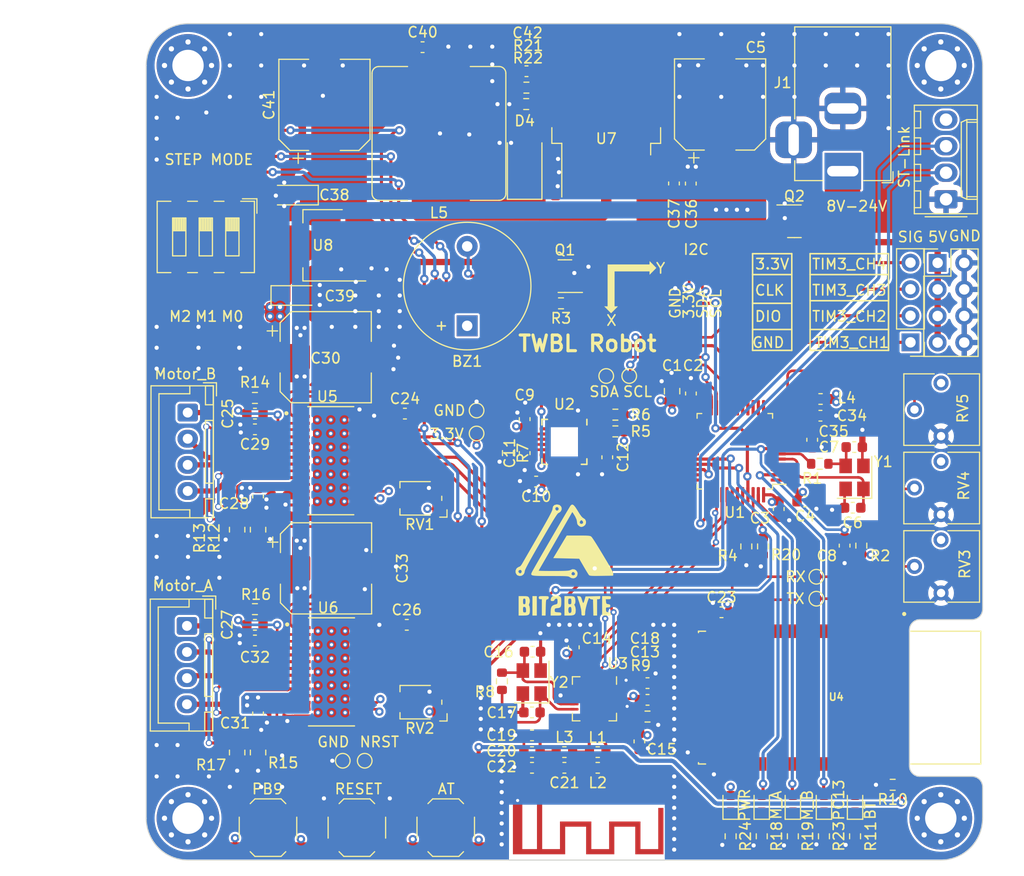
<source format=kicad_pcb>
(kicad_pcb (version 20211014) (generator pcbnew)
  (layers (0 "F.Cu" signal) (1 "In1.Cu" power "GND") (2 "In2.Cu" power "3.3V") (31 "B.Cu" signal) (34 "B.Paste" user) (35 "F.Paste" user) (36 "B.SilkS" user "B.Silkscreen") (37 "F.SilkS" user "F.Silkscreen") (38 "B.Mask" user) (39 "F.Mask" user) (44 "Edge.Cuts" user))
  (net 0 "")
  (net 1 "+3V3")
  (net 2 "Net-(BZ1-Pad2)")
  (net 3 "GND")
  (net 4 "HSE_IN")
  (net 5 "Net-(C7-Pad1)")
  (net 6 "NRST")
  (net 7 "Net-(C11-Pad2)")
  (net 8 "Net-(C12-Pad2)")
  (net 9 "/XC2")
  (net 10 "/XC1")
  (net 11 "/DVDD")
  (net 12 "VDD_PA")
  (net 13 "Net-(C21-Pad1)")
  (net 14 "/Stepper Driver/M1_CP1")
  (net 15 "/Stepper Driver/M1_CP2")
  (net 16 "/Stepper Driver/M1_VCP")
  (net 17 "VCC")
  (net 18 "/Stepper Driver/M2_CP1")
  (net 19 "/Stepper Driver/M2_CP2")
  (net 20 "/Stepper Driver/M2_VCP")
  (net 21 "+3.3VA")
  (net 22 "+5V")
  (net 23 "Net-(D1-Pad1)")
  (net 24 "PIO8")
  (net 25 "Net-(D2-Pad1)")
  (net 26 "M1_LED")
  (net 27 "Net-(D3-Pad1)")
  (net 28 "M2_LED")
  (net 29 "/Stepper Driver/M1_A1")
  (net 30 "/Stepper Driver/M1_A2")
  (net 31 "/Stepper Driver/M1_B1")
  (net 32 "/Stepper Driver/M1_B2")
  (net 33 "/Stepper Driver/M2_A1")
  (net 34 "/Stepper Driver/M2_A2")
  (net 35 "/Stepper Driver/M2_B1")
  (net 36 "/Stepper Driver/M2_B2")
  (net 37 "Net-(ANT1-Pad1)")
  (net 38 "TIM3_CH2")
  (net 39 "TIM3_CH1")
  (net 40 "TIM3_CH3")
  (net 41 "TIM3_CH4")
  (net 42 "SWCLK")
  (net 43 "SWDIO")
  (net 44 "ANT2")
  (net 45 "ANT1")
  (net 46 "Net-(Q1-Pad1)")
  (net 47 "HSE_OUT")
  (net 48 "TIM16_Buzzer")
  (net 49 "BOOT0")
  (net 50 "I2C_SCL")
  (net 51 "I2C_SDA")
  (net 52 "Net-(R7-Pad1)")
  (net 53 "Net-(R9-Pad2)")
  (net 54 "PIO11")
  (net 55 "/Stepper Driver/M1_ISENB")
  (net 56 "/Stepper Driver/M1_ISENA")
  (net 57 "/Stepper Driver/M2_ISENB")
  (net 58 "/Stepper Driver/M2_ISENA")
  (net 59 "BTN")
  (net 60 "/Stepper Driver/M1_AVREF")
  (net 61 "/Stepper Driver/M2_AVREF")
  (net 62 "ADC0")
  (net 63 "ADC1")
  (net 64 "ADC2")
  (net 65 "M1_MODE0")
  (net 66 "M1_MODE1")
  (net 67 "M1_MODE2")
  (net 68 "UART_RX")
  (net 69 "UART_TX")
  (net 70 "LED_PC13")
  (net 76 "MPU_INT")
  (net 78 "M1_STEP")
  (net 79 "M1_EN")
  (net 80 "M1_DIR")
  (net 81 "M2_STEP")
  (net 82 "M2_EN")
  (net 83 "M2_DIR")
  (net 84 "SPI_CSS")
  (net 85 "SPI_CE")
  (net 87 "SPI_SCK")
  (net 88 "SPI_MISO")
  (net 89 "SPI_MOSI")
  (net 126 "Net-(C37-Pad2)")
  (net 127 "Net-(C42-Pad2)")
  (net 128 "Net-(D4-Pad1)")
  (net 129 "Net-(J1-Pad1)")
  (net 130 "Net-(D5-Pad1)")
  (net 131 "Net-(D6-Pad1)")
  (footprint "Connector_PinHeader_2.54mm:PinHeader_2x04_P2.54mm_Vertical" (layer "F.Cu") (at 205.7 82.88)
    (fp_text reference "J5")
    (fp_text value "PWM_POW")
  )
  (footprint "Resistor_SMD:R_0603_1608Metric" (layer "F.Cu") (at 164.6 101.075 -90)
    (fp_text reference "R7")
    (fp_text value "4.7k")
  )
  (footprint "Resistor_SMD:R_0603_1608Metric" (layer "F.Cu") (at 140.4 95.8)
    (fp_text reference "R14")
    (fp_text value "1M")
  )
  (footprint "Capacitor_SMD:C_0603_1608Metric" (layer "F.Cu") (at 170.9 119.65 90)
    (fp_text reference "C14")
    (fp_text value "10nF")
  )
  (footprint "Button_Switch_SMD:SW_SPST_TL3342" (layer "F.Cu") (at 158.65 136.9)
    (fp_text reference "SW1")
    (fp_text value "AT_SW_Push")
  )
  (footprint "Capacitor_SMD:CP_Elec_8x10.5" (layer "F.Cu") (at 184.89 67.73 90)
    (fp_text reference "C5")
    (fp_text value "220uF")
  )
  (footprint "Package_TO_SOT_SMD:SOT-223-3_TabPin2" (layer "F.Cu") (at 146.9 81.2 180)
    (fp_text reference "U8")
    (fp_text value "AMS1117-3.3")
  )
  (footprint "Capacitor_SMD:C_0603_1608Metric" (layer "F.Cu") (at 140.4 117.5)
    (fp_text reference "C27")
    (fp_text value "100nF")
  )
  (footprint "LED_SMD:LED_0603_1608Metric" (layer "F.Cu") (at 191.85 134.6125 90)
    (fp_text reference "D3")
    (fp_text value "LED_M2")
  )
  (footprint "Connector_PinHeader_2.54mm:PinHeader_1x04_P2.54mm_Vertical" (layer "F.Cu") (at 203.1 90.48 180)
    (fp_text reference "J6")
    (fp_text value "PWM_SIG")
  )
  (footprint "Button_Switch_SMD:SW_SPST_TL3342" (layer "F.Cu") (at 141.65 136.9 180)
    (fp_text reference "SW4")
    (fp_text value "BTN")
  )
  (footprint "SFA_LOGO:axis_small" (layer "F.Cu") (at 176.3 85.2 -90)
    (fp_text reference "G***")
    (fp_text value "LOGO" hide)
  )
  (footprint "Capacitor_SMD:C_0603_1608Metric" (layer "F.Cu") (at 177.95 124.675)
    (fp_text reference "C13")
    (fp_text value "10nF")
  )
  (footprint "Sensor_Motion:InvenSense_QFN-24_4x4mm_P0.5mm" (layer "F.Cu") (at 170 100 -90)
    (fp_text reference "U2")
    (fp_text value "MPU-6050")
  )
  (footprint "Capacitor_SMD:C_0805_2012Metric" (layer "F.Cu") (at 180.3 95.15 90)
    (fp_text reference "C1")
    (fp_text value "10uF")
  )
  (footprint "LED_SMD:LED_0603_1608Metric" (layer "F.Cu") (at 194.825 134.6125 90)
    (fp_text reference "D5")
    (fp_text value "PC13_LED")
  )
  (footprint "Capacitor_Tantalum_SMD:CP_EIA-3216-10_Kemet-I" (layer "F.Cu") (at 144.25 86)
    (fp_text reference "C39")
    (fp_text value "22uF")
  )
  (footprint "Resistor_SMD:R_0603_1608Metric" (layer "F.Cu") (at 187.4 110 -90)
    (fp_text reference "R4")
    (fp_text value "10k")
  )
  (footprint "Capacitor_SMD:C_0603_1608Metric" (layer "F.Cu") (at 167.3 103.8 180)
    (fp_text reference "C10")
    (fp_text value "100nF")
  )
  (footprint "HC-05:XCVR_HC-05" (layer "F.Cu") (at 196 124.4625 -90)
    (fp_text reference "U4")
    (fp_text value "HC-05")
  )
  (footprint "LED_SMD:LED_0603_1608Metric" (layer "F.Cu") (at 188.875 134.6125 90)
    (fp_text reference "D2")
    (fp_text value "LED_M1")
  )
  (footprint "Inductor_SMD:L_0603_1608Metric" (layer "F.Cu") (at 170 129.675)
    (fp_text reference "L3")
    (fp_text value "2.7nH")
  )
  (footprint "Capacitor_SMD:C_0603_1608Metric" (layer "F.Cu") (at 174.1 101.475 90)
    (fp_text reference "C12")
    (fp_text value "2.2nF")
  )
  (footprint "Connector_Molex:Molex_KK-254_AE-6410-04A_1x04_P2.54mm_Vertical" (layer "F.Cu") (at 206.5 76.8 90)
    (fp_text reference "J7")
    (fp_text value "ST-link")
  )
  (footprint "DRV8825PWPR:IC_TPS61196PWPRQ1" (layer "F.Cu") (at 147.725 122)
    (fp_text reference "U6")
    (fp_text value "DRV8825PWPR")
  )
  (footprint "Capacitor_SMD:C_0603_1608Metric" (layer "F.Cu") (at 182.1 95.375 90)
    (fp_text reference "C2")
    (fp_text value "100nF")
  )
  (footprint "Capacitor_SMD:C_0603_1608Metric" (layer "F.Cu") (at 156.435 62.25)
    (fp_text reference "C40")
    (fp_text value "1uF")
  )
  (footprint "Resistor_SMD:R_0603_1608Metric" (layer "F.Cu") (at 177.95 126.275 180)
    (fp_text reference "R9")
    (fp_text value "22k")
  )
  (footprint "Diode_SMD:D_SMA" (layer "F.Cu") (at 166.2 73.4 90)
    (fp_text reference "D4")
    (fp_text value "SS34")
  )
  (footprint "SFA_LOGO:BIT2BYTE_Small" (layer "F.Cu") (at 170.004212 111.630261)
    (fp_text reference "G***")
    (fp_text value "LOGO" hide)
  )
  (footprint "Capacitor_SMD:C_0603_1608Metric" (layer "F.Cu") (at 177.95 123.075)
    (fp_text reference "C18")
    (fp_text value "33nF")
  )
  (footprint "Package_TO_SOT_SMD:TO-263-5_TabPin6" (layer "F.Cu") (at 174 68.5 90)
    (fp_text reference "U7")
    (fp_text value "XL4015")
  )
  (footprint "Capacitor_SMD:C_0603_1608Metric" (layer "F.Cu") (at 177.175 128.65 -90)
    (fp_text reference "C15")
    (fp_text value "10nF")
  )
  (footprint "Capacitor_SMD:C_0603_1608Metric" (layer "F.Cu") (at 154.925 117.5)
    (fp_text reference "C26")
    (fp_text value "10nF")
  )
  (footprint "Capacitor_SMD:C_0603_1608Metric" (layer "F.Cu") (at 166.9 131.175)
    (fp_text reference "C22")
    (fp_text value "1pF")
  )
  (footprint "MountingHole:MountingHole_3mm_Pad_Via" (layer "F.Cu") (at 134 136)
    (fp_text reference "H4")
    (fp_text value "MountingHole")
  )
  (footprint "TestPoint:TestPoint_Pad_D1.0mm" (layer "F.Cu") (at 174 93.7)
    (fp_text reference "TP6")
    (fp_text value "TestPoint")
  )
  (footprint "TestPoint:TestPoint_Pad_D1.0mm" (layer "F.Cu") (at 150.9 130.5)
    (fp_text reference "TP8")
    (fp_text value "TestPoint")
  )
  (footprint "Capacitor_SMD:C_0603_1608Metric" (layer "F.Cu") (at 140.7 125.975 -90)
    (fp_text reference "C31")
    (fp_text value "100nF")
  )
  (footprint "Capacitor_SMD:C_0603_1608Metric" (layer "F.Cu") (at 193.7 99.8 -90)
    (fp_text reference "C35")
    (fp_text value "100nF")
  )
  (footprint "Resistor_SMD:R_0603_1608Metric" (layer "F.Cu") (at 191.85 137.725 -90)
    (fp_text reference "R19")
    (fp_text value "470R")
  )
  (footprint "TestPoint:TestPoint_Pad_D1.0mm" (layer "F.Cu") (at 148.8 130.5)
    (fp_text reference "TP7")
    (fp_text value "TestPoint")
  )
  (footprint "Resistor_SMD:R_0603_1608Metric" (layer "F.Cu") (at 194.425 102.1 180)
    (fp_text reference "R1")
    (fp_text value "470R")
  )
  (footprint "Capacitor_SMD:C_0603_1608Metric" (layer "F.Cu") (at 182.09 75.295 90)
    (fp_text reference "C36")
    (fp_text value "1uF")
  )
  (footprint "Capacitor_SMD:C_0603_1608Metric" (layer "F.Cu") (at 170 131.175 180)
    (fp_text reference "C21")
    (fp_text value "1.5pF")
  )
  (footprint "Capacitor_SMD:C_0603_1608Metric" (layer "F.Cu") (at 140.7 105.225 -90)
    (fp_text reference "C28")
    (fp_text value "100nF")
  )
  (footprint "RF_Antenna:Texas_SWRA117D_2.4GHz_Left" (layer "F.Cu") (at 167.625 134.3 180)
    (fp_text reference "ANT1")
    (fp_text value "SWRA117D")
  )
  (footprint "Inductor_SMD:L_0603_1608Metric" (layer "F.Cu") (at 173.1875 131.175 180)
    (fp_text reference "L2")
    (fp_text value "3.9nH")
  )
  (footprint "Capacitor_SMD:CP_Elec_8x10.5" (layer "F.Cu") (at 147.17 91.9)
    (fp_text reference "C30")
    (fp_text value "100uF")
  )
  (footprint "Resistor_SMD:R_0603_1608Metric" (layer "F.Cu") (at 140.4 116)
    (fp_text reference "R16")
    (fp_text value "1M")
  )
  (footprint "Resistor_SMD:R_0603_1608Metric" (layer "F.Cu") (at 166.345 67.69 180)
    (fp_text reference "R22")
    (fp_text value "3.3k")
  )
  (footprint "Capacitor_SMD:CP_Elec_8x10.5" (layer "F.Cu") (at 147.2 112.1)
    (fp_text reference "C33")
    (fp_text value "100uF")
  )
  (footprint "Package_TO_SOT_SMD:SOT-23" (layer "F.Cu") (at 192 78.9)
    (fp_text reference "Q2")
    (fp_text value "AO3401A")
  )
  (footprint "Capacitor_SMD:C_0603_1608Metric" (layer "F.Cu") (at 154.745 97.3)
    (fp_text reference "C24")
    (fp_text value "10nF")
  )
  (footprint "LED_SMD:LED_0603_1608Metric" (layer "F.Cu") (at 185.9 134.6125 90)
    (fp_text reference "D6")
    (fp_text value "LED_M2")
  )
  (footprint "Potentiometer_THT:Potentiometer_Vishay_T73YP_Vertical" (layer "F.Cu") (at 206.025 94.375 180)
    (fp_text reference "RV5")
    (fp_text value "10k")
  )
  (footprint "Capacitor_SMD:C_0603_1608Metric" (layer "F.Cu") (at 190.5 106.425 -90)
    (fp_text reference "C3")
    (fp_text value "100nF")
  )
  (footprint "Potentiometer_SMD:Potentiometer_Bourns_TC33X_Vertical" (layer "F.Cu") (at 156.175 124.9 180)
    (fp_text reference "RV2")
    (fp_text value "100k")
  )
  (footprint "Capacitor_SMD:C_0603_1608Metric" (layer "F.Cu") (at 193.025 105.7)
    (fp_text reference "C4")
    (fp_text value "100nF")
  )
  (footprint "Buzzer_Beeper:Buzzer_12x9.5RM7.6" (layer "F.Cu") (at 160.7 88.9 90)
    (fp_text reference "BZ1")
    (fp_text value "Buzzer")
  )
  (footprint "Connector_JST:JST_XH_B4B-XH-A_1x04_P2.50mm_Vertical" (layer "F.Cu") (at 133.97 97.2 -90)
    (fp_text reference "J2")
    (fp_text value "Conn_01x04")
  )
  (footprint "Resistor_SMD:R_0603_1608Metric" (layer "F.Cu") (at 164.025 122.9 90)
    (fp_text reference "R8")
    (fp_text value "1M")
  )
  (footprint "Connector_BarrelJack:BarrelJack_Horizontal" (layer "F.Cu") (at 196.6275 74.11 -90)
    (fp_text reference "J1")
    (fp_text value "DCJ250-10-A_XX-X_REVA")
  )
  (footprint "Resistor_SMD:R_0603_1608Metric" (layer "F.Cu") (at 188.875 137.725 -90)
    (fp_text reference "R18")
    (fp_text value "470R")
  )
  (footprint "Capacitor_SMD:C_0603_1608Metric" (layer "F.Cu") (at 166.375 64.55)
    (fp_text reference "C42")
    (fp_text value "33nF")
  )
  (footprint "Connector_JST:JST_XH_B4B-XH-A_1x04_P2.50mm_Vertical" (layer "F.Cu") (at 133.9 117.6 -90)
    (fp_text reference "J3")
    (fp_text value "Conn_01x04")
  )
  (footprint "Capacitor_SMD:C_0603_1608Metric" (layer "F.Cu") (at 140.4 97.3)
    (fp_text reference "C25")
    (fp_text value "100nF")
  )
  (footprint "Capacitor_SMD:C_0603_1608Metric" (layer "F.Cu") (at 166.9 128.075)
    (fp_text reference "C19")
    (fp_text value "2.2nF")
  )
  (footprint "Resistor_SMD:R_0603_1608Metric" (layer "F.Cu") (at 169.675 86.75 180)
    (fp_text reference "R3")
    (fp_text value "470R")
  )
  (footprint "Capacitor_SMD:C_0603_1608Metric" (layer "F.Cu") (at 185.025 116.3)
    (fp_text reference "C23")
    (fp_text value "100nF")
  )
  (footprint "TestPoint:TestPoint_Pad_D1.0mm" (layer "F.Cu") (at 194.1 112.9 180)
    (fp_text reference "TP1")
    (fp_text value "TestPoint")
  )
  (footprint "Resistor_SMD:R_0805_2012Metric" (layer "F.Cu") (at 138.7 129.7125 90)
    (fp_text reference "R17")
    (fp_text value "0.25R")
  )
  (footprint "myCustomLibs:ConPadx04" (layer "F.Cu") (at 181.422 83.5 -90)
    (fp_text reference "J4")
    (fp_text value "I2C")
  )
  (footprint "Resistor_SMD:R_0603_1608Metric" (layer "F.Cu") (at 174.875 97.4 180)
    (fp_text reference "R6")
    (fp_text value "4.7k")
  )
  (footprint "MountingHole:MountingHole_3mm_Pad_Via" (layer "F.Cu") (at 206 136)
    (fp_text reference "H3")
    (fp_text value "MountingHole")
  )
  (footprint "Inductor_SMD:L_Bourns_SRR1260" (layer "F.Cu") (at 158 70.5 90)
    (fp_text reference "L5")
    (fp_text value "47uH")
  )
  (footprint "Capacitor_SMD:C_0603_1608Metric" (layer "F.Cu") (at 180.48 75.285 90)
    (fp_text reference "C37")
    (fp_text value "1uF")
  )
  (footprint "Potentiometer_THT:Potentiometer_Vishay_T73YP_Vertical" (layer "F.Cu") (at 206.025 101.875 180)
    (fp_text reference "RV4")
    (fp_text value "10k")
  )
  (footprint "TestPoint:TestPoint_Pad_D1.0mm" (layer "F.Cu") (at 161.6 97 -90)
    (fp_text reference "TP4")
    (fp_text value "TestPoint")
  )
  (footprint "TestPoint:TestPoint_Pad_D1.0mm" (layer "F.Cu") (at 194.1 115 180)
    (fp_text reference "TP3")
    (fp_text value "TestPoint")
  )
  (footprint "Crystal:Crystal_SMD_3225-4Pin_3.2x2.5mm" (layer "F.Cu") (at 197.75 103.4 90)
    (fp_text reference "Y1")
    (fp_text value "8Mhz")
  )
  (footprint "Crystal:Crystal_SMD_3225-4Pin_3.2x2.5mm" (layer "F.Cu") (at 166.875 122.975 90)
    (fp_text reference "Y2")
    (fp_text value "16Mhz")
  )
  (footprint "Package_TO_SOT_SMD:SOT-23" (layer "F.Cu") (at 170.05 84.15 180)
    (fp_text reference "Q1")
    (fp_text value "Q_NPN_BEC")
  )
  (footprint "Capacitor_SMD:C_0603_1608Metric" (layer "F.Cu") (at 196.8 109.925 -90)
    (fp_text reference "C8")
    (fp_text value "100nF")
  )
  (footprint "MountingHole:MountingHole_3mm_Pad_Via" (layer "F.Cu") (at 134 64)
    (fp_text reference "H1")
    (fp_text value "MountingHole")
  )
  (footprint "DRV8825PWPR:IC_TPS61196PWPRQ1" (layer "F.Cu") (at 147.6525 101.8)
    (fp_text reference "U5")
    (fp_text value "DRV8825PWPR")
  )
  (footprint "Package_DFN_QFN:QFN-20-1EP_4x4mm_P0.5mm_EP2.5x2.5mm" (layer "F.Cu") (at 172.875 124.575 -90)
    (fp_text reference "U3")
    (fp_text value "NRF24L01")
  )
  (footprint "Potentiometer_SMD:Potentiometer_Bourns_TC33X_Vertical" (layer "F.Cu") (at 156.17 105.4 180)
    (fp_text reference "RV1")
    (fp_text value "100k")
  )
  (footprint "Capacitor_SMD:C_0603_1608Metric" (layer "F.Cu") (at 166.2 101.075 90)
    (fp_text reference "C11")
    (fp_text value "100nF")
  )
  (footprint "Resistor_SMD:R_0805_2012Metric" (layer "F.Cu") (at 140.7 108.4 90)
    (fp_text reference "R12")
    (fp_text value "0.25R")
  )
  (footprint "Capacitor_SMD:C_0603_1608Metric" (layer "F.Cu") (at 197.725 100.5)
    (fp_text reference "C7")
    (fp_text value "20pF")
  )
  (footprint "Capacitor_SMD:C_0603_1608Metric" (layer "F.Cu") (at 166.9 125.875 180)
    (fp_text reference "C17")
    (fp_text value "22pF")
  )
  (footprint "Capacitor_SMD:C_0603_1608Metric" (layer "F.Cu") (at 140.4 98.8 180)
    (fp_text reference "C29")
    (fp_text value "100nF")
  )
  (footprint "Potentiometer_THT:Potentiometer_Vishay_T73YP_Vertical" (layer "F.Cu") (at 206.025 109.375 180)
    (fp_text reference "RV3")
    (fp_text value "10k")
  )
  (footprint "Capacitor_SMD:C_0603_1608Metric" (layer "F.Cu") (at 140.4 119 180)
    (fp_text reference "C32")
    (fp_text value "100nF")
  )
  (footprint "Package_QFP:LQFP-48_7x7mm_P0.5mm" (layer "F.Cu") (at 186.3 100.9 180)
    (fp_text reference "U1")
    (fp_text value "STM32F031C6Tx")
  )
  (footprint "Resistor_SMD:R_0603_1608Metric" (layer "F.Cu") (at 198.4 109.925 90)
    (fp_text reference "R2")
    (fp_text value "10k")
  )
  (footprint "Capacitor_SMD:C_0603_1608Metric" (layer "F.Cu") (at 166.2 97.825 -90)
    (fp_text reference "C9")
    (fp_text value "10nF")
  )
  (footprint "TestPoint:TestPoint_Pad_D1.0mm" (layer "F.Cu") (at 176.2 93.7)
    (fp_text reference "TP5")
    (fp_text value "TestPoint")
  )
  (footprint "Resistor_SMD:R_0603_1608Metric" (layer "F.Cu") (at 185.9 137.725 -90)
    (fp_text reference "R24")
    (fp_text value "470R")
  )
  (footprint "Resistor_SMD:R_0603_1608Metric" (layer "F.Cu") (at 197.8 137.725 -90)
    (fp_text reference "R11")
    (fp_text value "470R")
  )
  (footprint "Capacitor_Tantalum_SMD:CP_EIA-3216-10_Kemet-I" (layer "F.Cu") (at 144.15 76.4 180)
    (fp_text reference "C38")
    (fp_text value "22uF")
  )
  (footprint "Resistor_SMD:R_0603_1608Metric" (layer "F.Cu") (at 201.4 132.8)
    (fp_text reference "R10")
    (fp_text value "10k")
  )
  (footprint "Capacitor_SMD:C_0603_1608Metric" (layer "F.Cu") (at 197.575 106.3 180)
    (fp_text reference "C6")
    (fp_text value "20pF")
  )
  (footprint "Capacitor_SMD:C_0603_1608Metric" (layer "F.Cu") (at 166.95 120.075)
    (fp_text reference "C16")
    (fp_text value "22pF")
  )
  (footprint "Inductor_SMD:L_0603_1608Metric" (layer "F.Cu") (at 194.5 95.9 180)
    (fp_text reference "L4")
    (fp_text value "3.9nH")
  )
  (footprint "Capacitor_SMD:C_0603_1608Metric" (layer "F.Cu") (at 194.4875 97.5)
    (fp_text reference "C34")
    (fp_text value "1uF")
  )
  (footprint "LED_SMD:LED_0603_1608Metric" (layer "F.Cu") (at 197.8 134.6125 90)
    (fp_text reference "D1")
    (fp_text value "BT_LED")
  )
  (footprint "Resistor_SMD:R_0805_2012Metric" (layer "F.Cu") (at 140.7 129.7125 90)
    (fp_text reference "R15")
    (fp_text value "0.25R")
  )
  (footprint "Resistor_SMD:R_0603_1608Metric" (layer "F.Cu") (at 174.875 99)
    (fp_text reference "R5")
    (fp_text value "4.7k")
  )
  (footprint "Button_Switch_SMD:SW_DIP_SPSTx03_Slide_6.7x9.18mm_W8.61mm_P2.54mm_LowProfile" (layer "F.Cu") (at 135.7 80.4 -90)
    (fp_text reference "SW2")
    (fp_text value "SW_DIP_x03")
  )
  (footprint "Inductor_SMD:L_0603_1608Metric" (layer "F.Cu") (at 173.1875 129.675 180)
    (fp_text reference "L1")
    (fp_text value "8.2nH")
  )
  (footprint "TestPoint:TestPoint_Pad_D1.0mm" (layer "F.Cu") (at 161.6 99.2 -90)
    (fp_text reference "TP2")
    (fp_text value "TestPoint")
  )
  (footprint "Resistor_SMD:R_0805_2012Metric" (layer "F.Cu") (at 138.7 108.4 90)
    (fp_text reference "R13")
    (fp_text value "0.25R")
  )
  (footprint "Resistor_SMD:R_0603_1608Metric" (layer "F.Cu") (at 166.365 66.12)
    (fp_text reference "R21")
    (fp_text value "10k")
  )
  (footprint "Resistor_SMD:R_0603_1608Metric" (layer "F.Cu") (at 189 110 -90)
    (fp_text reference "R20")
    (fp_text value "10k")
  )
  (footprint "Capacitor_SMD:CP_Elec_8x10.5" (layer "F.Cu") (at 147.05 67.77 90)
    (fp_text reference "C41")
    (fp_text value "330uF")
  )
  (footprint "Resistor_SMD:R_0603_1608Metric" (layer "F.Cu") (at 194.825 137.725 -90)
    (fp_text reference "R23")
    (fp_text value "470R")
  )
  (footprint "Capacitor_SMD:C_0603_1608Metric" (layer "F.Cu") (at 166.9 129.675)
    (fp_text reference "C20")
    (fp_text value "4.7pF")
  )
  (footprint "Button_Switch_SMD:SW_SPST_TL3342" (layer "F.Cu") (at 150.15 136.9)
    (fp_text reference "SW5")
    (fp_text value "Reset")
  )
  (footprint "MountingHole:MountingHole_3mm_Pad_Via" (layer "F.Cu") (at 206 64)
    (fp_text reference "H2")
    (fp_text value "MountingHole")
  )
  (gr_line (start 191.75 89.25) (end 188 89.25) (layer "F.SilkS") (width 0.15))
  (gr_line (start 188 82) (end 191.75 82) (layer "F.SilkS") (width 0.15))
  (gr_line (start 193.5 82) (end 201 82) (layer "F.SilkS") (width 0.15))
  (gr_line (start 191.75 82) (end 191.75 91.25) (layer "F.SilkS") (width 0.15))
  (gr_line (start 188 91.25) (end 191.75 91.25) (layer "F.SilkS") (width 0.15))
  (gr_line (start 193.5 84) (end 201 84) (layer "F.SilkS") (width 0.15))
  (gr_line (start 188 84) (end 191.75 84) (layer "F.SilkS") (width 0.15))
  (gr_line (start 188 91.25) (end 188 82) (layer "F.SilkS") (width 0.15))
  (gr_line (start 193.5 91.25) (end 193.5 82) (layer "F.SilkS") (width 0.15))
  (gr_line (start 193.5 86.5) (end 201 86.5) (layer "F.SilkS") (width 0.15))
  (gr_line (start 193.5 89.25) (end 201 89.25) (layer "F.SilkS") (width 0.15))
  (gr_line (start 188 86.75) (end 191.75 86.75) (layer "F.SilkS") (width 0.15))
  (gr_line (start 201 91.25) (end 193.5 91.25) (layer "F.SilkS") (width 0.15))
  (gr_line (start 201 82) (end 201 91.25) (layer "F.SilkS") (width 0.15))
  (gr_line (start 134 140) (end 206 140) (layer "Edge.Cuts") (width 0.1))
  (gr_line (start 204 117) (end 209 117) (layer "Edge.Cuts") (width 0.1))
  (gr_arc (start 210 136) (mid 208.828427 138.828427) (end 206 140) (layer "Edge.Cuts") (width 0.1))
  (gr_arc (start 209 132) (mid 209.707107 132.292893) (end 210 133) (layer "Edge.Cuts") (width 0.1))
  (gr_line (start 130 64) (end 130 136) (layer "Edge.Cuts") (width 0.1))
  (gr_line (start 210 136) (end 210 133) (layer "Edge.Cuts") (width 0.1))
  (gr_arc (start 206 60) (mid 208.828427 61.171573) (end 210 64) (layer "Edge.Cuts") (width 0.1))
  (gr_arc (start 203 118) (mid 203.292893 117.292893) (end 204 117) (layer "Edge.Cuts") (width 0.1))
  (gr_line (start 206 60) (end 134 60) (layer "Edge.Cuts") (width 0.1))
  (gr_line (start 210 116) (end 210 64) (layer "Edge.Cuts") (width 0.1))
  (gr_arc (start 204 132) (mid 203.292893 131.707107) (end 203 131) (layer "Edge.Cuts") (width 0.1))
  (gr_line (start 203 131) (end 203 118) (layer "Edge.Cuts") (width 0.1))
  (gr_arc (start 210 116) (mid 209.707107 116.707107) (end 209 117) (layer "Edge.Cuts") (width 0.1))
  (gr_line (start 209 132) (end 204 132) (layer "Edge.Cuts") (width 0.1))
  (gr_arc (start 134 140) (mid 131.171573 138.828427) (end 130 136) (layer "Edge.Cuts") (width 0.1))
  (gr_arc (start 130 64) (mid 131.171573 61.171573) (end 134 60) (layer "Edge.Cuts") (width 0.1))
  (gr_text "PB9" (at 141.6 133.2) (layer "F.SilkS") (effects (font (size 1 1))))
  (gr_text "SDA" (at 183.2 86.8 90) (layer "F.SilkS") (effects (font (size 1 1))))
  (gr_text "ST-Link" (at 202.5 72.75 90) (layer "F.SilkS") (effects (font (size 1 1))))
  (gr_text "M0" (at 138.25 88) (layer "F.SilkS") (effects (font (size 1 1))))
  (gr_text "Y" (at 179.2 83.4) (layer "F.SilkS") (effects (font (size 1 1))))
  (gr_text "STEP MODE" (at 136 73) (layer "F.SilkS") (effects (font (size 1 1))))
  (gr_text "BT" (at 199.25 135.25 90) (layer "F.SilkS") (effects (font (size 1 1))))
  (gr_text "GND" (at 189.5 90.5) (layer "F.SilkS") (effects (font (size 1 1))))
  (gr_text "NRST" (at 152.3 128.7) (layer "F.SilkS") (effects (font (size 1 1))))
  (gr_text "3.3V" (at 181.9 86.6 90) (layer "F.SilkS") (effects (font (size 1 1))))
  (gr_text "SCL\n" (at 184.5 86.8 90) (layer "F.SilkS") (effects (font (size 1 1))))
  (gr_text "SCL\n" (at 177 95.2) (layer "F.SilkS") (effects (font (size 1 1))))
  (gr_text "I2C" (at 182.6 81.6) (layer "F.SilkS") (effects (font (size 1 1))))
  (gr_text "5V" (at 205.7 80.4) (layer "F.SilkS") (effects (font (size 1 1))))
  (gr_text "3.3V" (at 158.75 99.25) (layer "F.SilkS") (effects (font (size 1 1))))
  (gr_text "M2" (at 133.25 88) (layer "F.SilkS") (effects (font (size 1 1))))
  (gr_text "RESET" (at 150.3 133.2) (layer "F.SilkS") (effects (font (size 1 1))))
  (gr_text "GND" (at 159 97) (layer "F.SilkS") (effects (font (size 1 1))))
  (gr_text "TIM3_CH3\n" (at 197.25 85.5) (layer "F.SilkS") (effects (font (size 1 1))))
  (gr_text "Motor_B" (at 133.75 93.5) (layer "F.SilkS") (effects (font (size 1 1))))
  (gr_text "Motor_A" (at 133.5 113.75) (layer "F.SilkS") (effects (font (size 1 1))))
  (gr_text "GND" (at 208.3 80.3) (layer "F.SilkS") (effects (font (size 1 1))))
  (gr_text "TIM3_CH1" (at 197.5 90.5) (layer "F.SilkS") (effects (font (size 1 1))))
  (gr_text "GND" (at 147.9 128.7) (layer "F.SilkS") (effects (font (size 1 1))))
  (gr_text "PC13" (at 196.25 134.25 90) (layer "F.SilkS") (effects (font (size 1 1))))
  (gr_text "RX" (at 192.1 112.9) (layer "F.SilkS") (effects (font (size 1 1))))
  (gr_text "SIG" (at 203.1 80.4) (layer "F.SilkS") (effects (font (size 1 1))))
  (gr_text "GND" (at 180.6 86.7 90) (layer "F.SilkS") (effects (font (size 1 1))))
  (gr_text "TX" (at 192.1 115) (layer "F.SilkS") (effects (font (size 1 1))))
  (gr_text "CLK" (at 189.630953 85.5) (layer "F.SilkS") (effects (font (size 1 1))))
  (gr_text "TIM3_CH2" (at 197.25 88) (layer "F.SilkS") (effects (font (size 1 1))))
  (gr_text "DIO" (at 189.488096 88) (layer "F.SilkS") (effects (font (size 1 1))))
  (gr_text "M_A" (at 190.25 134.75 90) (layer "F.SilkS") (effects (font (size 1 1))))
  (gr_text "X" (at 174.5 88.3 180) (layer "F.SilkS") (effects (font (size 1 1))))
  (gr_text "8V-24V" (at 197.96 77.46) (layer "F.SilkS") (effects (font (size 1 1))))
  (gr_text "3.3V" (at 189.875 83) (layer "F.SilkS") (effects (font (size 1 1))))
  (gr_text "AT" (at 158.7 133.2) (layer "F.SilkS") (effects (font (size 1 1))))
  (gr_text "TIM3_CH4" (at 197.25 83) (layer "F.SilkS") (effects (font (size 1 1))))
  (gr_text "PWR" (at 187.25 134.75 90) (layer "F.SilkS") (effects (font (size 1 1))))
  (gr_text "SDA\n" (at 173.8 95.2) (layer "F.SilkS") (effects (font (size 1 1))))
  (gr_text "M_B" (at 193.25 134.75 90) (layer "F.SilkS") (effects (font (size 1 1))))
  (gr_text "M1" (at 135.75 88) (layer "F.SilkS") (effects (font (size 1 1))))
  (gr_text "TWBL Robot" (at 172.2 90.6) (layer "F.SilkS") (effects (font (size 1.5 1.5) (thickness 0.3))))
  (segment (start 166.2 98.6) (end 165.5 98.6) (width 0.3) (layer "F.Cu") (net 1))
  (segment (start 180.35 96.15) (end 180.3 96.1) (width 0.3) (layer "F.Cu") (net 1))
  (segment (start 179.25 96.1) (end 179.2 96.05) (width 0.6) (layer "F.Cu") (net 1))
  (segment (start 165.5 98.6) (end 165.4 98.5) (width 0.3) (layer "F.Cu") (net 1))
  (segment (start 138.24 84.705) (end 138.24 86.432893) (width 0.3) (layer "F.Cu") (net 1))
  (segment (start 167.928553 104.471447) (end 167.8 104.6) (width 0.25) (layer "F.Cu") (net 1))
  (segment (start 183.132893 95.72) (end 182.737107 95.72) (width 0.25) (layer "F.Cu") (net 1))
  (segment (start 185.8 116.3) (end 185.8 115.907107) (width 0.4) (layer "F.Cu") (net 1))
  (segment (start 167.041409 99.103553) (end 166.684302 98.746446) (width 0.25) (layer "F.Cu") (net 1))
  (segment (start 141.85 87.1) (end 138.907107 87.1) (width 0.3) (layer "F.Cu") (net 1))
  (segment (start 175.7 99) (end 175.7 97.4) (width 0.25) (layer "F.Cu") (net 1))
  (segment (start 153.175 104.725) (end 153.2 104.7) (width 0.25) (layer "F.Cu") (net 1))
  (segment (start 180.3 96.1) (end 180.3 97) (width 0.6) (layer "F.Cu") (net 1))
  (segment (start 150.525 124.925) (end 152.075 124.925) (width 0.25) (layer "F.Cu") (net 1))
  (segment (start 144.8 138.8) (end 138.5 138.8) (width 0.4) (layer "F.Cu") (net 1))
  (segment (start 176.975 124.675) (end 176.6 124.3) (width 0.3) (layer "F.Cu") (net 1))
  (segment (start 157.2 125.9) (end 157.1 125.8) (width 0.3) (layer "F.Cu") (net 1))
  (segment (start 138.24 84.705) (end 135.7 84.705) (width 0.3) (layer "F.Cu") (net 1))
  (segment (start 190.5 105.65) (end 189.95 105.65) (width 0.6) (layer "F.Cu") (net 1))
  (segment (start 138.5 138.8) (end 138.5 137.9) (width 0.4) (layer "F.Cu") (net 1))
  (segment (start 185.9 133) (end 185.9 133.825) (width 0.3) (layer "F.Cu") (net 1))
  (segment (start 161.6 99.2) (end 161.6 100.35) (width 0.6) (layer "F.Cu") (net 1))
  (segment (start 175.7 97.4) (end 176.5 97.4) (width 0.6) (layer "F.Cu") (net 1))
  (segment (start 166.330749 98.6) (end 166.2 98.6) (width 0.25) (layer "F.Cu") (net 1))
  (segment (start 183.55 96.7375) (end 183.55 95.93) (width 0.25) (layer "F.Cu") (net 1))
  (segment (start 175.7 99) (end 175.7 99.9) (width 0.25) (layer "F.Cu") (net 1))
  (segment (start 191.596447 103.796447) (end 192.103554 104.303554) (width 0.3) (layer "F.Cu") (net 1))
  (segment (start 138.553553 86.953553) (end 138.386446 86.786446) (width 0.3) (layer "F.Cu") (net 1))
  (segment (start 152.075 125.575) (end 152.3 125.8) (width 0.25) (layer "F.Cu") (net 1))
  (segment (start 177.547893 127.875) (end 177.175 127.875) (width 0.25) (layer "F.Cu") (net 1))
  (segment (start 157.97 106.4) (end 156.9 106.4) (width 0.25) (layer "F.Cu") (net 1))
  (segment (start 182.1 96.15) (end 180.35 96.15) (width 0.3) (layer "F.Cu") (net 1))
  (segment (start 192.8 104.8) (end 192.25 105.35) (width 0.6) (layer "F.Cu") (net 1))
  (segment (start 152.075 124.925) (end 152.4 124.6) (width 0.25) (layer "F.Cu") (net 1))
  (segment (start 177.075 124.575) (end 177.175 124.675) (width 0.25) (layer "F.Cu") (net 1))
  (segment (start 177.175 127.875) (end 174.812107 127.875) (width 0.25) (layer "F.Cu") (net 1))
  (segment (start 155.5 138.8) (end 161.8 138.8) (width 0.4) (layer "F.Cu") (net 1))
  (segment (start 177.175 124.675) (end 176.975 124.675) (width 0.3) (layer "F.Cu") (net 1))
  (segment (start 196 95.4) (end 195.5 95.9) (width 0.4) (layer "F.Cu") (net 1))
  (segment (start 174.458553 127.728553) (end 174.021446 127.291446) (width 0.25) (layer "F.Cu") (net 1))
  (segment (start 168.603553 103.271447) (end 168.075 103.8) (width 0.25) (layer "F.Cu") (net 1))
  (segment (start 190.058947 105.208947) (end 190.5 105.65) (width 0.3) (layer "F.Cu") (net 1))
  (segment (start 168.075 103.8) (end 168.075 104.117893) (width 0.25) (layer "F.Cu") (net 1))
  (segment (start 183.55 95.93) (end 183.486446 95.866446) (width 0.25) (layer "F.Cu") (net 1))
  (segment (start 185.8 116.3) (end 185.8 118.0875) (width 0.4) (layer "F.Cu") (net 1))
  (segment (start 192.25 104.657107) (end 192.25 105.7) (width 0.3) (layer "F.Cu") (net 1))
  (segment (start 199.25 110.75) (end 199.3 110.8) (width 0.3) (layer "F.Cu") (net 1))
  (segment (start 173.875 126.937893) (end 173.875 126.5125) (width 0.25) (layer "F.Cu") (net 1))
  (segment (start 170.2 120.2) (end 170.425 120.425) (width 0.3) (layer "F.Cu") (net 1))
  (segment (start 182.383553 95.866447) (end 182.1 96.15) (width 0.25) (layer "F.Cu") (net 1))
  (segment (start 195.5 95.9) (end 195.2875 95.9) (width 0.4) (layer "F.Cu") (net 1))
  (segment (start 152.375 105.375) (end 152.4 105.4) (width 0.25) (layer "F.Cu") (net 1))
  (segment (start 177.93 128.05) (end 177.901446 128.021446) (width 0.25) (layer "F.Cu") (net 1))
  (segment (start 170.346927 120.978073) (end 170.9 120.425) (width 0.25) (layer "F.Cu") (net 1))
  (segment (start 196 96.2) (end 195.7 95.9) (width 0.4) (layer "F.Cu") (net 1))
  (segment (start 144.8 138.8) (end 144.8 138) (width 0.4) (layer "F.Cu") (net 1))
  (segment (start 192.25 105.35) (end 192.25 105.7) (width 0.6) (layer "F.Cu") (net 1))
  (segment (start 133.16 84.705) (end 135.7 84.705) (width 0.3) (layer "F.Cu") (net 1))
  (segment (start 161.8 138.8) (end 161.8 138.05) (width 0.6) (layer "F.Cu") (net 1))
  (segment (start 170.9375 124.075) (end 170.375 124.075) (width 0.25) (layer "F.Cu") (net 1))
  (segment (start 168.05 99.25) (end 167.394963 99.25) (width 0.25) (layer "F.Cu") (net 1))
  (segment (start 181.93 83.5) (end 181.93 85.17) (width 0.25) (layer "F.Cu") (net 1))
  (segment (start 170.375 124.075) (end 170.346926 124.046926) (width 0.25) (layer "F.Cu") (net 1))
  (segment (start 174.8125 124.575) (end 177.075 124.575) (width 0.25) (layer "F.Cu") (net 1))
  (segment (start 170.425 120.425) (end 170.9 120.425) (width 0.3) (layer "F.Cu") (net 1))
  (segment (start 189.95 105.65) (end 189.85 105.75) (width 0.6) (layer "F.Cu") (net 1))
  (segment (start 185.8 118.0875) (end 185.825 118.1125) (width 0.4) (layer "F.Cu") (net 1))
  (segment (start 150.4525 105.375) (end 152.375 105.375) (width 0.25) (layer "F.Cu") (net 1))
  (segment (start 198.4 110.75) (end 199.25 110.75) (width 0.3) (layer "F.Cu") (net 1))
  (segment (start 185.653553 115.553553) (end 185.6 115.5) (width 0.4) (layer "F.Cu") (net 1))
  (segment (start 150.4525 104.725) (end 153.175 104.725) (width 0.25) (layer "F.Cu") (net 1))
  (segment (start 157.975 125.9) (end 157.2 125.9) (width 0.3) (layer "F.Cu") (net 1))
  (segment (start 190.4625 103.65) (end 191.242893 103.65) (width 0.3) (layer "F.Cu") (net 1))
  (segment (start 155.5 138.8) (end 155.5 138) (width 0.6) (layer "F.Cu") (net 1))
  (segment (start 189.05 105.0625) (end 189.705393 105.0625) (width 0.3) (layer "F.Cu") (net 1))
  (segment (start 168.75 101.95) (end 168.75 102.917893) (width 0.25) (layer "F.Cu") (net 1))
  (segment (start 170.20048 123.693373) (end 170.20048 121.331627) (width 0.25) (layer "F.Cu") (net 1))
  (segment (start 150.525 125.575) (end 152.075 125.575) (width 0.25) (layer "F.Cu") (net 1))
  (segment (start 195.7 95.9) (end 195.2875 95.9) (width 0.4) (layer "F.Cu") (net 1))
  (segment (start 181.93 85.17) (end 181.9 85.2) (width 0.25) (layer "F.Cu") (net 1))
  (segment (start 180.3 96.1) (end 179.25 96.1) (width 0.6) (layer "F.Cu") (net 1))
  (via (at 167.8 104.6) (size 0.8) (drill 0.4) (layers "F.Cu" "B.Cu") (net 1))
  (via (at 192.8 104.8) (size 0.8) (drill 0.4) (layers "F.Cu" "B.Cu") (net 1))
  (via (at 141.85 87.1) (size 0.8) (drill 0.4) (layers "F.Cu" "B.Cu") (net 1))
  (via (at 196 95.4) (size 0.8) (drill 0.4) (layers "F.Cu" "B.Cu") (net 1))
  (via (at 180.3 97) (size 0.8) (drill 0.4) (layers "F.Cu" "B.Cu") (net 1))
  (via (at 156.9 106.4) (size 0.8) (drill 0.4) (layers "F.Cu" "B.Cu") (net 1))
  (via (at 152.4 124.6) (size 0.8) (drill 0.4) (layers "F.Cu" "B.Cu") (net 1))
  (via (at 157.1 125.8) (size 0.8) (drill 0.4) (layers "F.Cu" "B.Cu") (net 1))
  (via (at 176.6 124.3) (size 0.8) (drill 0.4) (layers "F.Cu" "B.Cu") (net 1))
  (via (at 177.93 128.05) (size 0.8) (drill 0.4) (layers "F.Cu" "B.Cu") (net 1))
  (via (at 155.5 138) (size 0.8) (drill 0.4) (layers "F.Cu" "B.Cu") (net 1))
  (via (at 176.5 97.4) (size 0.8) (drill 0.4) (layers "F.Cu" "B.Cu") (net 1))
  (via (at 141.85 88) (size 0.8) (drill 0.4) (layers "F.Cu" "B.Cu") (net 1))
  (via (at 138.5 137.9) (size 0.8) (drill 0.4) (layers "F.Cu" "B.Cu") (net 1))
  (via (at 152.3 125.8) (size 0.8) (drill 0.4) (layers "F.Cu" "B.Cu") (net 1))
  (via (at 189.85 105.75) (size 0.8) (drill 0.4) (layers "F.Cu" "B.Cu") (net 1))
  (via (at 161.6 100.35) (size 0.8) (drill 0.4) (layers "F.Cu" "B.Cu") (net 1))
  (via (at 170.2 120.2) (size 0.8) (drill 0.4) (layers "F.Cu" "B.Cu") (net 1))
  (via (at 181.9 85.2) (size 0.8) (drill 0.4) (layers "F.Cu" "B.Cu") (net 1))
  (via (at 153.2 104.7) (size 0.8) (drill 0.4) (layers "F.Cu" "B.Cu") (net 1))
  (via (at 142.8 88) (size 0.8) (drill 0.4) (layers "F.Cu" "B.Cu") (net 1))
  (via (at 185.9 133) (size 0.8) (drill 0.4) (layers "F.Cu" "B.Cu") (net 1))
  (via (at 175.7 99.9) (size 0.8) (drill 0.4) (layers "F.Cu" "B.Cu") (net 1))
  (via (at 144.8 138) (size 0.8) (drill 0.4) (layers "F.Cu" "B.Cu") (net 1))
  (via (at 185.6 115.5) (size 0.8) (drill 0.4) (layers "F.Cu" "B.Cu") (net 1))
  (via (at 179.2 96.05) (size 0.8) (drill 0.4) (layers "F.Cu" "B.Cu") (net 1))
  (via (at 161.8 138.05) (size 0.8) (drill 0.4) (layers "F.Cu" "B.Cu") (net 1))
  (via (at 165.4 98.5) (size 0.8) (drill 0.4) (layers "F.Cu" "B.Cu") (net 1))
  (via (at 152.4 105.4) (size 0.8) (drill 0.4) (layers "F.Cu" "B.Cu") (net 1))
  (via (at 142.8 87.1) (size 0.8) (drill 0.4) (layers "F.Cu" "B.Cu") (net 1))
  (via (at 199.3 110.8) (size 0.8) (drill 0.4) (layers "F.Cu" "B.Cu") (net 1))
  (via (at 196 96.2) (size 0.8) (drill 0.4) (layers "F.Cu" "B.Cu") (net 1))
  (arc (start 189.705393 105.0625) (mid 189.896735 105.10056) (end 190.058947 105.208947) (width 0.3) (layer "F.Cu") (net 1))
  (arc (start 170.20048 123.693373) (mid 170.23854 123.884714) (end 170.346926 124.046926) (width 0.25) (layer "F.Cu") (net 1))
  (arc (start 182.737107 95.72) (mid 182.545765 95.75806) (end 182.383553 95.866447) (width 0.25) (layer "F.Cu") (net 1))
  (arc (start 185.653553 115.553553) (mid 185.76194 115.715765) (end 185.8 115.907107) (width 0.4) (layer "F.Cu") (net 1))
  (arc (start 170.20048 121.331627) (mid 170.23854 121.140285) (end 170.346927 120.978073) (width 0.25) (layer "F.Cu") (net 1))
  (arc (start 183.132893 95.72) (mid 183.324234 95.75806) (end 183.486446 95.866446) (width 0.25) (layer "F.Cu") (net 1))
  (arc (start 192.25 104.657107) (mid 192.21194 104.465766) (end 192.103554 104.303554) (width 0.3) (layer "F.Cu") (net 1))
  (arc (start 166.330749 98.6) (mid 166.52209 98.63806) (end 166.684302 98.746446) (width 0.25) (layer "F.Cu") (net 1))
  (arc (start 138.907107 87.1) (mid 138.715765 87.06194) (end 138.553553 86.953553) (width 0.3) (layer "F.Cu") (net 1))
  (arc (start 167.928553 104.471447) (mid 168.03694 104.309235) (end 168.075 104.117893) (width 0.25) (layer "F.Cu") (net 1))
  (arc (start 177.547893 127.875) (mid 177.739234 127.91306) (end 177.901446 128.021446) (width 0.25) (layer "F.Cu") (net 1))
  (arc (start 138.386446 86.786446) (mid 138.27806 86.624234) (end 138.24 86.432893) (width 0.3) (layer "F.Cu") (net 1))
  (arc (start 167.394963 99.25) (mid 167.203621 99.21194) (end 167.041409 99.103553) (width 0.25) (layer "F.Cu") (net 1))
  (arc (start 173.875 126.937893) (mid 173.91306 127.129234) (end 174.021446 127.291446) (width 0.25) (layer "F.Cu") (net 1))
  (arc (start 191.596447 103.796447) (mid 191.434235 103.68806) (end 191.242893 103.65) (width 0.3) (layer "F.Cu") (net 1))
  (arc (start 168.75 102.917893) (mid 168.71194 103.109235) (end 168.603553 103.271447) (width 0.25) (layer "F.Cu") (net 1))
  (arc (start 174.812107 127.875) (mid 174.620765 127.83694) (end 174.458553 127.728553) (width 0.25) (layer "F.Cu") (net 1))
  (segment (start 169.1125 84.15) (end 161.05 84.15) (width 0.3) (layer "F.Cu") (net 2))
  (segment (start 161.05 84.15) (end 160.8 83.9) (width 0.3) (layer "F.Cu") (net 2))
  (via (at 160.8 83.9) (size 0.8) (drill 0.4) (layers "F.Cu" "B.Cu") (net 2))
  (segment (start 160.8 81.4) (end 160.7 81.3) (width 0.3) (layer "B.Cu") (net 2))
  (segment (start 160.8 83.9) (end 160.8 81.4) (width 0.3) (layer "B.Cu") (net 2))
  (segment (start 191.2 107.2) (end 191.5 107.5) (width 0.3) (layer "F.Cu") (net 3))
  (segment (start 139.45 98.8) (end 139 98.35) (width 0.4) (layer "F.Cu") (net 3))
  (segment (start 182.57 73.69) (end 182.1 74.16) (width 0.5) (layer "F.Cu") (net 3))
  (segment (start 175.553553 125.153553) (end 175.475 125.075) (width 0.25) (layer "F.Cu") (net 3))
  (segment (start 139.45 119) (end 138.95 118.5) (width 0.4) (layer "F.Cu") (net 3))
  (segment (start 141.8375 109.3125) (end 141.85 109.3) (width 0.4) (layer "F.Cu") (net 3))
  (segment (start 166.125 128.075) (end 165.315 128.075) (width 0.25) (layer "F.Cu") (net 3))
  (segment (start 166.525 103.8) (end 166.525 104.625) (width 0.25) (layer "F.Cu") (net 3))
  (segment (start 171.25 101.95) (end 171.25 103.05) (width 0.25) (layer "F.Cu") (net 3))
  (segment (start 178.725 122.155) (end 178.72 122.15) (width 0.25) (layer "F.Cu") (net 3))
  (segment (start 169.545 74.275) (end 169.48 74.21) (width 0.5) (layer "F.Cu") (net 3))
  (segment (start 176.466447 128.716447) (end 177.175 129.425) (width 0.25) (layer "F.Cu") (net 3))
  (segment (start 175.475 125.075) (end 174.8125 125.075) (width 0.25) (layer "F.Cu") (net 3))
  (segment (start 139.2 119) (end 138.95 119.25) (width 0.4) (layer "F.Cu") (net 3))
  (segment (start 180.66 83.5) (end 180.66 85.24) (width 0.25) (layer "F.Cu") (net 3))
  (segment (start 180.25 93.4) (end 180.3 93.45) (width 0.3) (layer "F.Cu") (net 3))
  (segment (start 145.55 86) (end 146.45 86.9) (width 0.6) (layer "F.Cu") (net 3))
  (segment (start 171.25 103.05) (end 171.3 103.1) (width 0.25) (layer "F.Cu") (net 3))
  (segment (start 166.125 131.175) (end 165.275 131.175) (width 0.3) (layer "F.Cu") (net 3))
  (segment (start 150.05 83.5) (end 151.45 83.5) (width 0.6) (layer "F.Cu") (net 3))
  (segment (start 189 111.7) (end 188.79 111.91) (width 0.5) (layer "F.Cu") (net 3))
  (segment (start 170.6 74.15) (end 169.39 72.94) (width 0.5) (layer "F.Cu") (net 3))
  (segment (start 178.775 126.667893) (end 178.775 126.275) (width 0.25) (layer "F.Cu") (net 3))
  (segment (start 164.9 71.4) (end 166.2 71.4) (width 0.5) (layer "F.Cu") (net 3))
  (segment (start 161.6 97) (end 161.6 96.15) (width 0.6) (layer "F.Cu") (net 3))
  (segment (start 180.3 94.2) (end 179.3 94.2) (width 0.3) (layer "F.Cu") (net 3))
  (segment (start 180.3 93.45) (end 180.3 94.2) (width 0.3) (layer "F.Cu") (net 3))
  (segment (start 147 135) (end 147 134.1) (width 0.4) (layer "F.Cu") (net 3))
  (segment (start 171.25 97.05) (end 171.25 98.05) (width 0.3) (layer "F.Cu") (net 3))
  (segment (start 166.2 101.85) (end 166.2 102.7) (width 0.25) (layer "F.Cu") (net 3))
  (segment (start 137.6375 109.3125) (end 137.6 109.35) (width 0.4) (layer "F.Cu") (net 3))
  (segment (start 198.5 100.5) (end 198.5 98.85) (width 0.6) (layer "F.Cu") (net 3))
  (segment (start 174.737107 128.57) (end 176.112893 128.57) (width 0.25) (layer "F.Cu") (net 3))
  (segment (start 191.0625 77.95) (end 191.0625 77.2075) (width 0.5) (layer "F.Cu") (net 3))
  (segment (start 143.3245 106) (end 143.3495 106.025) (width 0.25) (layer "F.Cu") (net 3))
  (segment (start 165.8 103.8) (end 165.75 103.75) (width 0.29) (layer "F.Cu") (net 3))
  (segment (start 178.725 123.075) (end 178.725 124.675) (width 0.25) (layer "F.Cu") (net 3))
  (segment (start 146.6 85) (end 146.55 85) (width 0.6) (layer "F.Cu") (net 3))
  (segment (start 178.97 127.07) (end 178.921446 127.021446) (width 0.25) (layer "F.Cu") (net 3))
  (segment (start 145.2 86) (end 146.55 86) (width 0.6) (layer "F.Cu") (net 3))
  (segment (start 167.725 118.325) (end 167.7 118.3) (width 0.3) (layer "F.Cu") (net 3))
  (segment (start 194.525 100.575) (end 194.6 100.5) (width 0.25) (layer "F.Cu") (net 3))
  (segment (start 142.45 76.4) (end 142.4 76.45) (width 0.6) (layer "F.Cu") (net 3))
  (segment (start 193.275 100.15) (end 193.7 100.575) (width 0.25) (layer "F.Cu") (net 3))
  (segment (start 170.325 118.875) (end 170.2 119) (width 0.3) (layer "F.Cu") (net 3))
  (segment (start 148.8 130.5) (end 147.8 130.5) (width 0.4) (layer "F.Cu") (net 3))
  (segment (start 139.625 98.8) (end 139.45 98.8) (width 0.4) (layer "F.Cu") (net 3))
  (segment (start 152.6 91.9) (end 153.7 90.8) (width 0.6) (layer "F.Cu") (net 3))
  (segment (start 141.4 106.3) (end 141.1 106) (width 0.5) (layer "F.Cu") (net 3))
  (segment (start 157.975 123.9) (end 157.1 123.9) (width 0.3) (layer "F.Cu") (net 3))
  (segment (start 183.903553 95.353553) (end 183.296446 94.746446) (width 0.3) (layer "F.Cu") (net 3))
  (segment (start 182.1 94.6) (end 182.1 93.9) (width 0.3) (layer "F.Cu") (net 3))
  (segment (start 174.1 102.25) (end 174.1 102.6) (width 0.3) (layer "F.Cu") (net 3))
  (segment (start 170.6 74.275) (end 169.545 74.275) (width 0.5) (layer "F.Cu") (net 3))
  (segment (start 184.25 116.3) (end 184.25 118.0375) (width 0.4) (layer "F.Cu") (net 3))
  (segment (start 138.7 109.3125) (end 140.7 109.3125) (width 0.4) (layer "F.Cu") (net 3))
  (segment (start 165.55 67.7) (end 164.73 67.7) (width 0.5) (layer "F.Cu") (net 3))
  (segment (start 167.725 120.075) (end 167.725 121.875) (width 0.3) (layer "F.Cu") (net 3))
  (segment (start 139.35 98.8) (end 139.05 99.1) (width 0.4) (layer "F.Cu") (net 3))
  (segment (start 143.2 76.4) (end 142.45 76.4) (width 0.6) (layer "F.Cu") (net 3))
  (segment (start 178.725 123.075) (end 178.725 122.155) (width 0.25) (layer "F.Cu") (net 3))
  (segment (start 174.1 102.6) (end 173.6 103.1) (width 0.3) (layer "F.Cu") (net 3))
  (segment (start 197.8 138.55) (end 196.9 138.55) (width 0.6) (layer "F.Cu") (net 3))
  (segment (start 182.942893 94.6) (end 182.1 94.6) (width 0.3) (layer "F.Cu") (net 3))
  (segment (start 140.7 106) (end 141.1 106) (width 0.5) (layer "F.Cu") (net 3))
  (segment (start 182.1 73.98) (end 182.1 74.5) (width 0.5) (layer "F.Cu") (net 3))
  (segment (start 139.625 98.8) (end 139.35 98.8) (width 0.4) (layer "F.Cu") (net 3))
  (segment (start 170.6 74.31) (end 169.36 75.55) (width 0.5) (layer "F.Cu") (net 3))
  (segment (start 180.3 94.2) (end 181.492893 94.2) (width 0.3) (layer "F.Cu") (net 3))
  (segment (start 187.4 63.99) (end 187.39 64) (width 0.5) (layer "F.Cu") (net 3))
  (segment (start 180.66 85.24) (end 180.6 85.3) (width 0.25) (layer "F.Cu") (net 3))
  (segment (start 170.6 74.275) (end 170.6 74.31) (width 0.5) (layer "F.Cu") (net 3))
  (segment (start 153.72 112.1) (end 153.89 111.93) (width 0.5) (layer "F.Cu") (net 3))
  (segment (start 184.25 118.0375) (end 184.325 118.1125) (width 0.4) (layer "F.Cu") (net 3))
  (segment (start 147 64) (end 148.8 64) (width 0.5) (layer "F.Cu") (net 3))
  (segment (start 181.8 73.68) (end 182.1 73.98) (width 0.5) (layer "F.Cu") (net 3))
  (segment (start 150.87 91.9) (end 152.5 91.9) (width 0.6) (layer "F.Cu") (net 3))
  (segment (start 194.15 138.55) (end 194.1 138.5) (width 0.6) (layer "F.Cu") (net 3))
  (segment (start 191.05 138.55) (end 191 138.6) (width 0.6) (layer "F.Cu") (net 3))
  (segment (start 166.125 125.875) (end 164.875 125.875) (width 0.3) (layer "F.Cu") (net 3))
  (segment (start 144.925 126.225) (end 143.975 126.225) (width 0.25) (layer "F.Cu") (net 3))
  (segment (start 166.025 124.075) (end 166.025 125.775) (width 0.3) (layer "F.Cu") (net 3))
  (segment (start 150.05 83.5) (end 148.65 83.5) (width 0.6) (layer "F.Cu") (net 3))
  (segment (start 146.45 86.9) (end 146.6 86.9) (width 0.6) (layer "F.Cu") (net 3))
  (segment (start 146.6 85) (end 146.6 85.95) (width 0.6) (layer "F.Cu") (net 3))
  (segment (start 195.6 106.5) (end 196.6 106.5) (width 0.6) (layer "F.Cu") (net 3))
  (segment (start 165.525 131.775) (end 165.525 134.3) (width 0.29) (layer "F.Cu") (net 3))
  (segment (start 150.4525 96.9525) (end 150.4 96.9) (width 0.25) (layer "F.Cu") (net 3))
  (segment (start 170.9 118.875) (end 170.325 118.875) (width 0.3) (layer "F.Cu") (net 3))
  (segment (start 196.8 110.7) (end 196.8 111.6) (width 0.3) (layer "F.Cu") (net 3))
  (segment (start 166.525 104.625) (end 166.6 104.7) (width 0.25) (layer "F.Cu") (net 3))
  (segment (start 188.15 138.55) (end 188.1 138.6) (width 0.6) (layer "F.Cu") (net 3))
  (segment (start 182.79 63.98) (end 184.88 63.98) (width 0.5) (layer "F.Cu") (net 3))
  (segment (start 141.5 105.6) (end 141.1 106) (width 0.5) (layer "F.Cu") (net 3))
  (segment (start 165.275 131.175) (end 165.2 131.1) (width 0.3) (layer "F.Cu") (net 3))
  (segment (start 165.65 97.05) (end 165.5 97.2) (width 0.3) (layer "F.Cu") (net 3))
  (segment (start 191.0625 78.5825) (end 191.08 78.6) (width 0.5) (layer "F.Cu") (net 3))
  (segment (start 198.5 100.5) (end 198.5 102.2) (width 0.25) (layer "F.Cu") (net 3))
  (segment (start 157.97 104.4) (end 157.05 104.4) (width 0.4) (layer "F.Cu") (net 3))
  (segment (start 166.125 129.675) (end 166.125 128.075) (width 0.25) (layer "F.Cu") (net 3))
  (segment (start 140.7 130.625) (end 140.7 131.45) (width 0.4) (layer "F.Cu") (net 3))
  (segment (start 140.7 130.625) (end 138.7 130.625) (width 0.4) (layer "F.Cu") (net 3))
  (segment (start 147 64) (end 145.1 64) (width 0.5) (layer "F.Cu") (net 3))
  (segment (start 189.849639 107.2) (end 190.5 107.2) (width 0.3) (layer "F.Cu") (net 3))
  (segment (start 141 127.05) (end 141 127.55) (width 0.4) (layer "F.Cu") (net 3))
  (segment (start 143.3495 106.025) (end 144.8525 106.025) (width 0.25) (layer "F.Cu") (net 3))
  (segment (start 185.9 138.55) (end 185.1 138.55) (width 0.6) (layer "F.Cu") (net 3))
  (segment (start 164.65 101.85) (end 164.6 101.9) (width 0.25) (layer "F.Cu") (net 3))
  (segment (start 187.39 64) (end 184.9 64) (width 0.5) (layer "F.Cu") (net 3))
  (segment (start 188.55 105.900361) (end 189.849639 107.2) (width 0.3) (layer "F.Cu") (net 3))
  (segment (start 184.05 96.7375) (end 184.05 95.707107) (width 0.3) (layer "F.Cu") (net 3))
  (segment (start 166.125 131.175) (end 165.525 131.775) (width 0.29) (layer "F.Cu") (net 3))
  (segment (start 200.575 132.8) (end 199.8 132.8) (width 0.3) (layer "F.Cu") (net 3))
  (segment (start 196.6 106.5) (end 196.8 106.3) (width 0.6) (layer "F.Cu") (net 3))
  (segment (start 150.05 83.5) (end 150.05 84.7) (width 0.6) (layer "F.Cu") (net 3))
  (segment (start 150.9 112.1) (end 150.9 110.5) (width 0.5) (layer "F.Cu") (net 3))
  (segment (start 167.725 120.075) (end 167.725 118.325) (width 0.3) (layer "F.Cu") (net 3))
  (segment (start 171.3 97) (end 171.25 97.05) (width 0.3) (layer "F.Cu") (net 3))
  (segment (start 166.2 97.05) (end 166.2 96.3) (width 0.29) (layer "F.Cu") (net 3))
  (segment (start 184.325 131.775) (end 184.3 131.8) (width 0.4) (layer "F.Cu") (net 3))
  (segment (start 178.775 126.275) (end 178.775 124.725) (width 0.25) (layer "F.Cu") (net 3))
  (segment (start 184.325 130.8125) (end 184.325 131.775) (width 0.4) (layer "F.Cu") (net 3))
  (segment (start 190.5 107.2) (end 191.2 107.2) (width 0.3) (layer "F.Cu") (net 3))
  (segment (start 150.9 112.1) (end 150.9 114.08) (width 0.5) (layer "F.Cu") (net 3))
  (segment (start 139.625 119) (end 139.2 119) (width 0.4) (layer "F.Cu") (net 3))
  (segment (start 184.04952 96.73702) (end 184.04952 95.920592) (width 0.3) (layer "F.Cu") (net 3))
  (segment (start 139.625 119) (end 139.45 119) (width 0.4) (layer "F.Cu") (net 3))
  (segment (start 194.825 138.55) (end 194.15 138.55) (width 0.6) (layer "F.Cu") (net 3))
  (segment (start 167.3 100.75) (end 166.2 101.85) (width 0.25) (layer "F.Cu") (net 3))
  (segment (start 141.5 105.5) (end 141.5 105.6) (width 0.5) (layer "F.Cu") (net 3))
  (segment (start 152.5 91.9) (end 153.65 93.05) (width 0.6) (layer "F.Cu") (net 3))
  (segment (start 166.525 103.8) (end 165.8 103.8) (width 0.29) (layer "F.Cu") (net 3))
  (segment (start 184.25 116.3) (end 184.25 115.45) (width 0.4) (layer "F.Cu") (net 3))
  (segment (start 182.825 129.7125) (end 181.8125 129.7125) (width 0.4) (layer "F.Cu") (net 3))
  (segment (start 147 66.8) (end 146.9 66.9) (width 0.5) (layer "F.Cu") (net 3))
  (segment (start 170.9875 83.2) (end 172.25 83.2) (width 0.3) (layer "F.Cu") (net 3))
  (segment (start 166.025 125.775) (end 166.125 125.875) (width 0.3) (layer "F.Cu") (net 3))
  (segment (start 151.45 83.5) (end 151.55 83.4) (width 0.6) (layer "F.Cu") (net 3))
  (segment (start 143.2 76.4) (end 143.2 77.45) (width 0.6) (layer "F.Cu") (net 3))
  (segment (start 189 110.825) (end 189 111.7) (width 0.5) (layer "F.Cu") (net 3))
  (segment (start 190.4625 100.15) (end 193.275 100.15) (width 0.25) (layer "F.Cu") (net 3))
  (segment (start 166.2 101.85) (end 164.65 101.85) (width 0.25) (layer "F.Cu") (net 3))
  (segment (start 181.846447 94.346447) (end 182.1 94.6) (width 0.3) (layer "F.Cu") (net 3))
  (segment (start 141.45 126.75) (end 141.55 126.85) (width 0.4) (layer "F.Cu") (net 3))
  (segment (start 175.571447 123.428553) (end 175.753554 123.246446) (width 0.25) (layer "F.Cu") (net 3))
  (segment (start 150.87 91.9) (end 152.6 91.9) (width 0.6) (layer "F.Cu") (net 3))
  (segment (start 181.8125 129.7125) (end 181.8 129.7) (width 0.4) (layer "F.Cu") (net 3))
  (segment (start 143.2 76.4) (end 143.2 75.2) (width 0.6) (layer "F.Cu") (net 3))
  (segment (start 176 125.3) (end 175.907107 125.3) (width 0.25) (layer "F.Cu") (net 3))
  (segment (start 140.7 109.3125) (end 141.8375 109.3125) (width 0.4) (layer "F.Cu") (net 3))
  (segment (start 166.125 129.675) (end 166.125 131.175) (width 0.25) (layer "F.Cu") (net 3))
  (segment (start 188.55 105.0625) (end 188.55 105.900361) (width 0.3) (layer "F.Cu") (net 3))
  (segment (start 166.2 97.05) (end 165.65 97.05) (width 0.3) (layer "F.Cu") (net 3))
  (segment (start 150.9 114.08) (end 150.91 114.09) (width 0.5) (layer "F.Cu") (net 3))
  (segment (start 170.9875 83.2) (end 170.9875 83.8125) (width 0.3) (layer "F.Cu") (net 3))
  (segment (start 150.87 91.9) (end 154.05 91.9) (width 0.6) (layer "F.Cu") (net 3))
  (segment (start 146.55 85) (end 145.55 86) (width 0.6) (layer "F.Cu") (net 3))
  (segment (start 184.88 63.98) (end 184.9 64) (width 0.5) (layer "F.Cu") (net 3))
  (segment (start 191.0625 77.95) (end 191.0625 78.5825) (width 0.5) (layer "F.Cu") (net 3))
  (segment (start 143.975 126.225) (end 143.5 126.7) (width 0.25) (layer "F.Cu") (net 3))
  (segment (start 138.7 130.625) (end 138.7 131.45) (width 0.4) (layer "F.Cu") (net 3))
  (segment (start 170.9875 83.8125) (end 170.95 83.85) (width 0.3) (layer "F.Cu") (net 3))
  (segment (start 196.8 106.3) (end 196.8 104.6) (width 0.25) (layer "F.Cu") (net 3))
  (segment (start 170.6 74.275) (end 170.6 74.15) (width 0.5) (layer "F.Cu") (net 3))
  (segment (start 173.521447 127.561447) (end 174.383554 128.423554) (width 0.25) (layer "F.Cu") (net 3))
  (segment (start 150.4525 97.575) (end 150.4525 96.9525) (width 0.25) (layer "F.Cu") (net 3))
  (segment (start 157.05 104.4) (end 157.04 104.41) (width 0.4) (layer "F.Cu") (net 3))
  (segment (start 169.808553 124.428553) (end 169.63 124.25) (width 0.25) (layer "F.Cu") (net 3))
  (segment (start 146.6 85.95) (end 146.55 86) (width 0.6) (layer "F.Cu") (net 3))
  (segment (start 150.9 110.5) (end 151.05 110.35) (width 0.5) (layer "F.Cu") (net 3))
  (segment (start 193.7 100.575) (end 194.525 100.575) (width 0.25) (layer "F.Cu") (net 3))
  (segment (start 178.775 124.725) (end 178.725 124.675) (width 0.25) (layer "F.Cu") (net 3))
  (segment (start 164.6 101.9) (end 163.8 101.9) (width 0.25) (layer "F.Cu") (net 3))
  (segment (start 150.4525 97.575) (end 151.725 97.575) (width 0.25) (layer "F.Cu") (net 3))
  (segment (start 184.9 64) (end 184.9 61.1) (width 0.5) (layer "F.Cu") (net 3))
  (segment (start 140.7 126.75) (end 141 127.05) (width 0.4) (layer "F.Cu") (net 3))
  (segment (start 154.05 91.9) (end 154.1 91.95) (width 0.6) (layer "F.Cu") (net 3))
  (segment (start 177.99 129.31) (end 177.875 129.425) (width 0.25) (layer "F.Cu") (net 3))
  (segment (start 184.9 64) (end 184.9 66.9) (width 0.5) (layer "F.Cu") (net 3))
  (segment (start 188.875 138.55) (end 188.15 138.55) (width 0.6) (layer "F.Cu") (net 3))
  (segment (start 193.8 106.1) (end 194.1 106.4) (width 0.3) (layer "F.Cu") (net 3))
  (segment (start 150.525 117.775) (end 152.025 117.775) (width 0.25) (layer "F.Cu") (net 3))
  (segment (start 146.55 86) (end 146.55 86.85) (width 0.6) (layer "F.Cu") (net 3))
  (segment (start 166.2 96.3) (end 166.25 96.25) (width 0.29) (layer "F.Cu") (net 3))
  (segment (start 182.1 74.16) (end 182.1 74.5) (width 0.5) (layer "F.Cu") (net 3))
  (segment (start 168.05 100.75) (end 167.3 100.75) (width 0.25) (layer "F.Cu") (net 3))
  (segment (start 164.875 125.875) (end 164.8 125.8) (width 0.3) (layer "F.Cu") (net 3))
  (segment (start 196.8 104.6) (end 196.9 104.5) (width 0.25) (layer "F.Cu") (net 3))
  (segment (start 191.0625 77.2075) (end 191.07 77.2) (width 0.5) (layer "F.Cu") (net 3))
  (segment (start 170.9375 124.575) (end 170.162107 124.575) (width 0.25) (layer "F.Cu") (net 3))
  (segment (start 193.8 105.7) (end 193.8 106.1) (width 0.3) (layer "F.Cu") (net 3))
  (segment (start 145.2 86) (end 145.55 86) (width 0.6) (layer "F.Cu") (net 3))
  (segment (start 187.4 110.825) (end 187.4 111.8) (width 0.25) (layer "F.Cu") (net 3))
  (segment (start 151.725 97.575) (end 151.8 97.5) (width 0.25) (layer "F.Cu") (net 3))
  (segment (start 140.7 126.75) (end 141.45 126.75) (width 0.4) (layer "F.Cu") (net 3))
  (segment (start 146.55 86.85) (end 146.6 86.9) (width 0.6) (layer "F.Cu") (net 3))
  (segment (start 184.25 115.45) (end 184.2 115.4) (width 0.4) (layer "F.Cu") (net 3))
  (segment (start 175.9 122.892893) (end 175.9 122.8) (width 0.25) (layer "F.Cu") (net 3))
  (segment (start 141.5 106.3) (end 141.4 106.3) (width 0.5) (layer "F.Cu") (net 3))
  (segment (start 150.9 112.1) (end 153.72 112.1) (width 0.5) (layer "F.Cu") (net 3))
  (segment (start 177.875 129.425) (end 177.175 129.425) (width 0.25) (layer "F.Cu") (net 3))
  (segment (start 195.2625 97.5) (end 196 97.5) (width 0.25) (layer "F.Cu") (net 3))
  (segment (start 138.7 109.3125) (end 137.6375 109.3125) (width 0.4) (layer "F.Cu") (net 3))
  (segment (start 153.3 135) (end 153.3 134.1) (width 0.4) (layer "F.Cu") (net 3))
  (segment (start 184.9 61.1) (end 185 61) (width 0.5) (layer "F.Cu") (net 3))
  (segment (start 191.85 138.55) (end 191.05 138.55) (width 0.6) (layer "F.Cu") (net 3))
  (segment (start 184.05 96.7375) (end 184.04952 96.73702) (width 0.3) (layer "F.Cu") (net 3))
  (segment (start 174.8125 123.575) (end 175.217893 123.575) (width 0.25) (layer "F.Cu") (net 3))
  (segment (start 152.025 117.775) (end 152.3 117.5) (width 0.25) (layer "F.Cu") (net 3))
  (segment (start 184.9 66.9) (end 185 67) (width 0.5) (layer "F.Cu") (net 3))
  (segment (start 198.5 102.2) (end 198.6 102.3) (width 0.25) (layer "F.Cu") (net 3))
  (segment (start 165.315 128.075) (end 165.29 128.05) (width 0.25) (layer "F.Cu") (net 3))
  (segment (start 173.375 126.5125) (end 173.375 127.207893) (width 0.25) (layer "F.Cu") (net 3))
  (segment (start 147 64) (end 147 66.8) (width 0.5) (layer "F.Cu") (net 3))
  (via (at 188.1 138.6) (size 0.8) (drill 0.4) (layers "F.Cu" "B.Cu") (net 3))
  (via (at 164 134.5) (size 0.8) (drill 0.4) (layers "F.Cu" "B.Cu") (net 3))
  (via (at 134 111) (size 0.8) (drill 0.4) (layers "F.Cu" "B.Cu") (net 3))
  (via (at 154.25 84.5) (size 0.8) (drill 0.4) (layers "F.Cu" "B.Cu") (net 3))
  (via (at 194.1 138.5) (size 0.8) (drill 0.4) (layers "F.Cu" "B.Cu") (net 3))
  (via (at 147.8 130.5) (size 0.8) (drill 0.4) (layers "F.Cu" "B.Cu") (net 3))
  (via (at 196.8 111.6) (size 0.8) (drill 0.4) (layers "F.Cu" "B.Cu") (net 3))
  (via (at 146.9 66.9) (size 0.8) (drill 0.4) (layers "F.Cu" "B.Cu") (net 3))
  (via (at 164 135.5) (size 0.8) (drill 0.4) (layers "F.Cu" "B.Cu") (net 3))
  (via (at 192 67) (size 0.8) (drill 0.4) (layers "F.Cu" "B.Cu") (net 3))
  (via (at 167.7 118.3) (size 0.8) (drill 0.4) (layers "F.Cu" "B.Cu") (net 3))
  (via (at 163.1 65.5) (size 0.8) (drill 0.4) (layers "F.Cu" "B.Cu") (net 3))
  (via (at 169.5 117.5) (size 0.8) (drill 0.4) (layers "F.Cu" "B.Cu") (net 3))
  (via (at 171.3 97) (size 0.8) (drill 0.4) (layers "F.Cu" "B.Cu") (net 3))
  (via (at 185 61) (size 0.8) (drill 0.4) (layers "F.Cu" "B.Cu") (net 3))
  (via (at 180.5 126.5) (size 0.8) (drill 0.4) (layers "F.Cu" "B.Cu") (net 3))
  (via (at 177.99 129.31) (size 0.8) (drill 0.4) (layers "F.Cu" "B.Cu") (net 3))
  (via (at 165.2 131.1) (size 0.8) (drill 0.4) (layers "F.Cu" "B.Cu") (net 3))
  (via (at 163.8 101.9) (size 0.8) (drill 0.4) (layers "F.Cu" "B.Cu") (net 3))
  (via (at 151.05 110.35) (size 0.8) (drill 0.4) (layers "F.Cu" "B.Cu") (net 3))
  (via (at 131 91) (size 0.8) (drill 0.4) (layers "F.Cu" "B.Cu") (net 3))
  (via (at 150 87.5) (size 0.8) (drill 0.4) (layers "F.Cu" "B.Cu") (net 3))
  (via (at 189 64) (size 0.8) (drill 0.4) (layers "F.Cu" "B.Cu") (net 3))
  (via (at 150 89) (size 0.8) (drill 0.4) (layers "F.Cu" "B.Cu") (net 3))
  (via (at 152.3 117.5) (size 0.8) (drill 0.4) (layers "F.Cu" "B.Cu") (net 3))
  (via (at 188.79 111.91) (size 0.8) (drill 0.4) (layers "F.Cu" "B.Cu") (net 3))
  (via (at 136 132) (size 0.8) (drill 0.4) (layers "F.Cu" "B.Cu") (net 3))
  (via (at 180.6 85.3) (size 0.8) (drill 0.4) (layers "F.Cu" "B.Cu") (net 3))
  (via (at 196.9 138.55) (size 0.8) (drill 0.4) (layers "F.Cu" "B.Cu") (net 3))
  (via (at 195 64) (size 0.8) (drill 0.4) (layers "F.Cu" "B.Cu") (net 3))
  (via (at 141.5 106.3) (size 0.8) (drill 0.4) (layers "F.Cu" "B.Cu") (net 3))
  (via (at 161 62.2) (size 0.8) (drill 0.4) (layers "F.Cu" "B.Cu") (net 3))
  (via (at 143.3245 106) (size 0.6) (drill 0.4) (layers "F.Cu" "B.Cu") (net 3))
  (via (at 198.5 98.85) (size 0.8) (drill 0.4) (layers "F.Cu" "B.Cu") (net 3))
  (via (at 161.6 96.15) (size 0.8) (drill 0.4) (layers "F.Cu" "B.Cu") (net 3))
  (via (at 185 67) (size 0.8) (drill 0.4) (layers "F.Cu" "B.Cu") (net 3))
  (via (at 157.1 123.9) (size 0.8) (drill 0.4) (layers "F.Cu" "B.Cu") (net 3))
  (via (at 131 71) (size 0.8) (drill 0.4) (layers "F.Cu" "B.Cu") (net 3))
  (via (at 141.55 126.85) (size 0.8) (drill 0.4) (layers "F.Cu" "B.Cu") (net 3))
  (via (at 201 61) (size 0.8) (drill 0.4) (layers "F.Cu" "B.Cu") (net 3))
  (via (at 138.7 131.45) (size 0.8) (drill 0.4) (layers "F.Cu" "B.Cu") (net 3))
  (via (at 194.6 100.5) (size 0.8) (drill 0.4) (layers "F.Cu" "B.Cu") (net 3))
  (via (at 138.9 91) (size 0.8) (drill 0.4) (layers "F.Cu" "B.Cu") (net 3))
  (via (at 153.89 111.93) (size 0.8) (drill 0.4) (layers "F.Cu" "B.Cu") (net 3))
  (via (at 181.8 129.7) (size 0.8) (drill 0.4) (layers "F.Cu" "B.Cu") (net 3))
  (via (at 138.95 119.25) (size 0.8) (drill 0.4) (layers "F.Cu" "B.Cu") (net 3))
  (via (at 133 69) (size 0.8) (drill 0.4) (layers "F.Cu" "B.Cu") (net 3))
  (via (at 131 69) (size 0.8) (drill 0.4) (layers "F.Cu" "B.Cu") (net 3))
  (via (at 151.55 83.4) (size 0.8) (drill 0.4) (layers "F.Cu" "B.Cu") (net 3))
  (via (at 131 93) (size 0.8) (drill 0.4) (layers "F.Cu" "B.Cu") (net 3))
  (via (at 145.1 64) (size 0.8) (drill 0.4) (layers "F.Cu" "B.Cu") (net 3))
  (via (at 187.4 111.8) (size 0.8) (drill 0.4) (layers "F.Cu" "B.Cu") (net 3))
  (via (at 137 113) (size 0.8) (drill 0.4) (layers "F.Cu" "B.Cu") (net 3))
  (via (at 182.79 63.98) (size 0.8) (drill 0.4) (layers "F.Cu" "B.Cu") (net 3))
  (via (at 169.36 75.55) (size 0.8) (drill 0.4) (layers "F.Cu" "B.Cu") (net 3))
  (via (at 158.1 70.5) (size 0.8) (drill 0.4) (layers "F.Cu" "B.Cu") (net 3))
  (via (at 164 130.5) (size 0.8) (drill 0.4) (layers "F.Cu" "B.Cu") (net 3))
  (via (at 142.4 76.45) (size 0.8) (drill 0.4) (layers "F.Cu" "B.Cu") (net 3))
  (via (at 135 91) (size 0.8) (drill 0.4) (layers "F.Cu" "B.Cu") (net 3))
  (via (at 147 134.1) (size 0.8) (drill 0.4) (layers "F.Cu" "B.Cu") (net 3))
  (via (at 150 86) (size 0.8) (drill 0.4) (layers "F.Cu" "B.Cu") (net 3))
  (via (at 134 109) (size 0.8) (drill 0.4) (layers "F.Cu" "B.Cu") (net 3))
  (via (at 139 89) (size 0.8) (drill 0.4) (layers "F.Cu" "B.Cu") (net 3))
  (via (at 139 93) (size 0.8) (drill 0.4) (layers "F.Cu" "B.Cu") (net 3))
  (via (at 198 61) (size 0.8) (drill 0.4) (layers "F.Cu" "B.Cu") (net 3))
  (via (at 153.7 90.8) (size 0.8) (drill 0.4) (layers "F.Cu" "B.Cu") (net 3))
  (via (at 162 124.5) (size 0.8) (drill 0.4) (layers "F.Cu" "B.Cu") (net 3))
  (via (at 191.5 107.5) (size 0.8) (drill 0.4) (layers "F.Cu" "B.Cu") (net 3))
  (via (at 201 67) (size 0.8) (drill 0.4) (layers "F.Cu" "B.Cu") (net 3))
  (via (at 173.6 103.1) (size 0.8) (drill 0.4) (layers "F.Cu" "B.Cu") (net 3))
  (via (at 143 130) (size 0.8) (drill 0.4) (layers "F.Cu" "B.Cu") (net 3))
  (via (at 138 133) (size 0.8) (drill 0.4) (layers "F.Cu" "B.Cu") (net 3))
  (via (at 150.4 96.9) (size 0.6) (drill 0.4) (layers "F.Cu" "B.Cu") (net 3))
  (via (at 164 137.5) (size 0.8) (drill 0.4) (layers "F.Cu" "B.Cu") (net 3))
  (via (at 189 67) (size 0.8) (drill 0.4) (layers "F.Cu" "B.Cu") (net 3))
  (via (at 154.25 87.5) (size 0.8) (drill 0.4) (layers "F.Cu" "B.Cu") (net 3))
  (via (at 170.95 83.85) (size 0.8) (drill 0.4) (layers "F.Cu" "B.Cu") (net 3))
  (via (at 151.8 97.5) (size 0.6) (drill 0.4) (layers "F.Cu" "B.Cu") (net 3))
  (via (at 143 133) (size 0.8) (drill 0.4) (layers "F.Cu" "B.Cu") (net 3))
  (via (at 180.5 129.5) (size 0.8) (drill 0.4) (layers "F.Cu" "B.Cu") (net 3))
  (via (at 148.8 64) (size 0.8) (drill 0.4) (layers "F.Cu" "B.Cu") (net 3))
  (via (at 135 93) (size 0.8) (drill 0.4) (layers "F.Cu" "B.Cu") (net 3))
  (via (at 201 70) (size 0.8) (drill 0.4) (layers "F.Cu" "B.Cu") (net 3))
  (via (at 180.5 125.5) (size 0.8) (drill 0.4) (layers "F.Cu" "B.Cu") (net 3))
  (via (at 141 127.55) (size 0.8) (drill 0.4) (layers "F.Cu" "B.Cu") (net 3))
  (via (at 166.2 102.7) (size 0.8) (drill 0.4) (layers "F.Cu" "B.Cu") (net 3))
  (via (at 169.63 124.25) (size 0.6) (drill 0.4) (layers "F.Cu" "B.Cu") (net 3))
  (via (at 150.05 84.7) (size 0.8) (drill 0.4) (layers "F.Cu" "B.Cu") (net 3))
  (via (at 180.5 123.5) (size 0.8) (drill 0.4) (layers "F.Cu" "B.Cu") (net 3))
  (via (at 146.6 85) (size 0.8) (drill 0.4) (layers "F.Cu" "B.Cu") (net 3))
  (via (at 141 67) (size 0.8) (drill 0.4) (layers "F.Cu" "B.Cu") (net 3))
  (via (at 164.73 67.7) (size 0.8) (drill 0.4) (layers "F.Cu" "B.Cu") (net 3))
  (via (at 189 61) (size 0.8) (drill 0.4) (layers "F.Cu" "B.Cu") (net 3))
  (via (at 176 125.3) (size 0.6) (drill 0.3) (layers "F.Cu" "B.Cu") (net 3))
  (via (at 172.3 83.25) (size 0.8) (drill 0.4) (layers "F.Cu" "B.Cu") (net 3))
  (via (at 180.5 136) (size 0.8) (drill 0.4) (layers "F.Cu" "B.Cu") (net 3))
  (via (at 180.5 132) (size 0.8) (drill 0.4) (layers "F.Cu" "B.Cu") (net 3))
  (via (at 164 133.5) (size 0.8) (drill 0.4) (layers "F.Cu" "B.Cu") (net 3))
  (via (at 157.04 104.41) (size 0.8) (drill 0.4) (layers "F.Cu" "B.Cu") (net 3))
  (via (at 131 109) (size 0.8) (drill 0.4) (layers "F.Cu" "B.Cu") (net 3))
  (via (at 138 64) (size 0.8) (drill 0.4) (layers "F.Cu" "B.Cu") (net 3))
  (via (at 182.1 93.9) (size 0.8) (drill 0.4) (layers "F.Cu" "B.Cu") (net 3))
  (via (at 191.08 78.6) (size 0.8) (drill 0.4) (layers "F.Cu" "B.Cu") (net 3))
  (via (at 166.6 104.7) (size 0.8) (drill 0.4) (layers "F.Cu" "B.Cu") (net 3))
  (via (at 192 61) (size 0.8) (drill 0.4) (layers "F.Cu" "B.Cu") (net 3))
  (via (at 175.9 122.8) (size 0.6) (drill 0.3) (layers "F.Cu" "B.Cu") (net 3))
  (via (at 187.4 63.99) (size 0.8) (drill 0.4) (layers "F.Cu" "B.Cu") (net 3))
  (via (at 163.1 62.2) (size 0.8) (drill 0.4) (layers "F.Cu" "B.Cu") (net 3))
  (via (at 198 64) (size 0.8) (drill 0.4) (layers "F.Cu" "B.Cu") (net 3))
  (via (at 178.72 122.15) (size 0.8) (drill 0.4) (layers "F.Cu" "B.Cu") (net 3))
  (via (at 152.25 89) (size 0.8) (drill 0.4) (layers "F.Cu" "B.Cu") (net 3))
  (via (at 184.2 115.4) (size 0.8) (drill 0.4) (layers "F.Cu" "B.Cu") (net 3))
  (via (at 170.5 117.5) (size 0.8) (drill 0.4) (layers "F.Cu" "B.Cu") (net 3))
  (via (at 160.9 70.6) (size 0.8) (drill 0.4) (layers "F.Cu" "B.Cu") (net 3))
  (via (at 163.1 63.9) (size 0.8) (drill 0.4) (layers "F.Cu" "B.Cu") (net 3))
  (via (at 163.6 67.7) (size 0.8) (drill 0.4) (layers "F.Cu" "B.Cu") (net 3))
  (via (at 141 64) (size 0.8) (drill 0.4) (layers "F.Cu" "B.Cu") (net 3))
  (via (at 164 132.5) (size 0.8) (drill 0.4) (layers "F.Cu" "B.Cu") (net 3))
  (via (at 162 123.5) (size 0.8) (drill 0.4) (layers "F.Cu" "B.Cu") (net 3))
  (via (at 141.85 109.3) (size 0.8) (drill 0.4) (layers "F.Cu" "B.Cu") (net 3))
  (via (at 131 111) (size 0.8) (drill 0.4) (layers "F.Cu" "B.Cu") (net 3))
  (via (at 181 64) (size 0.8) (drill 0.4) (layers "F.Cu" "B.Cu") (net 3))
  (via (at 154.25 86) (size 0.8) (drill 0.4) (layers "F.Cu" "B.Cu") (net 3))
  (via (at 180.5 137) (size 0.8) (drill 0.4) (layers "F.Cu" "B.Cu") (net 3))
  (via (at 165.29 128.05) (size 0.8) (drill 0.4) (layers "F.Cu" "B.Cu") (net 3))
  (via (at 163.8 71.4) (size 0.8) (drill 0.4) (layers "F.Cu" "B.Cu") (net 3))
  (via (at 131 67) (size 0.8) (drill 0.4) (layers "F.Cu" "B.Cu") (net 3))
  (via (at 162 127.5) (size 0.8) (drill 0.4) (layers "F.Cu" "B.Cu") (net 3))
  (via (at 185.1 138.55) (size 0.8) (drill 0.4) (layers "F.Cu" "B.Cu") (net 3))
  (via (at 180.5 135) (size 0.8) (drill 0.4) (layers "F.Cu" "B.Cu") (net 3))
  (via (at 192 64) (size 0.8) (drill 0.4) (layers "F.Cu" "B.Cu") (net 3))
  (via (at 168.5 117.5) (size 0.8) (drill 0.4) (layers "F.Cu" "B.Cu") (net 3))
  (via (at 195.6 106.5) (size 0.8) (drill 0.4) (layers "F.Cu" "B.Cu") (net 3))
  (via (at 191 138.6) (size 0.8) (drill 0.4) (layers "F.Cu" "B.Cu") (net 3))
  (via (at 180.5 119.5) (size 0.8) (drill 0.4) (layers "F.Cu" "B.Cu") (net 3))
  (via (at 196 97.5) (size 0.8) (drill 0.4) (layers "F.Cu" "B.Cu") (net 3))
  (via (at 164 136.5) (size 0.8) (drill 0.4) (layers "F.Cu" "B.Cu") (net 3))
  (via (at 180.5 127.5) (size 0.8) (drill 0.4) (layers "F.Cu" "B.Cu") (net 3))
  (via (at 172.5 117.5) (size 0.8) (drill 0.4) (layers "F.Cu" "B.Cu") (net 3))
  (via (at 153 83.5) (size 0.8) (drill 0.4) (layers "F.Cu" "B.Cu") (net 3))
  (via (at 131 132) (size 0.8) (drill 0.4) (layers "F.Cu" "B.Cu") (net 3))
  (via (at 178.97 127.07) (size 0.8) (drill 0.4) (layers "F.Cu" "B.Cu") (net 3))
  (via (at 180.5 133) (size 0.8) (drill 0.4) (layers "F.Cu" "B.Cu") (net 3))
  (via (at 180.5 120.5) (size 0.8) (drill 0.4) (layers "F.Cu" "B.Cu") (net 3))
  (via (at 165.5 97.2) (size 0.8) (drill 0.4) (layers "F.Cu" "B.Cu") (net 3))
  (via (at 191.07 77.2) (size 0.8) (drill 0.4) (layers "F.Cu" "B.Cu") (net 3))
  (via (at 153.3 134.1) (size 0.8) (drill 0.4) (layers "F.Cu" "B.Cu") (net 3))
  (via (at 131 129) (size 0.8) (drill 0.4) (layers "F.Cu" "B.Cu") (net 3))
  (via (at 146.6 85.95) (size 0.8) (drill 0.4) (layers "F.Cu" "B.Cu") (net 3))
  (via (at 143.2 75.2) (size 0.8) (drill 0.4) (layers "F.Cu" "B.Cu") (net 3))
  (via (at 148.65 83.5) (size 0.8) (drill 0.4) (layers "F.Cu" "B.Cu") (net 3))
  (via (at 180.5 117.5) (size 0.8) (drill 0.4) (layers "F.Cu" "B.Cu") (net 3))
  (via (at 180.5 118.5) (size 0.8) (drill 0.4) (layers "F.Cu" "B.Cu") (net 3))
  (via (at 146.6 86.9) (size 0.8) (drill 0.4) (layers "F.Cu" "B.Cu") (net 3))
  (via (at 180.5 121.5) (size 0.8) (drill 0.4) (layers "F.Cu" "B.Cu") (net 3))
  (via (at 165.75 103.75) (size 0.8) (drill 0.4) (layers "F.Cu" "B.Cu") (net 3))
  (via (at 154.1 91.95) (size 0.8) (drill 0.4) (layers "F.Cu" "B.Cu") (net 3))
  (via (at 135 89) (size 0.8) (drill 0.4) (layers "F.Cu" "B.Cu") (net 3))
  (via (at 140.7 131.45) (size 0.8) (drill 0.4) (layers "F.Cu" "B.Cu") (net 3))
  (via (at 133 132) (size 0.8) (drill 0.4) (layers "F.Cu" "B.Cu") (net 3))
  (via (at 166.25 96.25) (size 0.8) (drill 0.4) (layers "F.Cu" "B.Cu") (net 3))
  (via (at 143.2 77.45) (size 0.8) (drill 0.4) (layers "F.Cu" "B.Cu") (net 3))
  (via (at 150.91 114.09) (size 0.8) (drill 0.4) (layers "F.Cu" "B.Cu") (net 3))
  (via (at 141.5 105.5) (size 0.8) (drill 0.4) (layers "F.Cu" "B.Cu") (net 3))
  (via (at 181.8 73.68) (size 0.8) (drill 0.4) (layers "F.Cu" "B.Cu") (net 3))
  (via (at 180.5 124.5) (size 0.8) (drill 0.4) (layers "F.Cu" "B.Cu") (net 3))
  (via (at 158.9 62.2) (size 0.8) (drill 0.4) (layers "F.Cu" "B.Cu") (net 3))
  (via (at 164 131.5) (size 0.8) (drill 0.4) (layers "F.Cu" "B.Cu") (net 3))
  (via (at 171.5 117.5) (size 0.8) (drill 0.4) (layers "F.Cu" "B.Cu") (net 3))
  (via (at 169.39 72.94) (size 0.8) (drill 0.4) (layers "F.Cu" "B.Cu") (net 3))
  (via (at 181 67) (size 0.8) (drill 0.4) (layers "F.Cu" "B.Cu") (net 3))
  (via (at 199.8 132.8) (size 0.8) (drill 0.4) (layers "F.Cu" "B.Cu") (net 3))
  (via (at 133 129) (size 0.8) (drill 0.4) (layers "F.Cu" "B.Cu") (net 3))
  (via (at 171.3 103.1) (size 0.8) (drill 0.4) (layers "F.Cu" "B.Cu") (net 3))
  (via (at 138.95 118.5) (size 0.8) (drill 0.4) (layers "F.Cu" "B.Cu") (net 3))
  (via (at 180.25 93.4) (size 0.8) (drill 0.4) (layers "F.Cu" "B.Cu") (net 3))
  (via (at 164 127.5) (size 0.8) (drill 0.4) (layers "F.Cu" "B.Cu") (net 3))
  (via (at 184.3 131.8) (size 0.8) (drill 0.4) (layers "F.Cu" "B.Cu") (net 3))
  (via (at 180.5 134) (size 0.8) (drill 0.4) (layers "F.Cu" "B.Cu") (net 3))
  (via (at 180.5 139) (size 0.8) (drill 0.4) (layers "F.Cu" "B.Cu") (net 3))
  (via (at 178.5 117.5) (size 0.8) (drill 0.4) (layers "F.Cu" "B.Cu") (net 3))
  (via (at 137.6 109.35) (size 0.8) (drill 0.4) (layers "F.Cu" "B.Cu") (net 3))
  (via (at 164.9 71.4) (size 0.8) (drill 0.4) (layers "F.Cu" "B.Cu") (net 3))
  (via (at 170.2 119) (size 0.8) (drill 0.4) (layers "F.Cu" "B.Cu") (net 3))
  (via (at 164.8 125.8) (size 0.8) (drill 0.4) (layers "F.Cu" "B.Cu") (net 3))
  (via (at 154.25 89) (size 0.8) (drill 0.4) (layers "F.Cu" "B.Cu") (net 3))
  (via (at 135.75 68.5) (size 0.8) (drill 0.4) (layers "F.Cu" "B.Cu") (net 3))
  (via (at 137 111) (size 0.8) (drill 0.4) (layers "F.Cu" "B.Cu") (net 3))
  (via (at 181 61) (size 0.8) (drill 0.4) (layers "F.Cu" "B.Cu") (net 3))
  (via (at 131 89) (size 0.8) (drill 0.4) (layers "F.Cu" "B.Cu") (net 3))
  (via (at 147.75 89) (size 0.8) (drill 0.4) (layers "F.Cu" "B.Cu") (net 3))
  (via (at 162 126.5) (size 0.8) (drill 0.4) (layers "F.Cu" "B.Cu") (net 3))
  (via (at 201 64) (size 0.8) (drill 0.4) (layers "F.Cu" "B.Cu") (net 3))
  (via (at 163 127.5) (size 0.8) (drill 0.4) (layers "F.Cu" "B.Cu") (net 3))
  (via (at 141 61) (size 0.8) (drill 0.4) (layers "F.Cu" "B.Cu") (net 3))
  (via (at 179.5 117.5) (size 0.8) (drill 0.4) (layers "F.Cu" "B.Cu") (net 3))
  (via (at 131 73) (size 0.8) (drill 0.4) (layers "F.Cu" "B.Cu") (net 3))
  (via (at 138 67) (size 0.8) (drill 0.4) (layers "F.Cu" "B.Cu") (net 3))
  (via (at 141 133) (size 0.8) (drill 0.4) (layers "F.Cu" "B.Cu") (net 3))
  (via (at 139.05 99.1) (size 0.8) (drill 0.4) (layers "F.Cu" "B.Cu") (net 3))
  (via (at 134 113) (size 0.8) (drill 0.4) (layers "F.Cu" "B.Cu") (net 3))
  (via (at 138 61) (size 0.8) (drill 0.4) (layers "F.Cu" "B.Cu") (net 3))
  (via (at 152.25 87.5) (size 0.8) (drill 0.4) (layers "F.Cu" "B.Cu") (net 3))
  (via (at 169.48 74.21) (size 0.8) (drill 0.4) (layers "F.Cu" "B.Cu") (net 3))
  (via (at 180.5 128.5) (size 0.8) (drill 0.4) (layers "F.Cu" "B.Cu") (net 3))
  (via (at 182.57 73.69) (size 0.8) (drill 0.4) (layers "F.Cu" "B.Cu") (net 3))
  (via (at 162 125.5) (size 0.8) (drill 0.4) (layers "F.Cu" "B.Cu") (net 3))
  (via (at 164 138.5) (size 0.8) (drill 0.4) (layers "F.Cu" "B.Cu") (net 3))
  (via (at 194.1 106.4) (size 0.8) (drill 0.4) (layers "F.Cu" "B.Cu") (net 3))
  (via (at 195 61) (size 0.8) (drill 0.4) (layers "F.Cu" "B.Cu") (net 3))
  (via (at 180.5 138) (size 0.8) (drill 0.4) (layers "F.Cu" "B.Cu") (net 3))
  (via (at 179.3 94.2) (size 0.8) (drill 0.4) (layers "F.Cu" "B.Cu") (net 3))
  (via (at 152.25 86) (size 0.8) (drill 0.4) (layers "F.Cu" "B.Cu") (net 3))
  (via (at 153.65 93.05) (size 0.8) (drill 0.4) (layers "F.Cu" "B.Cu") (net 3))
  (via (at 180.5 122.5) (size 0.8) (drill 0.4) (layers "F.Cu" "B.Cu") (net 3))
  (via (at 131 113) (size 0.8) (drill 0.4) (layers "F.Cu" "B.Cu") (net 3))
  (via (at 143.5 126.7) (size 0.8) (drill 0.4) (layers "F.Cu" "B.Cu") (net 3))
  (via (at 139 98.35) (size 0.8) (drill 0.4) (layers "F.Cu" "B.Cu") (net 3))
  (arc (start 181.492893 94.2) (mid 181.684235 94.23806) (end 181.846447 94.346447) (width 0.3) (layer "F.Cu") (net 3))
  (arc (start 183.296446 94.746446) (mid 183.134234 94.63806) (end 182.942893 94.6) (width 0.3) (layer "F.Cu") (net 3))
  (arc (start 175.907107 125.3) (mid 175.715765 125.26194) (end 175.553553 125.153553) (width 0.25) (layer "F.Cu") (net 3))
  (arc (start 175.9 122.892893) (mid 175.86194 123.084234) (end 175.753554 123.246446) (width 0.25) (layer "F.Cu") (net 3))
  (arc (start 176.112893 128.57) (mid 176.304235 128.60806) (end 176.466447 128.716447) (width 0.25) (layer "F.Cu") (net 3))
  (arc (start 183.903553 95.353553) (mid 184.01194 95.515765) (end 184.05 95.707107) (width 0.3) (layer "F.Cu") (net 3))
  (arc (start 178.921446 127.021446) (mid 178.81306 126.859234) (end 178.775 126.667893) (width 0.25) (layer "F.Cu") (net 3))
  (arc (start 170.162107 124.575) (mid 169.970765 124.53694) (end 169.808553 124.428553) (width 0.25) (layer "F.Cu") (net 3))
  (arc (start 175.217893 123.575) (mid 175.409235 123.53694) (end 175.571447 123.428553) (width 0.25) (layer "F.Cu") (net 3))
  (arc (start 174.383554 128.423554) (mid 174.545766 128.53194) (end 174.737107 128.57) (width 0.25) (layer "F.Cu") (net 3))
  (arc (start 173.375 127.207893) (mid 173.41306 127.399235) (end 173.521447 127.561447) (width 0.25) (layer "F.Cu") (net 3))
  (segment (start 198.453553 106.196447) (end 198.35 106.3) (width 0.25) (layer "F.Cu") (net 4))
  (segment (start 192.3 102.15) (end 192.3 102.9) (width 0.25) (layer "F.Cu") (net 4))
  (segment (start 198.6 104.5) (end 198.6 105.842893) (width 0.25) (layer "F.Cu") (net 4))
  (segment (start 198.6 103.9) (end 198.6 104.5) (width 0.25) (layer "F.Cu") (net 4))
  (segment (start 190.4625 101.65) (end 191.8 101.65) (width 0.25) (layer "F.Cu") (net 4))
  (segment (start 192.8 103.4) (end 198.1 103.4) (width 0.25) (layer "F.Cu") (net 4))
  (arc (start 192.3 102.9) (mid 192.446447 103.253553) (end 192.8 103.4) (width 0.25) (layer "F.Cu") (net 4))
  (arc (start 198.6 105.842893) (mid 198.56194 106.034235) (end 198.453553 106.196447) (width 0.25) (layer "F.Cu") (net 4))
  (arc (start 191.8 101.65) (mid 192.153553 101.796447) (end 192.3 102.15) (width 0.25) (layer "F.Cu") (net 4))
  (arc (start 198.6 103.9) (mid 198.453553 103.546447) (end 198.1 103.4) (width 0.25) (layer "F.Cu") (net 4))
  (segment (start 196.95 102.25) (end 196.9 102.3) (width 0.25) (layer "F.Cu") (net 5))
  (segment (start 196.95 100.5) (end 196.95 102.25) (width 0.25) (layer "F.Cu") (net 5))
  (segment (start 195.25 102.1) (end 196.492893 102.1) (width 0.25) (layer "F.Cu") (net 5))
  (segment (start 196.846447 102.246447) (end 196.9 102.3) (width 0.25) (layer "F.Cu") (net 5))
  (arc (start 196.846447 102.246447) (mid 196.684235 102.13806) (end 196.492893 102.1) (width 0.25) (layer "F.Cu") (net 5))
  (segment (start 150.9 138.7) (end 150.8 138.8) (width 0.4) (layer "F.Cu") (net 6))
  (segment (start 168.853553 115.346447) (end 160.446446 123.753554) (width 0.3) (layer "F.Cu") (net 6))
  (segment (start 198.4 109.1) (end 196.85 109.1) (width 0.3) (layer "F.Cu") (net 6))
  (segment (start 169.592893 115.2) (end 169.207107 115.2) (width 0.3) (layer "F.Cu") (net 6))
  (segment (start 153.3 138.8) (end 150.8 138.8) (width 0.4) (layer "F.Cu") (net 6))
  (segment (start 196.8 108.4) (end 196.8 109.15) (width 0.3) (layer "F.Cu") (net 6))
  (segment (start 150.9 130.5) (end 150.9 138.7) (width 0.4) (layer "F.Cu") (net 6))
  (segment (start 172.9 112.1) (end 169.946446 115.053554) (width 0.3) (layer "F.Cu") (net 6))
  (segment (start 160.153553 129.346447) (end 159.146446 130.353554) (width 0.3) (layer "F.Cu") (net 6))
  (segment (start 196.85 109.1) (end 196.8 109.15) (width 0.3) (layer "F.Cu") (net 6))
  (segment (start 158.792893 130.5) (end 150.9 130.5) (width 0.3) (layer "F.Cu") (net 6))
  (segment (start 190.4625 100.65) (end 188.85 100.65) (width 0.3) (layer "F.Cu") (net 6))
  (segment (start 160.3 124.107107) (end 160.3 128.992893) (width 0.3) (layer "F.Cu") (net 6))
  (segment (start 188.85 100.65) (end 188.8 100.7) (width 0.3) (layer "F.Cu") (net 6))
  (segment (start 150.8 138.8) (end 147 138.8) (width 0.4) (layer "F.Cu") (net 6))
  (via (at 196.8 108.4) (size 0.8) (drill 0.4) (layers "F.Cu" "B.Cu") (net 6))
  (via (at 188.8 100.7) (size 0.8) (drill 0.4) (layers "F.Cu" "B.Cu") (net 6))
  (via (at 172.9 112.1) (size 0.8) (drill 0.4) (layers "F.Cu" "B.Cu") (net 6))
  (arc (start 169.207107 115.2) (mid 169.015765 115.23806) (end 168.853553 115.346447) (width 0.3) (layer "F.Cu") (net 6))
  (arc (start 160.3 128.992893) (mid 160.26194 129.184235) (end 160.153553 129.346447) (width 0.3) (layer "F.Cu") (net 6))
  (arc (start 158.792893 130.5) (mid 158.984234 130.46194) (end 159.146446 130.353554) (width 0.3) (layer "F.Cu") (net 6))
  (arc (start 160.3 124.107107) (mid 160.33806 123.915766) (end 160.446446 123.753554) (width 0.3) (layer "F.Cu") (net 6))
  (arc (start 169.592893 115.2) (mid 169.784234 115.16194) (end 169.946446 115.053554) (width 0.3) (layer "F.Cu") (net 6))
  (segment (start 173 112.2) (end 184.650489 112.2) (width 0.3) (layer "B.Cu") (net 6))
  (segment (start 185.947137 100.7) (end 188.8 100.7) (width 0.3) (layer "B.Cu") (net 6))
  (segment (start 185.296936 101.143094) (end 185.593584 100.846446) (width 0.3) (layer "B.Cu") (net 6))
  (segment (start 188.8 101.992893) (end 188.8 100.7) (width 0.25) (layer "B.Cu") (net 6))
  (segment (start 172.9 112.1) (end 173 112.2) (width 0.3) (layer "B.Cu") (net 6))
  (segment (start 194.853553 108.253553) (end 188.946446 102.346446) (width 0.25) (layer "B.Cu") (net 6))
  (segment (start 196.8 108.4) (end 195.207107 108.4) (width 0.25) (layer "B.Cu") (net 6))
  (segment (start 185.150489 111.7) (end 185.150489 101.496648) (width 0.3) (layer "B.Cu") (net 6))
  (arc (start 194.853553 108.253553) (mid 195.015765 108.36194) (end 195.207107 108.4) (width 0.25) (layer "B.Cu") (net 6))
  (arc (start 185.150489 101.496648) (mid 185.188549 101.305306) (end 185.296936 101.143094) (width 0.3) (layer "B.Cu") (net 6))
  (arc (start 184.650489 112.2) (mid 185.004042 112.053553) (end 185.150489 111.7) (width 0.3) (layer "B.Cu") (net 6))
  (arc (start 185.593584 100.846446) (mid 185.755796 100.73806) (end 185.947137 100.7) (width 0.3) (layer "B.Cu") (net 6))
  (arc (start 188.8 101.992893) (mid 188.83806 102.184234) (end 188.946446 102.346446) (width 0.25) (layer "B.Cu") (net 6))
  (segment (start 168.05 100.25) (end 166.25 100.25) (width 0.25) (layer "F.Cu") (net 7))
  (segment (start 166.25 100.25) (end 166.2 100.3) (width 0.25) (layer "F.Cu") (net 7))
  (segment (start 174.05 100.75) (end 174.1 100.7) (width 0.25) (layer "F.Cu") (net 8))
  (segment (start 171.95 100.75) (end 174.05 100.75) (width 0.25) (layer "F.Cu") (net 8))
  (segment (start 166.123553 122.813553) (end 166.025 122.715) (width 0.25) (layer "F.Cu") (net 9))
  (segment (start 170.9375 125.075) (end 169.682107 125.075) (width 0.25) (layer "F.Cu") (net 9))
  (segment (start 166.028553 121.871447) (end 166.025 121.875) (width 0.25) (layer "F.Cu") (net 9))
  (segment (start 164.025 122.075) (end 165.617893 122.075) (width 0.25) (layer "F.Cu") (net 9))
  (segment (start 166.025 122.715) (end 166.025 121.875) (width 0.25) (layer "F.Cu") (net 9))
  (segment (start 168.76 122.96) (end 166.477107 122.96) (width 0.25) (layer "F.Cu") (net 9))
  (segment (start 166.175 120.075) (end 166.175 121.517893) (width 0.25) (layer "F.Cu") (net 9))
  (segment (start 165.971447 121.928553) (end 166.025 121.875) (width 0.25) (layer "F.Cu") (net 9))
  (segment (start 168.843553 123.043553) (end 168.76 122.96) (width 0.25) (layer "F.Cu") (net 9))
  (segment (start 169.328553 124.928553) (end 169.136446 124.736446) (width 0.25) (layer "F.Cu") (net 9))
  (segment (start 168.99 124.382893) (end 168.99 123.397107) (width 0.25) (layer "F.Cu") (net 9))
  (arc (start 169.136446 124.736446) (mid 169.02806 124.574234) (end 168.99 124.382893) (width 0.25) (layer "F.Cu") (net 9))
  (arc (start 169.328553 124.928553) (mid 169.490765 125.03694) (end 169.682107 125.075) (width 0.25) (layer "F.Cu") (net 9))
  (arc (start 165.971447 121.928553) (mid 165.809235 122.03694) (end 165.617893 122.075) (width 0.25) (layer "F.Cu") (net 9))
  (arc (start 166.123553 122.813553) (mid 166.285765 122.92194) (end 166.477107 122.96) (width 0.25) (layer "F.Cu") (net 9))
  (arc (start 168.843553 123.043553) (mid 168.95194 123.205765) (end 168.99 123.397107) (width 0.25) (layer "F.Cu") (net 9))
  (arc (start 166.175 121.517893) (mid 166.13694 121.709235) (end 166.028553 121.871447) (width 0.25) (layer "F.Cu") (net 9))
  (segment (start 164.186447 126.296447) (end 164.563554 126.673554) (width 0.25) (layer "F.Cu") (net 10))
  (segment (start 167.775 124.075) (end 167.725 124.075) (width 0.25) (layer "F.Cu") (net 10))
  (segment (start 164.917107 126.82) (end 167.142893 126.82) (width 0.25) (layer "F.Cu") (net 10))
  (segment (start 167.675 124.125) (end 167.725 124.075) (width 0.25) (layer "F.Cu") (net 10))
  (segment (start 167.675 125.875) (end 167.675 124.125) (width 0.25) (layer "F.Cu") (net 10))
  (segment (start 164.025 123.725) (end 164.04 123.74) (width 0.25) (layer "F.Cu") (net 10))
  (segment (start 169.128553 125.428553) (end 167.775 124.075) (width 0.25) (layer "F.Cu") (net 10))
  (segment (start 167.496447 126.673553) (end 167.528554 126.641446) (width 0.25) (layer "F.Cu") (net 10))
  (segment (start 167.675 126.287893) (end 167.675 125.875) (width 0.25) (layer "F.Cu") (net 10))
  (segment (start 170.9375 125.575) (end 169.482107 125.575) (width 0.25) (layer "F.Cu") (net 10))
  (segment (start 164.04 123.74) (end 164.04 125.942893) (width 0.25) (layer "F.Cu") (net 10))
  (arc (start 169.482107 125.575) (mid 169.290765 125.53694) (end 169.128553 125.428553) (width 0.25) (layer "F.Cu") (net 10))
  (arc (start 164.04 125.942893) (mid 164.07806 126.134235) (end 164.186447 126.296447) (width 0.25) (layer "F.Cu") (net 10))
  (arc (start 164.917107 126.82) (mid 164.725766 126.78194) (end 164.563554 126.673554) (width 0.25) (layer "F.Cu") (net 10))
  (arc (start 167.675 126.287893) (mid 167.63694 126.479234) (end 167.528554 126.641446) (width 0.25) (layer "F.Cu") (net 10))
  (arc (start 167.142893 126.82) (mid 167.334235 126.78194) (end 167.496447 126.673553) (width 0.25) (layer "F.Cu") (net 10))
  (segment (start 175.771447 123.928553) (end 176.478554 123.221446) (width 0.25) (layer "F.Cu") (net 11))
  (segment (start 174.8125 124.075) (end 175.417893 124.075) (width 0.25) (layer "F.Cu") (net 11))
  (segment (start 176.832107 123.075) (end 177.175 123.075) (width 0.25) (layer "F.Cu") (net 11))
  (arc (start 176.832107 123.075) (mid 176.640766 123.11306) (end 176.478554 123.221446) (width 0.25) (layer "F.Cu") (net 11))
  (arc (start 175.417893 124.075) (mid 175.609235 124.03694) (end 175.771447 123.928553) (width 0.25) (layer "F.Cu") (net 11))
  (segment (start 171.875 127.517893) (end 171.875 126.5125) (width 0.29) (layer "F.Cu") (net 12))
  (segment (start 171.671447 127.928553) (end 171.728554 127.871446) (width 0.29) (layer "F.Cu") (net 12))
  (segment (start 169.2125 129.675) (end 167.675 129.675) (width 0.29) (layer "F.Cu") (net 12))
  (segment (start 167.675 128.075) (end 171.317893 128.075) (width 0.29) (layer "F.Cu") (net 12))
  (segment (start 167.675 128.075) (end 167.675 129.675) (width 0.29) (layer "F.Cu") (net 12))
  (arc (start 171.671447 127.928553) (mid 171.509235 128.03694) (end 171.317893 128.075) (width 0.29) (layer "F.Cu") (net 12))
  (arc (start 171.728554 127.871446) (mid 171.83694 127.709234) (end 171.875 127.517893) (width 0.29) (layer "F.Cu") (net 12))
  (segment (start 172.4 131.175) (end 170.775 131.175) (width 0.29) (layer "F.Cu") (net 13))
  (segment (start 153.97 97.3) (end 153.968635 97.298635) (width 0.25) (layer "F.Cu") (net 14))
  (segment (start 153.968635 97.298635) (end 153.968635 96.14952) (width 0.25) (layer "F.Cu") (net 14))
  (segment (start 144.104033 95.795967) (end 143.895966 96.004034) (width 0.25) (layer "F.Cu") (net 14))
  (segment (start 153.468635 95.64952) (end 144.457587 95.64952) (width 0.25) (layer "F.Cu") (net 14))
  (segment (start 143.74952 96.357587) (end 143.74952 97.075) (width 0.25) (layer "F.Cu") (net 14))
  (segment (start 144.24952 97.575) (end 144.8525 97.575) (width 0.25) (layer "F.Cu") (net 14))
  (arc (start 144.24952 97.575) (mid 143.895967 97.428553) (end 143.74952 97.075) (width 0.25) (layer "F.Cu") (net 14))
  (arc (start 153.968635 96.14952) (mid 153.822188 95.795967) (end 153.468635 95.64952) (width 0.25) (layer "F.Cu") (net 14))
  (arc (start 144.457587 95.64952) (mid 144.266245 95.68758) (end 144.104033 95.795967) (width 0.25) (layer "F.Cu") (net 14))
  (arc (start 143.895966 96.004034) (mid 143.78758 96.166246) (end 143.74952 96.357587) (width 0.25) (layer "F.Cu") (net 14))
  (segment (start 155.52 95.827107) (end 155.52 97.3) (width 0.25) (layer "F.Cu") (net 15))
  (segment (start 143.3 97.692893) (end 143.3 95.907107) (width 0.25) (layer "F.Cu") (net 15))
  (segment (start 143.446447 95.553553) (end 143.653554 95.346446) (width 0.25) (layer "F.Cu") (net 15))
  (segment (start 144.8525 98.225) (end 143.832107 98.225) (width 0.25) (layer "F.Cu") (net 15))
  (segment (start 143.478553 98.078553) (end 143.446446 98.046446) (width 0.25) (layer "F.Cu") (net 15))
  (segment (start 144.007107 95.2) (end 154.892893 95.2) (width 0.25) (layer "F.Cu") (net 15))
  (segment (start 155.246447 95.346447) (end 155.373554 95.473554) (width 0.25) (layer "F.Cu") (net 15))
  (arc (start 143.3 95.907107) (mid 143.33806 95.715765) (end 143.446447 95.553553) (width 0.25) (layer "F.Cu") (net 15))
  (arc (start 143.3 97.692893) (mid 143.33806 97.884234) (end 143.446446 98.046446) (width 0.25) (layer "F.Cu") (net 15))
  (arc (start 143.832107 98.225) (mid 143.640765 98.18694) (end 143.478553 98.078553) (width 0.25) (layer "F.Cu") (net 15))
  (arc (start 144.007107 95.2) (mid 143.815766 95.23806) (end 143.653554 95.346446) (width 0.25) (layer "F.Cu") (net 15))
  (arc (start 155.52 95.827107) (mid 155.48194 95.635766) (end 155.373554 95.473554) (width 0.25) (layer "F.Cu") (net 15))
  (arc (start 154.892893 95.2) (mid 155.084235 95.23806) (end 155.246447 95.346447) (width 0.25) (layer "F.Cu") (net 15))
  (segment (start 139.625 97.3) (end 139.625 95.85) (width 0.3) (layer "F.Cu") (net 16))
  (segment (start 144.80298 98.82548) (end 144.8525 98.875) (width 0.25) (layer "F.Cu") (net 16))
  (segment (start 142.6 97.4245) (end 142.6 97.892893) (width 0.25) (layer "F.Cu") (net 16))
  (segment (start 142.746447 98.246447) (end 143.179034 98.679034) (width 0.25) (layer "F.Cu") (net 16))
  (segment (start 142.5755 97.4) (end 142.6 97.4245) (width 0.25) (layer "F.Cu") (net 16))
  (segment (start 139.625 95.85) (end 139.575 95.8) (width 0.3) (layer "F.Cu") (net 16))
  (segment (start 138.8 97) (end 139.1 97.3) (width 0.25) (layer "F.Cu") (net 16))
  (segment (start 143.532587 98.82548) (end 144.80298 98.82548) (width 0.25) (layer "F.Cu") (net 16))
  (segment (start 139.1 97.3) (end 139.625 97.3) (width 0.25) (layer "F.Cu") (net 16))
  (via (at 138.8 97) (size 0.8) (drill 0.4) (layers "F.Cu" "B.Cu") (net 16))
  (via (at 142.5755 97.4) (size 0.8) (drill 0.4) (layers "F.Cu" "B.Cu") (net 16))
  (arc (start 142.6 97.892893) (mid 142.63806 98.084235) (end 142.746447 98.246447) (width 0.25) (layer "F.Cu") (net 16))
  (arc (start 143.179034 98.679034) (mid 143.341246 98.78742) (end 143.532587 98.82548) (width 0.25) (layer "F.Cu") (net 16))
  (segment (start 142.4755 97.3) (end 142.5755 97.4) (width 0.25) (layer "B.Cu") (net 16))
  (segment (start 138.8 97) (end 139.1 97.3) (width 0.25) (layer "B.Cu") (net 16))
  (segment (start 139.1 97.3) (end 142.4755 97.3) (width 0.25) (layer "B.Cu") (net 16))
  (segment (start 143.625 119.725) (end 143.56 119.66) (width 0.3) (layer "F.Cu") (net 17))
  (segment (start 142.623553 99.323553) (end 142.246446 98.946446) (width 0.5) (layer "F.Cu") (net 17))
  (segment (start 143.475 99.525) (end 144.8525 99.525) (width 0.3) (layer "F.Cu") (net 17))
  (segment (start 144.925 119.725) (end 143.625 119.725) (width 0.3) (layer "F.Cu") (net 17))
  (segment (start 143.42 99.47) (end 142.977107 99.47) (width 0.5) (layer "F.Cu") (net 17))
  (segment (start 141.546447 119.146447) (end 141.913554 119.513554) (width 0.5) (layer "F.Cu") (net 17))
  (segment (start 142.267107 119.66) (end 143.56 119.66) (width 0.5) (layer "F.Cu") (net 17))
  (segment (start 141.175 119) (end 141.192893 119) (width 0.5) (layer "F.Cu") (net 17))
  (segment (start 143.42 99.47) (end 143.475 99.525) (width 0.3) (layer "F.Cu") (net 17))
  (segment (start 141.892893 98.8) (end 141.175 98.8) (width 0.5) (layer "F.Cu") (net 17))
  (via (at 139.1 105.2) (size 0.8) (drill 0.4) (layers "F.Cu" "B.Cu") (net 17))
  (via (at 145.15 114) (size 0.8) (drill 0.4) (layers "F.Cu" "B.Cu") (net 17))
  (via (at 139.15 104.4) (size 0.8) (drill 0.4) (layers "F.Cu" "B.Cu") (net 17))
  (via (at 186.5 77.8) (size 0.8) (drill 0.4) (layers "F.Cu" "B.Cu") (net 17))
  (via (at 140.7 124.45) (size 0.8) (drill 0.4) (layers "F.Cu" "B.Cu") (net 17))
  (via (at 184.5 77.8) (size 0.8) (drill 0.4) (layers "F.Cu" "B.Cu") (net 17))
  (via (at 139.95 104.4) (size 0.8) (drill 0.4) (layers "F.Cu" "B.Cu") (net 17))
  (via (at 144.75 110.15) (size 0.8) (drill 0.4) (layers "F.Cu" "B.Cu") (net 17))
  (via (at 139.65 125.2) (size 0.8) (drill 0.4) (layers "F.Cu" "B.Cu") (net 17))
  (via (at 145.15 89.1) (size 0.8) (drill 0.4) (layers "F.Cu" "B.Cu") (net 17))
  (via (at 187.5 77.8) (size 0.8) (drill 0.4) (layers "F.Cu" "B.Cu") (net 17))
  (via (at 139.65 124.45) (size 0.8) (drill 0.4) (layers "F.Cu" "B.Cu") (net 17))
  (via (at 145.15 109.45) (size 0.8) (drill 0.4) (layers "F.Cu" "B.Cu") (net 17))
  (via (at 144.75 89.8) (size 0.8) (drill 0.4) (layers "F.Cu" "B.Cu") (net 17))
  (via (at 144.4 109.45) (size 0.8) (drill 0.4) (layers "F.Cu" "B.Cu") (net 17))
  (via (at 185.5 77.8) (size 0.8) (drill 0.4) (layers "F.Cu" "B.Cu") (net 17))
  (via (at 145.15 93.75) (size 0.8) (drill 0.4) (layers "F.Cu" "B.Cu") (net 17))
  (via (at 144.4 93.75) (size 0.8) (drill 0.4) (layers "F.Cu" "B.Cu") (net 17))
  (via (at 144.4 89.1) (size 0.8) (drill 0.4) (layers "F.Cu" "B.Cu") (net 17))
  (via (at 144.45 114) (size 0.8) (drill 0.4) (layers "F.Cu" "B.Cu") (net 17))
  (arc (start 141.192893 119) (mid 141.384235 119.03806) (end 141.546447 119.146447) (width 0.5) (layer "F.Cu") (net 17))
  (arc (start 142.246446 98.946446) (mid 142.084234 98.83806) (end 141.892893 98.8) (width 0.5) (layer "F.Cu") (net 17))
  (arc (start 142.623553 99.323553) (mid 142.785765 99.43194) (end 142.977107 99.47) (width 0.5) (layer "F.Cu") (net 17))
  (arc (start 142.267107 119.66) (mid 142.075766 119.62194) (end 141.913554 119.513554) (width 0.5) (layer "F.Cu") (net 17))
  (segment (start 154.15 117.5) (end 154.15 116.5) (width 0.25) (layer "F.Cu") (net 18))
  (segment (start 144.275 117.775) (end 144.925 117.775) (width 0.25) (layer "F.Cu") (net 18))
  (segment (start 143.953553 116.146447) (end 143.921446 116.178554) (width 0.25) (layer "F.Cu") (net 18))
  (segment (start 153.65 116) (end 144.307107 116) (width 0.25) (layer "F.Cu") (net 18))
  (segment (start 143.775 116.532107) (end 143.775 117.275) (width 0.25) (layer "F.Cu") (net 18))
  (arc (start 143.921446 116.178554) (mid 143.81306 116.340766) (end 143.775 116.532107) (width 0.25) (layer "F.Cu") (net 18))
  (arc (start 143.775 117.275) (mid 143.921447 117.628553) (end 144.275 117.775) (width 0.25) (layer "F.Cu") (net 18))
  (arc (start 153.65 116) (mid 154.003553 116.146447) (end 154.15 116.5) (width 0.25) (layer "F.Cu") (net 18))
  (arc (start 143.953553 116.146447) (mid 144.115765 116.03806) (end 144.307107 116) (width 0.25) (layer "F.Cu") (net 18))
  (segment (start 155.7 117.5) (end 155.7 116.407107) (width 0.25) (layer "F.Cu") (net 19))
  (segment (start 143.753553 115.646447) (end 143.396926 116.003074) (width 0.25) (layer "F.Cu") (net 19))
  (segment (start 154.792893 115.5) (end 144.107107 115.5) (width 0.25) (layer "F.Cu") (net 19))
  (segment (start 143.25048 116.356627) (end 143.25048 117.925) (width 0.25) (layer "F.Cu") (net 19))
  (segment (start 155.553553 116.053553) (end 155.146446 115.646446) (width 0.25) (layer "F.Cu") (net 19))
  (segment (start 143.75048 118.425) (end 144.925 118.425) (width 0.25) (layer "F.Cu") (net 19))
  (arc (start 143.25048 116.356627) (mid 143.28854 116.165286) (end 143.396926 116.003074) (width 0.25) (layer "F.Cu") (net 19))
  (arc (start 154.792893 115.5) (mid 154.984234 115.53806) (end 155.146446 115.646446) (width 0.25) (layer "F.Cu") (net 19))
  (arc (start 143.75048 118.425) (mid 143.396927 118.278553) (end 143.25048 117.925) (width 0.25) (layer "F.Cu") (net 19))
  (arc (start 144.107107 115.5) (mid 143.915765 115.53806) (end 143.753553 115.646447) (width 0.25) (layer "F.Cu") (net 19))
  (arc (start 155.553553 116.053553) (mid 155.66194 116.215765) (end 155.7 116.407107) (width 0.25) (layer "F.Cu") (net 19))
  (segment (start 142.8 118.8) (end 142.672426 118.672426) (width 0.25) (layer "F.Cu") (net 20))
  (segment (start 142.928553 118.928553) (end 142.8 118.8) (width 0.25) (layer "F.Cu") (net 20))
  (segment (start 144.925 119.075) (end 143.282107 119.075) (width 0.25) (layer "F.Cu") (net 20))
  (segment (start 139.625 116.05) (end 139.575 116) (width 0.3) (layer "F.Cu") (net 20))
  (segment (start 138.8 117.05) (end 139.25 117.5) (width 0.25) (layer "F.Cu") (net 20))
  (segment (start 142.52598 118.318873) (end 142.52598 117.5) (width 0.25) (layer "F.Cu") (net 20))
  (segment (start 139.25 117.5) (end 139.625 117.5) (width 0.25) (layer "F.Cu") (net 20))
  (segment (start 139.625 117.5) (end 139.625 116.05) (width 0.3) (layer "F.Cu") (net 20))
  (via (at 142.52598 117.5) (size 0.8) (drill 0.4) (layers "F.Cu" "B.Cu") (net 20))
  (via (at 138.8 117.05) (size 0.8) (drill 0.4) (layers "F.Cu" "B.Cu") (net 20))
  (arc (start 142.52598 118.318873) (mid 142.56404 118.510214) (end 142.672426 118.672426) (width 0.25) (layer "F.Cu") (net 20))
  (arc (start 142.928553 118.928553) (mid 143.090765 119.03694) (end 143.282107 119.075) (width 0.25) (layer "F.Cu") (net 20))
  (segment (start 139.25 117.5) (end 138.8 117.05) (width 0.25) (layer "B.Cu") (net 20))
  (segment (start 142.52598 117.5) (end 139.25 117.5) (width 0.25) (layer "B.Cu") (net 20))
  (segment (start 192.396447 99.503553) (end 192.728554 99.171446) (width 0.25) (layer "F.Cu") (net 21))
  (segment (start 193.082107 99.025) (end 193.7 99.025) (width 0.25) (layer "F.Cu") (net 21))
  (segment (start 190.4625 99.65) (end 192.042893 99.65) (width 0.25) (layer "F.Cu") (net 21))
  (segment (start 193.7125 99.0125) (end 193.7 99.025) (width 0.4) (layer "F.Cu") (net 21))
  (segment (start 193.7125 95.9) (end 193.7125 97.5) (width 0.4) (layer "F.Cu") (net 21))
  (segment (start 193.7125 97.5) (end 193.7125 99.0125) (width 0.4) (layer "F.Cu") (net 21))
  (arc (start 192.728554 99.171446) (mid 192.890766 99.06306) (end 193.082107 99.025) (width 0.25) (layer "F.Cu") (net 21))
  (arc (start 192.396447 99.503553) (mid 192.234235 99.61194) (end 192.042893 99.65) (width 0.25) (layer "F.Cu") (net 21))
  (segment (start 166.407107 80.9) (end 204.962893 80.9) (width 0.6) (layer "F.Cu") (net 22))
  (segment (start 165.6 64.55) (end 165.6 66.06) (width 0.3) (layer "F.Cu") (net 22))
  (segment (start 145.93 67.93) (end 147.05 69.05) (width 0.3) (layer "F.Cu") (net 22))
  (segment (start 205.316447 81.046447) (end 205.553554 81.283554) (width 0.6) (layer "F.Cu") (net 22))
  (segment (start 151.546447 79.046447) (end 155.153065 82.653065) (width 0.6) (layer "F.Cu") (net 22))
  (segment (start 147.05 69.05) (end 147.05 71.47) (width 0.3) (layer "F.Cu") (net 22))
  (segment (start 147 69.207107) (end 147 71.4) (width 0.25) (layer "F.Cu") (net 22))
  (segment (start 150.05 78.9) (end 151.192893 78.9) (width 0.6) (layer "F.Cu") (net 22))
  (segment (start 145.93 67.93) (end 146.853554 68.853554) (width 0.25) (layer "F.Cu") (net 22))
  (segment (start 145.1 61) (end 144 62.1) (width 0.3) (layer "F.Cu") (net 22))
  (segment (start 165.6 66.06) (end 165.54 66.12) (width 0.3) (layer "F.Cu") (net 22))
  (segment (start 155.506618 82.799511) (end 164.093382 82.799511) (width 0.6) (layer "F.Cu") (net 22))
  (segment (start 144 62.1) (end 144 66) (width 0.3) (layer "F.Cu") (net 22))
  (segment (start 164.792893 61) (end 145.1 61) (width 0.3) (layer "F.Cu") (net 22))
  (segment (start 165.453554 61.453554) (end 165.146447 61.146447) (width 0.3) (layer "F.Cu") (net 22))
  (segment (start 205.7 81.637107) (end 205.7 82.88) (width 0.6) (layer "F.Cu") (net 22))
  (segment (start 164.446936 82.653064) (end 166.053554 81.046446) (width 0.6) (layer "F.Cu") (net 22))
  (segment (start 205.7 87.96) (end 205.7 82.88) (width 0.6) (layer "F.Cu") (net 22))
  (segment (start 165.6 64.55) (end 165.6 61.807107) (width 0.3) (layer "F.Cu") (net 22))
  (segment (start 205.7 90.5) (end 205.7 87.96) (width 0.6) (layer "F.Cu") (net 22))
  (segment (start 205.7 82.88) (end 205.7 85.42) (width 0.6) (layer "F.Cu") (net 22))
  (segment (start 144 66) (end 145.93 67.93) (width 0.3) (layer "F.Cu") (net 22))
  (arc (start 146.853554 68.853554) (mid 146.96194 69.015766) (end 147 69.207107) (width 0.25) (layer "F.Cu") (net 22))
  (arc (start 166.407107 80.9) (mid 166.215766 80.93806) (end 166.053554 81.046446) (width 0.6) (layer "F.Cu") (net 22))
  (arc (start 205.7 81.637107) (mid 205.66194 81.445766) (end 205.553554 81.283554) (width 0.6) (layer "F.Cu") (net 22))
  (arc (start 164.446936 82.653064) (mid 164.284724 82.761451) (end 164.093382 82.799511) (width 0.6) (layer "F.Cu") (net 22))
  (arc (start 155.153065 82.653065) (mid 155.315277 82.761451) (end 155.506618 82.799511) (width 0.6) (layer "F.Cu") (net 22))
  (arc (start 151.192893 78.9) (mid 151.384235 78.93806) (end 151.546447 79.046447) (width 0.6) (layer "F.Cu") (net 22))
  (arc (start 204.962893 80.9) (mid 205.154235 80.93806) (end 205.316447 81.046447) (width 0.6) (layer "F.Cu") (net 22))
  (arc (start 165.146447 61.146447) (mid 164.984235 61.03806) (end 164.792893 61) (width 0.3) (layer "F.Cu") (net 22))
  (arc (start 165.6 61.807107) (mid 165.56194 61.615766) (end 165.453554 61.453554) (width 0.3) (layer "F.Cu") (net 22))
  (segment (start 197.8 135.4) (end 197.8 136.9) (width 0.3) (layer "F.Cu") (net 23))
  (segment (start 197.825 133.8) (end 197.825 130.8125) (width 0.3) (layer "F.Cu") (net 24))
  (segment (start 197.8 133.825) (end 197.825 133.8) (width 0.3) (layer "F.Cu") (net 24))
  (segment (start 188.875 136.9) (end 188.875 135.4) (width 0.3) (layer "F.Cu") (net 25))
  (segment (start 185.85 101.65) (end 182.1375 101.65) (width 0.3) (layer "F.Cu") (net 26))
  (segment (start 188.875 133.825) (end 188.875 133.775) (width 0.3) (layer "F.Cu") (net 26))
  (segment (start 189 133.7) (end 188.875 133.825) (width 0.3) (layer "F.Cu") (net 26))
  (segment (start 189 132.7) (end 189 133.7) (width 0.3) (layer "F.Cu") (net 26))
  (segment (start 185.9 101.6) (end 185.85 101.65) (width 0.3) (layer "F.Cu") (net 26))
  (via (at 189 132.7) (size 0.8) (drill 0.4) (layers "F.Cu" "B.Cu") (net 26))
  (via (at 185.9 101.6) (size 0.8) (drill 0.4) (layers "F.Cu" "B.Cu") (net 26))
  (segment (start 185.946447 104.346447) (end 190.283554 108.683554) (width 0.3) (layer "B.Cu") (net 26))
  (segment (start 185.9 101.6) (end 185.8 101.7) (width 0.3) (layer "B.Cu") (net 26))
  (segment (start 185.8 101.7) (end 185.8 103.992893) (width 0.3) (layer "B.Cu") (net 26))
  (segment (start 190.43 109.037107) (end 190.43 128.062893) (width 0.3) (layer "B.Cu") (net 26))
  (segment (start 190.283553 128.416447) (end 189.146446 129.553554) (width 0.3) (layer "B.Cu") (net 26))
  (segment (start 189 129.907107) (end 189 132.7) (width 0.3) (layer "B.Cu") (net 26))
  (arc (start 190.283554 108.683554) (mid 190.39194 108.845766) (end 190.43 109.037107) (width 0.3) (layer "B.Cu") (net 26))
  (arc (start 189.146446 129.553554) (mid 189.03806 129.715766) (end 189 129.907107) (width 0.3) (layer "B.Cu") (net 26))
  (arc (start 185.946447 104.346447) (mid 185.83806 104.184235) (end 185.8 103.992893) (width 0.3) (layer "B.Cu") (net 26))
  (arc (start 190.43 128.062893) (mid 190.39194 128.254235) (end 190.283553 128.416447) (width 0.3) (layer "B.Cu") (net 26))
  (segment (start 191.85 135.4) (end 191.85 136.9) (width 0.3) (layer "F.Cu") (net 27))
  (segment (start 184.4 102.5) (end 184.05 102.15) (width 0.3) (layer "F.Cu") (net 28))
  (segment (start 186.7 102.5) (end 184.4 102.5) (width 0.3) (layer "F.Cu") (net 28))
  (segment (start 191.8 133.775) (end 191.85 133.825) (width 0.3) (layer "F.Cu") (net 28))
  (segment (start 184.05 102.15) (end 182.1375 102.15) (width 0.3) (layer "F.Cu") (net 28))
  (segment (start 191.8 132.7) (end 191.8 133.775) (width 0.3) (layer "F.Cu") (net 28))
  (via (at 191.8 132.7) (size 0.8) (drill 0.4) (layers "F.Cu" "B.Cu") (net 28))
  (via (at 186.7 102.5) (size 0.8) (drill 0.4) (layers "F.Cu" "B.Cu") (net 28))
  (segment (start 186.746447 104.246447) (end 191.653554 109.153554) (width 0.3) (layer "B.Cu") (net 28))
  (segment (start 186.7 102.5) (end 186.6 102.6) (width 0.3) (layer "B.Cu") (net 28))
  (segment (start 186.6 102.6) (end 186.6 103.892893) (width 0.3) (layer "B.Cu") (net 28))
  (segment (start 191.8 109.507107) (end 191.8 132.7) (width 0.3) (layer "B.Cu") (net 28))
  (arc (start 191.653554 109.153554) (mid 191.76194 109.315766) (end 191.8 109.507107) (width 0.3) (layer "B.Cu") (net 28))
  (arc (start 186.6 103.892893) (mid 186.63806 104.084235) (end 186.746447 104.246447) (width 0.3) (layer "B.Cu") (net 28))
  (segment (start 133.97 97.2) (end 135.642893 97.2) (width 0.5) (layer "F.Cu") (net 29))
  (segment (start 135.996447 97.346447) (end 138.703554 100.053554) (width 0.5) (layer "F.Cu") (net 29))
  (segment (start 144.8525 100.175) (end 143.425 100.175) (width 0.3) (layer "F.Cu") (net 29))
  (segment (start 139.057107 100.2) (end 143.4 100.2) (width 0.5) (layer "F.Cu") (net 29))
  (segment (start 143.425 100.175) (end 143.4 100.2) (width 0.3) (layer "F.Cu") (net 29))
  (arc (start 139.057107 100.2) (mid 138.865766 100.16194) (end 138.703554 100.053554) (width 0.5) (layer "F.Cu") (net 29))
  (arc (start 135.642893 97.2) (mid 135.834235 97.23806) (end 135.996447 97.346447) (width 0.5) (layer "F.Cu") (net 29))
  (segment (start 143.465 101.475) (end 143.44 101.5) (width 0.3) (layer "F.Cu") (net 30))
  (segment (start 144.8525 101.475) (end 143.465 101.475) (width 0.3) (layer "F.Cu") (net 30))
  (segment (start 143.44 101.5) (end 135.977107 101.5) (width 0.5) (layer "F.Cu") (net 30))
  (segment (start 135.623553 101.353553) (end 133.97 99.7) (width 0.5) (layer "F.Cu") (net 30))
  (arc (start 135.977107 101.5) (mid 135.785765 101.46194) (end 135.623553 101.353553) (width 0.5) (layer "F.Cu") (net 30))
  (segment (start 143.11 103.4) (end 143.44 103.4) (width 0.5) (layer "F.Cu") (net 31))
  (segment (start 144.8525 103.425) (end 143.135 103.425) (width 0.3) (layer "F.Cu") (net 31))
  (segment (start 133.97 104.7) (end 136.492893 104.7) (width 0.5) (layer "F.Cu") (net 31))
  (segment (start 138.207107 103.4) (end 143.11 103.4) (width 0.5) (layer "F.Cu") (net 31))
  (segment (start 136.846447 104.553553) (end 137.853554 103.546446) (width 0.5) (layer "F.Cu") (net 31))
  (segment (start 143.135 103.425) (end 143.11 103.4) (width 0.3) (layer "F.Cu") (net 31))
  (arc (start 138.207107 103.4) (mid 138.015766 103.43806) (end 137.853554 103.546446) (width 0.5) (layer "F.Cu") (net 31))
  (arc (start 136.492893 104.7) (mid 136.684235 104.66194) (end 136.846447 104.553553) (width 0.5) (layer "F.Cu") (net 31))
  (segment (start 143.505 102.125) (end 143.43 102.2) (width 0.3) (layer "F.Cu") (net 32))
  (segment (start 144.8525 102.125) (end 143.505 102.125) (width 0.3) (layer "F.Cu") (net 32))
  (segment (start 133.97 102.2) (end 143.43 102.2) (width 0.5) (layer "F.Cu") (net 32))
  (segment (start 135.842893 117.6) (end 133.9 117.6) (width 0.5) (layer "F.Cu") (net 33))
  (segment (start 143.52 120.4) (end 139.057107 120.4) (width 0.5) (layer "F.Cu") (net 33))
  (segment (start 138.703553 120.253553) (end 136.196446 117.746446) (width 0.5) (layer "F.Cu") (net 33))
  (segment (start 143.52 120.4) (end 143.05 120.4) (width 0.3) (layer "F.Cu") (net 33))
  (segment (start 143.545 120.375) (end 143.52 120.4) (width 0.3) (layer "F.Cu") (net 33))
  (segment (start 143.52 120.4) (end 143.00096 120.4) (width 0.5) (layer "F.Cu") (net 33))
  (segment (start 143.00096 120.4) (end 143.00048 120.39952) (width 0.5) (layer "F.Cu") (net 33))
  (segment (start 143.05 120.4) (end 143.025 120.375) (width 0.3) (layer "F.Cu") (net 33))
  (segment (start 144.925 120.375) (end 143.545 120.375) (width 0.3) (layer "F.Cu") (net 33))
  (arc (start 136.196446 117.746446) (mid 136.034234 117.63806) (end 135.842893 117.6) (width 0.5) (layer "F.Cu") (net 33))
  (arc (start 138.703553 120.253553) (mid 138.865765 120.36194) (end 139.057107 120.4) (width 0.5) (layer "F.Cu") (net 33))
  (segment (start 143.07 121.67) (end 138.077107 121.67) (width 0.5) (layer "F.Cu") (net 34))
  (segment (start 144.925 121.675) (end 143.075 121.675) (width 0.3) (layer "F.Cu") (net 34))
  (segment (start 137.723553 121.523553) (end 136.446446 120.246446) (width 0.5) (layer "F.Cu") (net 34))
  (segment (start 136.092893 120.1) (end 133.9 120.1) (width 0.5) (layer "F.Cu") (net 34))
  (segment (start 143.34 121.67) (end 143.07 121.67) (width 0.5) (layer "F.Cu") (net 34))
  (segment (start 143.075 121.675) (end 143.07 121.67) (width 0.3) (layer "F.Cu") (net 34))
  (arc (start 136.446446 120.246446) (mid 136.284234 120.13806) (end 136.092893 120.1) (width 0.5) (layer "F.Cu") (net 34))
  (arc (start 137.723553 121.523553) (mid 137.885765 121.63194) (end 138.077107 121.67) (width 0.5) (layer "F.Cu") (net 34))
  (segment (start 143.535 123.625) (end 143.51 123.6) (width 0.3) (layer "F.Cu") (net 35))
  (segment (start 137.092893 125.1) (end 133.9 125.1) (width 0.5) (layer "F.Cu") (net 35))
  (segment (start 138.653553 123.746447) (end 137.446446 124.953554) (width 0.5) (layer "F.Cu") (net 35))
  (segment (start 143.51 123.6) (end 139.007107 123.6) (width 0.5) (layer "F.Cu") (net 35))
  (segment (start 143.52 123.61) (end 143.51 123.6) (width 0.5) (layer "F.Cu") (net 35))
  (segment (start 144.925 123.625) (end 143.535 123.625) (width 0.3) (layer "F.Cu") (net 35))
  (arc (start 138.653553 123.746447) (mid 138.815765 123.63806) (end 139.007107 123.6) (width 0.5) (layer "F.Cu") (net 35))
  (arc (start 137.446446 124.953554) (mid 137.284234 125.06194) (end 137.092893 125.1) (width 0.5) (layer "F.Cu") (net 35))
  (segment (start 144.925 122.325) (end 143.49452 122.325) (width 0.3) (layer "F.Cu") (net 36))
  (segment (start 134.337587 122.36952) (end 143.45 122.36952) (width 0.5) (layer "F.Cu") (net 36))
  (segment (start 133.9 122.6) (end 133.984034 122.515966) (width 0.5) (layer "F.Cu") (net 36))
  (segment (start 143.49452 122.325) (end 143.45 122.36952) (width 0.3) (layer "F.Cu") (net 36))
  (arc (start 134.337587 122.36952) (mid 134.146246 122.40758) (end 133.984034 122.515966) (width 0.5) (layer "F.Cu") (net 36))
  (segment (start 169.225 131.175) (end 167.675 131.175) (width 0.29) (layer "F.Cu") (net 37))
  (segment (start 167.675 131.175) (end 167.625 131.225) (width 0.29) (layer "F.Cu") (net 37))
  (segment (start 167.625 131.225) (end 167.625 134.3) (width 0.29) (layer "F.Cu") (net 37))
  (segment (start 190.667107 87.94) (end 203.1 87.94) (width 0.3) (layer "F.Cu") (net 38))
  (segment (start 187.05 96.7375) (end 187.05 91.557107) (width 0.3) (layer "F.Cu") (net 38))
  (segment (start 187.196447 91.203553) (end 190.313554 88.086446) (width 0.3) (layer "F.Cu") (net 38))
  (arc (start 190.313554 88.086446) (mid 190.475766 87.97806) (end 190.667107 87.94) (width 0.3) (layer "F.Cu") (net 38))
  (arc (start 187.196447 91.203553) (mid 187.08806 91.365765) (end 187.05 91.557107) (width 0.3) (layer "F.Cu") (net 38))
  (segment (start 187.55 96.7375) (end 187.55 93.257107) (width 0.3) (layer "F.Cu") (net 39))
  (segment (start 187.696447 92.903553) (end 189.973554 90.626446) (width 0.3) (layer "F.Cu") (net 39))
  (segment (start 190.327107 90.48) (end 203.1 90.48) (width 0.3) (layer "F.Cu") (net 39))
  (arc (start 187.55 93.257107) (mid 187.58806 93.065765) (end 187.696447 92.903553) (width 0.3) (layer "F.Cu") (net 39))
  (arc (start 189.973554 90.626446) (mid 190.135766 90.51806) (end 190.327107 90.48) (width 0.3) (layer "F.Cu") (net 39))
  (segment (start 186.696447 88.603553) (end 189.753554 85.546446) (width 0.3) (layer "F.Cu") (net 40))
  (segment (start 190.107107 85.4) (end 203.1 85.4) (width 0.3) (layer "F.Cu") (net 40))
  (segment (start 186.55 96.7375) (end 186.55 88.957107) (width 0.3) (layer "F.Cu") (net 40))
  (arc (start 189.753554 85.546446) (mid 189.915766 85.43806) (end 190.107107 85.4) (width 0.3) (layer "F.Cu") (net 40))
  (arc (start 186.696447 88.603553) (mid 186.58806 88.765765) (end 186.55 88.957107) (width 0.3) (layer "F.Cu") (net 40))
  (segment (start 186.05 96.7375) (end 186.05 85.657107) (width 0.3) (layer "F.Cu") (net 41))
  (segment (start 186.196447 85.303553) (end 188.493554 83.006446) (width 0.3) (layer "F.Cu") (net 41))
  (segment (start 188.847107 82.86) (end 203.1 82.86) (width 0.3) (layer "F.Cu") (net 41))
  (arc (start 186.05 85.657107) (mid 186.08806 85.465765) (end 186.196447 85.303553) (width 0.3) (layer "F.Cu") (net 41))
  (arc (start 188.847107 82.86) (mid 188.655766 82.89806) (end 188.493554 83.006446) (width 0.3) (layer "F.Cu") (net 41))
  (segment (start 183 107.8) (end 183.55 107.25) (width 0.3) (layer "F.Cu") (net 42))
  (segment (start 183.55 107.25) (end 183.55 105.0625) (width 0.3) (layer "F.Cu") (net 42))
  (via (at 183 107.8) (size 0.8) (drill 0.4) (layers "F.Cu" "B.Cu") (net 42))
  (segment (start 183.146447 101.253553) (end 199.953554 84.446446) (width 0.3) (layer "B.Cu") (net 42))
  (segment (start 183 107.8) (end 183 101.607107) (width 0.3) (layer "B.Cu") (net 42))
  (segment (start 201.05 73.05) (end 202.233554 71.866446) (width 0.3) (layer "B.Cu") (net 42))
  (segment (start 200.246447 73.853553) (end 201.05 73.05) (width 0.3) (layer "B.Cu") (net 42))
  (segment (start 200.1 84.092893) (end 200.1 74.207107) (width 0.3) (layer "B.Cu") (net 42))
  (segment (start 202.587107 71.72) (end 206.5 71.72) (width 0.3) (layer "B.Cu") (net 42))
  (arc (start 200.246447 73.853553) (mid 200.13806 74.015765) (end 200.1 74.207107) (width 0.3) (layer "B.Cu") (net 42))
  (arc (start 199.953554 84.446446) (mid 200.06194 84.284234) (end 200.1 84.092893) (width 0.3) (layer "B.Cu") (net 42))
  (arc (start 183.146447 101.253553) (mid 183.03806 101.415765) (end 183 101.607107) (width 0.3) (layer "B.Cu") (net 42))
  (arc (start 202.587107 71.72) (mid 202.395766 71.75806) (end 202.233554 71.866446) (width 0.3) (layer "B.Cu") (net 42))
  (segment (start 182.13798 102.64952) (end 182.1375 102.65) (width 0.3) (layer "F.Cu") (net 43))
  (segment (start 183.8 103.1) (end 183.34952 102.64952) (width 0.3) (layer "F.Cu") (net 43))
  (segment (start 183.34952 102.64952) (end 182.13798 102.64952) (width 0.3) (layer "F.Cu") (net 43))
  (via (at 183.8 103.1) (size 0.8) (drill 0.4) (layers "F.Cu" "B.Cu") (net 43))
  (segment (start 201 76) (end 201 75.9) (width 0.3) (layer "B.Cu") (net 43))
  (segment (start 202.847107 74.26) (end 206.5 74.26) (width 0.3) (layer "B.Cu") (net 43))
  (segment (start 201 75.9) (end 202.493554 74.406446) (width 0.3) (layer "B.Cu") (net 43))
  (segment (start 201 84.292893) (end 201 79) (width 0.3) (layer "B.Cu") (net 43))
  (segment (start 183.946447 101.553553) (end 200.853554 84.646446) (width 0.3) (layer "B.Cu") (net 43))
  (segment (start 183.8 103.1) (end 183.8 101.907107) (width 0.3) (layer "B.Cu") (net 43))
  (segment (start 201 79) (end 201 76) (width 0.3) (layer "B.Cu") (net 43))
  (arc (start 201 84.292893) (mid 200.96194 84.484234) (end 200.853554 84.646446) (width 0.3) (layer "B.Cu") (net 43))
  (arc (start 183.946447 101.553553) (mid 183.83806 101.715765) (end 183.8 101.907107) (width 0.3) (layer "B.Cu") (net 43))
  (arc (start 202.847107 74.26) (mid 202.655766 74.29806) (end 202.493554 74.406446) (width 0.3) (layer "B.Cu") (net 43))
  (segment (start 172.875 126.5125) (end 172.875 127.567893) (width 0.29) (layer "F.Cu") (net 44))
  (segment (start 173.975 129.082107) (end 173.975 129.675) (width 0.29) (layer "F.Cu") (net 44))
  (segment (start 173.975 129.675) (end 173.975 131.175) (width 0.29) (layer "F.Cu") (net 44))
  (segment (start 173.021447 127.921447) (end 173.828554 128.728554) (width 0.29) (layer "F.Cu") (net 44))
  (arc (start 172.875 127.567893) (mid 172.91306 127.759235) (end 173.021447 127.921447) (width 0.29) (layer "F.Cu") (net 44))
  (arc (start 173.828554 128.728554) (mid 173.93694 128.890766) (end 173.975 129.082107) (width 0.29) (layer "F.Cu") (net 44))
  (segment (start 172.4 129.675) (end 170.7875 129.675) (width 0.29) (layer "F.Cu") (net 45))
  (segment (start 172.375 129.65) (end 172.4 129.675) (width 0.29) (layer "F.Cu") (net 45))
  (segment (start 172.375 126.5125) (end 172.375 129.65) (width 0.29) (layer "F.Cu") (net 45))
  (segment (start 168.85 86.75) (end 168.8 86.7) (width 0.3) (layer "F.Cu") (net 46))
  (segment (start 168.8 86.7) (end 168.8 85.607107) (width 0.3) (layer "F.Cu") (net 46))
  (segment (start 169.307107 85.1) (end 170.9875 85.1) (width 0.3) (layer "F.Cu") (net 46))
  (segment (start 168.946447 85.253553) (end 168.953554 85.246446) (width 0.3) (layer "F.Cu") (net 46))
  (arc (start 168.953554 85.246446) (mid 169.115766 85.13806) (end 169.307107 85.1) (width 0.3) (layer "F.Cu") (net 46))
  (arc (start 168.8 85.607107) (mid 168.83806 85.415765) (end 168.946447 85.253553) (width 0.3) (layer "F.Cu") (net 46))
  (segment (start 192.442893 101.15) (end 190.4625 101.15) (width 0.25) (layer "F.Cu") (net 47))
  (segment (start 193.6 102.1) (end 192.796446 101.296446) (width 0.25) (layer "F.Cu") (net 47))
  (arc (start 192.442893 101.15) (mid 192.634234 101.18806) (end 192.796446 101.296446) (width 0.25) (layer "F.Cu") (net 47))
  (segment (start 187.55 103.35) (end 187.5 103.3) (width 0.3) (layer "F.Cu") (net 48))
  (segment (start 184.45 86.75) (end 170.5 86.75) (width 0.3) (layer "F.Cu") (net 48))
  (segment (start 187.55 105.0625) (end 187.55 103.35) (width 0.3) (layer "F.Cu") (net 48))
  (segment (start 184.45 98.7) (end 186.85 98.7) (width 0.3) (layer "F.Cu") (net 48))
  (segment (start 186.85 98.7) (end 187.5 99.35) (width 0.3) (layer "F.Cu") (net 48))
  (segment (start 187.5 99.35) (end 187.5 103.3) (width 0.3) (layer "F.Cu") (net 48))
  (via (at 184.45 86.75) (size 0.8) (drill 0.4) (layers "F.Cu" "B.Cu") (net 48))
  (via (at 184.45 98.7) (size 0.8) (drill 0.4) (layers "F.Cu" "B.Cu") (net 48))
  (via (at 187.5 103.3) (size 0.8) (drill 0.4) (layers "F.Cu" "B.Cu") (net 48))
  (segment (start 184.45 86.75) (end 184.45 98.7) (width 0.3) (layer "B.Cu") (net 48))
  (segment (start 187.4 109.175) (end 187.4 109.107107) (width 0.25) (layer "F.Cu") (net 49))
  (segment (start 187.05 105.0625) (end 187.05 108.55) (width 0.25) (layer "F.Cu") (net 49))
  (segment (start 187.253553 108.753553) (end 187.05 108.55) (width 0.25) (layer "F.Cu") (net 49))
  (segment (start 187.05 108.55) (end 187.05 108.642893) (width 0.25) (layer "F.Cu") (net 49))
  (segment (start 187.196447 108.996447) (end 187.3 109.1) (width 0.25) (layer "F.Cu") (net 49))
  (arc (start 187.4 109.107107) (mid 187.36194 108.915765) (end 187.253553 108.753553) (width 0.25) (layer "F.Cu") (net 49))
  (arc (start 187.05 108.642893) (mid 187.08806 108.834235) (end 187.196447 108.996447) (width 0.25) (layer "F.Cu") (net 49))
  (segment (start 171.95 99.25) (end 173.592893 99.25) (width 0.25) (layer "F.Cu") (net 50))
  (segment (start 185.3 88.8) (end 184.1 90) (width 0.25) (layer "F.Cu") (net 50))
  (segment (start 174.9 98.392893) (end 174.9 96.807107) (width 0.25) (layer "F.Cu") (net 50))
  (segment (start 174.05 99) (end 174.292893 99) (width 0.25) (layer "F.Cu") (net 50))
  (segment (start 173.946447 99.103553) (end 174.05 99) (width 0.25) (layer "F.Cu") (net 50))
  (segment (start 185.3 85.9) (end 185.3 88.8) (width 0.25) (layer "F.Cu") (net 50))
  (segment (start 176.2 93.7) (end 177.103554 92.796446) (width 0.25) (layer "F.Cu") (net 50))
  (segment (start 176.3 93.6) (end 176.2 93.7) (width 0.25) (layer "F.Cu") (net 50))
  (segment (start 184.47 85.07) (end 185.3 85.9) (width 0.25) (layer "F.Cu") (net 50))
  (segment (start 184.1 90) (end 176.8 90) (width 0.25) (layer "F.Cu") (net 50))
  (segment (start 177.457107 92.65) (end 183.335786 92.65) (width 0.25) (layer "F.Cu") (net 50))
  (segment (start 185.05 94.364214) (end 185.05 96.7375) (width 0.25) (layer "F.Cu") (net 50))
  (segment (start 176.2 95.092893) (end 176.2 93.7) (width 0.25) (layer "F.Cu") (net 50))
  (segment (start 176.3 92.6245) (end 176.3 93.6) (width 0.25) (layer "F.Cu") (net 50))
  (segment (start 174.646447 98.853553) (end 174.753554 98.746446) (width 0.25) (layer "F.Cu") (net 50))
  (segment (start 183.68934 92.796447) (end 184.903554 94.010661) (width 0.25) (layer "F.Cu") (net 50))
  (segment (start 175.046447 96.453553) (end 176.053554 95.446446) (width 0.25) (layer "F.Cu") (net 50))
  (segment (start 184.47 83.5) (end 184.47 85.07) (width 0.25) (layer "F.Cu") (net 50))
  (via (at 176.3 92.6245) (size 0.8) (drill 0.4) (layers "F.Cu" "B.Cu") (net 50))
  (via (at 176.8 90) (size 0.8) (drill 0.4) (layers "F.Cu" "B.Cu") (net 50))
  (arc (start 185.05 94.364214) (mid 185.01194 94.172873) (end 184.903554 94.010661) (width 0.25) (layer "F.Cu") (net 50))
  (arc (start 177.457107 92.65) (mid 177.265766 92.68806) (end 177.103554 92.796446) (width 0.25) (layer "F.Cu") (net 50))
  (arc (start 174.292893 99) (mid 174.484235 98.96194) (end 174.646447 98.853553) (width 0.25) (layer "F.Cu") (net 50))
  (arc (start 183.335786 92.65) (mid 183.527128 92.68806) (end 183.68934 92.796447) (width 0.25) (layer "F.Cu") (net 50))
  (arc (start 175.046447 96.453553) (mid 174.93806 96.615765) (end 174.9 96.807107) (width 0.25) (layer "F.Cu") (net 50))
  (arc (start 176.053554 95.446446) (mid 176.16194 95.284234) (end 176.2 95.092893) (width 0.25) (layer "F.Cu") (net 50))
  (arc (start 173.946447 99.103553) (mid 173.784235 99.21194) (end 173.592893 99.25) (width 0.25) (layer "F.Cu") (net 50))
  (arc (start 174.9 98.392893) (mid 174.86194 98.584234) (end 174.753554 98.746446) (width 0.25) (layer "F.Cu") (net 50))
  (segment (start 176.8 90) (end 176.8 92.1245) (width 0.25) (layer "B.Cu") (net 50))
  (segment (start 176.8 92.1245) (end 176.3 92.6245) (width 0.25) (layer "B.Cu") (net 50))
  (segment (start 172.796447 98.603553) (end 174 97.4) (width 0.25) (layer "F.Cu") (net 51))
  (segment (start 183.2 83.5) (end 183.2 85.3) (width 0.25) (layer "F.Cu") (net 51))
  (segment (start 174 97.4) (end 174.05 97.4) (width 0.25) (layer "F.Cu") (net 51))
  (segment (start 174 93.007107) (end 174 93.7) (width 0.25) (layer "F.Cu") (net 51))
  (segment (start 183.5 91.9) (end 175.107107 91.9) (width 0.25) (layer "F.Cu") (net 51))
  (segment (start 171.95 98.75) (end 172.442893 98.75) (width 0.25) (layer "F.Cu") (net 51))
  (segment (start 174.753553 92.046447) (end 174.146446 92.653554) (width 0.25) (layer "F.Cu") (net 51))
  (segment (start 174 93.7) (end 174 97.35) (width 0.25) (layer "F.Cu") (net 51))
  (segment (start 174 97.35) (end 174.05 97.4) (width 0.25) (layer "F.Cu") (net 51))
  (segment (start 184.55 96.7375) (end 184.55 95.407107) (width 0.25) (layer "F.Cu") (net 51))
  (segment (start 183.5 93.942893) (end 183.5 93.8) (width 0.25) (layer "F.Cu") (net 51))
  (segment (start 184.403553 95.053553) (end 183.646446 94.296446) (width 0.25) (layer "F.Cu") (net 51))
  (segment (start 183.2 85.3) (end 183.5 85.6) (width 0.25) (layer "F.Cu") (net 51))
  (via (at 183.5 91.9) (size 0.8) (drill 0.4) (layers "F.Cu" "B.Cu") (net 51))
  (via (at 183.5 93.8) (size 0.8) (drill 0.4) (layers "F.Cu" "B.Cu") (net 51))
  (via (at 183.5 85.6) (size 0.8) (drill 0.4) (layers "F.Cu" "B.Cu") (net 51))
  (arc (start 183.646446 94.296446) (mid 183.53806 94.134234) (end 183.5 93.942893) (width 0.25) (layer "F.Cu") (net 51))
  (arc (start 175.107107 91.9) (mid 174.915765 91.93806) (end 174.753553 92.046447) (width 0.25) (layer "F.Cu") (net 51))
  (arc (start 174.146446 92.653554) (mid 174.03806 92.815766) (end 174 93.007107) (width 0.25) (layer "F.Cu") (net 51))
  (arc (start 172.442893 98.75) (mid 172.634235 98.71194) (end 172.796447 98.603553) (width 0.25) (layer "F.Cu") (net 51))
  (arc (start 184.403553 95.053553) (mid 184.51194 95.215765) (end 184.55 95.407107) (width 0.25) (layer "F.Cu") (net 51))
  (segment (start 183.5 91.9) (end 183.5 85.6) (width 0.25) (layer "B.Cu") (net 51))
  (segment (start 183.5 93.8) (end 183.5 91.9) (width 0.25) (layer "B.Cu") (net 51))
  (segment (start 166.495031 99.4) (end 165.132107 99.4) (width 0.25) (layer "F.Cu") (net 52))
  (segment (start 164.6 99.932107) (end 164.6 100.25) (width 0.25) (layer "F.Cu") (net 52))
  (segment (start 166.905691 99.603553) (end 166.848584 99.546446) (width 0.25) (layer "F.Cu") (net 52))
  (segment (start 168.05 99.75) (end 167.259245 99.75) (width 0.25) (layer "F.Cu") (net 52))
  (segment (start 164.778553 99.546447) (end 164.746446 99.578554) (width 0.25) (layer "F.Cu") (net 52))
  (arc (start 164.746446 99.578554) (mid 164.63806 99.740766) (end 164.6 99.932107) (width 0.25) (layer "F.Cu") (net 52))
  (arc (start 167.259245 99.75) (mid 167.067903 99.71194) (end 166.905691 99.603553) (width 0.25) (layer "F.Cu") (net 52))
  (arc (start 166.495031 99.4) (mid 166.686372 99.43806) (end 166.848584 99.546446) (width 0.25) (layer "F.Cu") (net 52))
  (arc (start 165.132107 99.4) (mid 164.940765 99.43806) (end 164.778553 99.546447) (width 0.25) (layer "F.Cu") (net 52))
  (segment (start 175.321447 125.721447) (end 175.753554 126.153554) (width 0.25) (layer "F.Cu") (net 53))
  (segment (start 177.1 126.3) (end 177.125 126.275) (width 0.25) (layer "F.Cu") (net 53))
  (segment (start 176.107107 126.3) (end 177.1 126.3) (width 0.25) (layer "F.Cu") (net 53))
  (segment (start 174.8125 125.575) (end 174.967893 125.575) (width 0.25) (layer "F.Cu") (net 53))
  (arc (start 175.321447 125.721447) (mid 175.159235 125.61306) (end 174.967893 125.575) (width 0.25) (layer "F.Cu") (net 53))
  (arc (start 175.753554 126.153554) (mid 175.915766 126.26194) (end 176.107107 126.3) (width 0.25) (layer "F.Cu") (net 53))
  (segment (start 202.2 132.825) (end 202.225 132.8) (width 0.4) (layer "F.Cu") (net 54))
  (segment (start 202.325 132.7) (end 202.225 132.8) (width 0.3) (layer "F.Cu") (net 54))
  (segment (start 161.8 135) (end 161.8 129.2) (width 0.4) (layer "F.Cu") (net 54))
  (segment (start 202.325 130.8125) (end 202.325 132.7) (width 0.3) (layer "F.Cu") (net 54))
  (segment (start 161.8 135) (end 155.5 135) (width 0.4) (layer "F.Cu") (net 54))
  (segment (start 202.2 134.5) (end 202.2 132.825) (width 0.4) (layer "F.Cu") (net 54))
  (via (at 161.8 129.2) (size 0.8) (drill 0.4) (layers "F.Cu" "B.Cu") (net 54))
  (via (at 202.2 134.5) (size 0.8) (drill 0.4) (layers "F.Cu" "B.Cu") (net 54))
  (segment (start 184.706618 134.599511) (end 202.100489 134.599511) (width 0.4) (layer "B.Cu") (net 54))
  (segment (start 161.8 129.2) (end 175.592893 129.2) (width 0.4) (layer "B.Cu") (net 54))
  (segment (start 202.100489 134.599511) (end 202.2 134.5) (width 0.4) (layer "B.Cu") (net 54))
  (segment (start 180.546447 130.646447) (end 184.353065 134.453065) (width 0.4) (layer "B.Cu") (net 54))
  (segment (start 175.946447 129.346447) (end 176.953554 130.353554) (width 0.4) (layer "B.Cu") (net 54))
  (segment (start 177.307107 130.5) (end 180.192893 130.5) (width 0.4) (layer "B.Cu") (net 54))
  (arc (start 175.946447 129.346447) (mid 175.784235 129.23806) (end 175.592893 129.2) (width 0.4) (layer "B.Cu") (net 54))
  (arc (start 176.953554 130.353554) (mid 177.115766 130.46194) (end 177.307107 130.5) (width 0.4) (layer "B.Cu") (net 54))
  (arc (start 180.546447 130.646447) (mid 180.384235 130.53806) (end 180.192893 130.5) (width 0.4) (layer "B.Cu") (net 54))
  (arc (start 184.353065 134.453065) (mid 184.515277 134.561451) (end 184.706618 134.599511) (width 0.4) (layer "B.Cu") (net 54))
  (segment (start 137.278553 102.921447) (end 136.9 103.3) (width 0.25) (layer "F.Cu") (net 55))
  (segment (start 139.558947 106.346447) (end 140.7 107.4875) (width 0.25) (layer "F.Cu") (net 55))
  (segment (start 136.9 106.2) (end 139.205393 106.2) (width 0.25) (layer "F.Cu") (net 55))
  (segment (start 144.8525 102.775) (end 137.632107 102.775) (width 0.25) (layer "F.Cu") (net 55))
  (via (at 136.9 103.3) (size 0.6) (drill 0.4) (layers "F.Cu" "B.Cu") (net 55))
  (via (at 136.9 106.2) (size 0.6) (drill 0.4) (layers "F.Cu" "B.Cu") (net 55))
  (arc (start 139.205393 106.2) (mid 139.396735 106.23806) (end 139.558947 106.346447) (width 0.25) (layer "F.Cu") (net 55))
  (arc (start 137.632107 102.775) (mid 137.440765 102.81306) (end 137.278553 102.921447) (width 0.25) (layer "F.Cu") (net 55))
  (segment (start 136.9 103.3) (end 136.9 106.2) (width 0.25) (layer "B.Cu") (net 55))
  (segment (start 136.1 107.4) (end 138.6125 107.4) (width 0.25) (layer "F.Cu") (net 56))
  (segment (start 135.75 98.55) (end 135.842893 98.55) (width 0.25) (layer "F.Cu") (net 56))
  (segment (start 138.532107 100.825) (end 144.8525 100.825) (width 0.25) (layer "F.Cu") (net 56))
  (segment (start 136.196447 98.696447) (end 138.178554 100.678554) (width 0.25) (layer "F.Cu") (net 56))
  (segment (start 138.6125 107.4) (end 138.7 107.4875) (width 0.25) (layer "F.Cu") (net 56))
  (via (at 136.1 107.4) (size 0.6) (drill 0.4) (layers "F.Cu" "B.Cu") (net 56))
  (via (at 135.75 98.55) (size 0.6) (drill 0.4) (layers "F.Cu" "B.Cu") (net 56))
  (arc (start 135.842893 98.55) (mid 136.034235 98.58806) (end 136.196447 98.696447) (width 0.25) (layer "F.Cu") (net 56))
  (arc (start 138.532107 100.825) (mid 138.340766 100.78694) (end 138.178554 100.678554) (width 0.25) (layer "F.Cu") (net 56))
  (segment (start 135.8 98.6) (end 135.8 107.1) (width 0.25) (layer "B.Cu") (net 56))
  (segment (start 135.8 107.1) (end 136.1 107.4) (width 0.25) (layer "B.Cu") (net 56))
  (segment (start 135.75 98.55) (end 135.8 98.6) (width 0.25) (layer "B.Cu") (net 56))
  (segment (start 140.7 128.707107) (end 140.7 128.8) (width 0.3) (layer "F.Cu") (net 57))
  (segment (start 138.246447 126.046447) (end 140.553554 128.353554) (width 0.3) (layer "F.Cu") (net 57))
  (segment (start 136.7 125.9) (end 137.892893 125.9) (width 0.3) (layer "F.Cu") (net 57))
  (segment (start 144.925 122.975) (end 137.632107 122.975) (width 0.3) (layer "F.Cu") (net 57))
  (segment (start 137.278553 123.121447) (end 136.7 123.7) (width 0.3) (layer "F.Cu") (net 57))
  (via (at 136.7 123.7) (size 0.6) (drill 0.4) (layers "F.Cu" "B.Cu") (net 57))
  (via (at 136.7 125.9) (size 0.6) (drill 0.4) (layers "F.Cu" "B.Cu") (net 57))
  (arc (start 137.892893 125.9) (mid 138.084235 125.93806) (end 138.246447 126.046447) (width 0.3) (layer "F.Cu") (net 57))
  (arc (start 137.632107 122.975) (mid 137.440765 123.01306) (end 137.278553 123.121447) (width 0.3) (layer "F.Cu") (net 57))
  (arc (start 140.553554 128.353554) (mid 140.66194 128.515766) (end 140.7 128.707107) (width 0.3) (layer "F.Cu") (net 57))
  (segment (start 136.7 123.7) (end 136.7 125.9) (width 0.3) (layer "B.Cu") (net 57))
  (segment (start 136 128.8) (end 138.7 128.8) (width 0.3) (layer "F.Cu") (net 58))
  (segment (start 137.978553 120.878553) (end 136 118.9) (width 0.3) (layer "F.Cu") (net 58))
  (segment (start 144.925 121.025) (end 138.332107 121.025) (width 0.3) (layer "F.Cu") (net 58))
  (via (at 136 128.8) (size 0.6) (drill 0.4) (layers "F.Cu" "B.Cu") (net 58))
  (via (at 136 118.9) (size 0.6) (drill 0.4) (layers "F.Cu" "B.Cu") (net 58))
  (arc (start 137.978553 120.878553) (mid 138.140765 120.98694) (end 138.332107 121.025) (width 0.3) (layer "F.Cu") (net 58))
  (segment (start 136 118.9) (end 136 128.8) (width 0.3) (layer "B.Cu") (net 58))
  (segment (start 144.8 135) (end 138.5 135) (width 0.25) (layer "F.Cu") (net 59))
  (segment (start 188.9 109.1) (end 188.9 108.207107) (width 0.25) (layer "F.Cu") (net 59))
  (segment (start 188.853553 107.953553) (end 188.753553 107.853553) (width 0.25) (layer "F.Cu") (net 59))
  (segment (start 189 109.175) (end 189 108.459954) (width 0.25) (layer "F.Cu") (net 59))
  (segment (start 169.019966 114.180034) (end 159.446446 123.753554) (width 0.25) (layer "F.Cu") (net 59))
  (segment (start 159.3 124.107107) (end 159.3 127.592893) (width 0.25) (layer "F.Cu") (net 59))
  (segment (start 157.992893 128.9) (end 146.507107 128.9) (width 0.25) (layer "F.Cu") (net 59))
  (segment (start 189 109.175) (end 189 108.307107) (width 0.25) (layer "F.Cu") (net 59))
  (segment (start 146.153553 129.046447) (end 144.946446 130.253554) (width 0.25) (layer "F.Cu") (net 59))
  (segment (start 144.8 130.607107) (end 144.8 135) (width 0.25) (layer "F.Cu") (net 59))
  (segment (start 159.153553 127.946447) (end 158.346446 128.753554) (width 0.25) (layer "F.Cu") (net 59))
  (segment (start 188.05 106.942893) (end 188.05 105.0625) (width 0.25) (layer "F.Cu") (net 59))
  (segment (start 188.753553 107.853553) (end 188.196446 107.296446) (width 0.25) (layer "F.Cu") (net 59))
  (segment (start 169.160012 114.180034) (end 169.019966 114.180034) (width 0.25) (layer "F.Cu") (net 59))
  (segment (start 189 108.459954) (end 188.970023 108.429977) (width 0.25) (layer "F.Cu") (net 59))
  (via (at 169.160012 114.180034) (size 0.8) (drill 0.4) (layers "F.Cu" "B.Cu") (net 59))
  (via (at 188.970023 108.429977) (size 0.8) (drill 0.4) (layers "F.Cu" "B.Cu") (net 59))
  (arc (start 144.8 130.607107) (mid 144.83806 130.415766) (end 144.946446 130.253554) (width 0.25) (layer "F.Cu") (net 59))
  (arc (start 188.9 108.207107) (mid 188.86194 108.015765) (end 188.753553 107.853553) (width 0.25) (layer "F.Cu") (net 59))
  (arc (start 158.346446 128.753554) (mid 158.184234 128.86194) (end 157.992893 128.9) (width 0.25) (layer "F.Cu") (net 59))
  (arc (start 159.153553 127.946447) (mid 159.26194 127.784235) (end 159.3 127.592893) (width 0.25) (layer "F.Cu") (net 59))
  (arc (start 159.446446 123.753554) (mid 159.33806 123.915766) (end 159.3 124.107107) (width 0.25) (layer "F.Cu") (net 59))
  (arc (start 146.507107 128.9) (mid 146.315765 128.93806) (end 146.153553 129.046447) (width 0.25) (layer "F.Cu") (net 59))
  (arc (start 188.196446 107.296446) (mid 188.08806 107.134234) (end 188.05 106.942893) (width 0.25) (layer "F.Cu") (net 59))
  (arc (start 189 108.307107) (mid 188.96194 108.115765) (end 188.853553 107.953553) (width 0.25) (layer "F.Cu") (net 59))
  (segment (start 189.74 112.862893) (end 189.74 109.407061) (width 0.25) (layer "B.Cu") (net 59))
  (segment (start 189.593553 109.053507) (end 188.970023 108.429977) (width 0.25) (layer "B.Cu") (net 59))
  (segment (start 169.160012 114.180034) (end 188.422859 114.180034) (width 0.25) (layer "B.Cu") (net 59))
  (segment (start 188.776413 114.033587) (end 189.593554 113.216446) (width 0.25) (layer "B.Cu") (net 59))
  (arc (start 189.593553 109.053507) (mid 189.70194 109.215719) (end 189.74 109.407061) (width 0.25) (layer "B.Cu") (net 59))
  (arc (start 188.422859 114.180034) (mid 188.614201 114.141974) (end 188.776413 114.033587) (width 0.25) (layer "B.Cu") (net 59))
  (arc (start 189.593554 113.216446) (mid 189.70194 113.054234) (end 189.74 112.862893) (width 0.25) (layer "B.Cu") (net 59))
  (segment (start 154.72 105.4) (end 154.72 107.6) (width 0.25) (layer "F.Cu") (net 60))
  (segment (start 154.22 108.1) (end 143.2 108.1) (width 0.25) (layer "F.Cu") (net 60))
  (segment (start 143.2 105) (end 143.7 105) (width 0.25) (layer "F.Cu") (net 60))
  (segment (start 142.7 107.6) (end 142.7 105.5) (width 0.25) (layer "F.Cu") (net 60))
  (arc (start 142.7 107.6) (mid 142.846447 107.953553) (end 143.2 108.1) (width 0.25) (layer "F.Cu") (net 60))
  (arc (start 154.72 107.6) (mid 154.573553 107.953553) (end 154.22 108.1) (width 0.25) (layer "F.Cu") (net 60))
  (arc (start 142.7 105.5) (mid 142.846447 105.146447) (end 143.2 105) (width 0.25) (layer "F.Cu") (net 60))
  (segment (start 142.5 127.6) (end 142.5 125.73) (width 0.25) (layer "F.Cu") (net 61))
  (segment (start 154.7 124.925) (end 154.7 127.6) (width 0.25) (layer "F.Cu") (net 61))
  (segment (start 143 125.23) (end 143.91 125.23) (width 0.25) (layer "F.Cu") (net 61))
  (segment (start 154.725 124.9) (end 154.7 124.925) (width 0.25) (layer "F.Cu") (net 61))
  (segment (start 154.2 128.1) (end 143 128.1) (width 0.25) (layer "F.Cu") (net 61))
  (arc (start 143 128.1) (mid 142.646447 127.953553) (end 142.5 127.6) (width 0.25) (layer "F.Cu") (net 61))
  (arc (start 143 125.23) (mid 142.646447 125.376447) (end 142.5 125.73) (width 0.25) (layer "F.Cu") (net 61))
  (arc (start 154.2 128.1) (mid 154.553553 127.953553) (end 154.7 127.6) (width 0.25) (layer "F.Cu") (net 61))
  (segment (start 201.522107 111.915) (end 203.485 111.915) (width 0.25) (layer "F.Cu") (net 62))
  (segment (start 191.996447 99.003553) (end 192.453554 98.546446) (width 0.25) (layer "F.Cu") (net 62))
  (segment (start 190.4625 99.15) (end 191.642893 99.15) (width 0.25) (layer "F.Cu") (net 62))
  (segment (start 200.446447 94.646447) (end 200.553554 94.753554) (width 0.25) (layer "F.Cu") (net 62))
  (segment (start 200.7 95.107107) (end 200.7 111.092893) (width 0.25) (layer "F.Cu") (net 62))
  (segment (start 200.846447 111.446447) (end 201.168554 111.768554) (width 0.25) (layer "F.Cu") (net 62))
  (segment (start 192.746447 94.853553) (end 192.953554 94.646446) (width 0.25) (layer "F.Cu") (net 62))
  (segment (start 193.307107 94.5) (end 200.092893 94.5) (width 0.25) (layer "F.Cu") (net 62))
  (segment (start 192.6 98.192893) (end 192.6 95.207107) (width 0.25) (layer "F.Cu") (net 62))
  (arc (start 192.953554 94.646446) (mid 193.115766 94.53806) (end 193.307107 94.5) (width 0.25) (layer "F.Cu") (net 62))
  (arc (start 191.996447 99.003553) (mid 191.834235 99.11194) (end 191.642893 99.15) (width 0.25) (layer "F.Cu") (net 62))
  (arc (start 200.446447 94.646447) (mid 200.284235 94.53806) (end 200.092893 94.5) (width 0.25) (layer "F.Cu") (net 62))
  (arc (start 201.522107 111.915) (mid 201.330766 111.87694) (end 201.168554 111.768554) (width 0.25) (layer "F.Cu") (net 62))
  (arc (start 200.553554 94.753554) (mid 200.66194 94.915766) (end 200.7 95.107107) (width 0.25) (layer "F.Cu") (net 62))
  (arc (start 192.453554 98.546446) (mid 192.56194 98.384234) (end 192.6 98.192893) (width 0.25) (layer "F.Cu") (net 62))
  (arc (start 200.7 111.092893) (mid 200.73806 111.284235) (end 200.846447 111.446447) (width 0.25) (layer "F.Cu") (net 62))
  (arc (start 192.746447 94.853553) (mid 192.63806 95.015765) (end 192.6 95.207107) (width 0.25) (layer "F.Cu") (net 62))
  (segment (start 192.146447 94.553553) (end 192.753554 93.946446) (width 0.25) (layer "F.Cu") (net 63))
  (segment (start 193.107107 93.8) (end 200.792893 93.8) (width 0.25) (layer "F.Cu") (net 63))
  (segment (start 190.4625 98.65) (end 191.342893 98.65) (width 0.25) (layer "F.Cu") (net 63))
  (segment (start 191.696447 98.503553) (end 191.853554 98.346446) (width 0.25) (layer "F.Cu") (net 63))
  (segment (start 201.146447 93.946447) (end 201.553554 94.353554) (width 0.25) (layer "F.Cu") (net 63))
  (segment (start 192 97.992893) (end 192 94.907107) (width 0.25) (layer "F.Cu") (net 63))
  (segment (start 201.846447 104.146447) (end 202.053554 104.353554) (width 0.25) (layer "F.Cu") (net 63))
  (segment (start 201.7 94.707107) (end 201.7 103.792893) (width 0.25) (layer "F.Cu") (net 63))
  (segment (start 203.4 104.5) (end 203.485 104.415) (width 0.25) (layer "F.Cu") (net 63))
  (segment (start 202.407107 104.5) (end 203.4 104.5) (width 0.25) (layer "F.Cu") (net 63))
  (arc (start 201.846447 104.146447) (mid 201.73806 103.984235) (end 201.7 103.792893) (width 0.25) (layer "F.Cu") (net 63))
  (arc (start 192 97.992893) (mid 191.96194 98.184234) (end 191.853554 98.346446) (width 0.25) (layer "F.Cu") (net 63))
  (arc (start 202.407107 104.5) (mid 202.215766 104.46194) (end 202.053554 104.353554) (width 0.25) (layer "F.Cu") (net 63))
  (arc (start 200.792893 93.8) (mid 200.984235 93.83806) (end 201.146447 93.946447) (width 0.25) (layer "F.Cu") (net 63))
  (arc (start 191.696447 98.503553) (mid 191.534235 98.61194) (end 191.342893 98.65) (width 0.25) (layer "F.Cu") (net 63))
  (arc (start 201.553554 94.353554) (mid 201.66194 94.515766) (end 201.7 94.707107) (width 0.25) (layer "F.Cu") (net 63))
  (arc (start 193.107107 93.8) (mid 192.915766 93.83806) (end 192.753554 93.946446) (width 0.25) (layer "F.Cu") (net 63))
  (arc (start 192.146447 94.553553) (mid 192.03806 94.715765) (end 192 94.907107) (width 0.25) (layer "F.Cu") (net 63))
  (segment (start 191.85 93.201605) (end 202.985 93.201605) (width 0.25) (layer "F.Cu") (net 64))
  (segment (start 191.35 97.65) (end 191.35 93.701605) (width 0.25) (layer "F.Cu") (net 64))
  (segment (start 203.485 93.701605) (end 203.485 96.915) (width 0.25) (layer "F.Cu") (net 64))
  (segment (start 190.4625 98.15) (end 190.85 98.15) (width 0.25) (layer "F.Cu") (net 64))
  (arc (start 191.35 93.701605) (mid 191.496447 93.348052) (end 191.85 93.201605) (width 0.25) (layer "F.Cu") (net 64))
  (arc (start 191.35 97.65) (mid 191.203553 98.003553) (end 190.85 98.15) (width 0.25) (layer "F.Cu") (net 64))
  (arc (start 203.485 93.701605) (mid 203.338553 93.348052) (end 202.985 93.201605) (width 0.25) (layer "F.Cu") (net 64))
  (segment (start 158.109594 81.28967) (end 156.986882 80.166958) (width 0.3) (layer "F.Cu") (net 65))
  (segment (start 159.8 100.1) (end 159.725 100.175) (width 0.3) (layer "F.Cu") (net 65))
  (segment (start 159.725 100.175) (end 150.4525 100.175) (width 0.3) (layer "F.Cu") (net 65))
  (segment (start 162.1 115.392893) (end 162.1 107.6) (width 0.3) (layer "F.Cu") (net 65))
  (segment (start 157.471447 120.228553) (end 158.9 118.8) (width 0.3) (layer "F.Cu") (net 65))
  (segment (start 158.9 118.8) (end 161.953554 115.746446) (width 0.3) (layer "F.Cu") (net 65))
  (segment (start 156.633329 80.020512) (end 156.127619 80.020512) (width 0.3) (layer "F.Cu") (net 65))
  (segment (start 159.8 100.1) (end 158.7 99) (width 0.3) (layer "F.Cu") (net 65))
  (segment (start 138.24 76.095) (end 138.24 74.7) (width 0.3) (layer "F.Cu") (net 65))
  (segment (start 155.774065 79.874065) (end 154.295946 78.395946) (width 0.3) (layer "F.Cu") (net 65))
  (segment (start 158.7 99) (end 158.7 84.1) (width 0.3) (layer "F.Cu") (net 65))
  (segment (start 154.1495 78.042393) (end 154.1495 75.3) (width 0.3) (layer "F.Cu") (net 65))
  (segment (start 150.525 120.375) (end 157.117893 120.375) (width 0.3) (layer "F.Cu") (net 65))
  (segment (start 138.74 74.2) (end 142.1 74.2) (width 0.3) (layer "F.Cu") (net 65))
  (via (at 159.8 100.1) (size 0.8) (drill 0.4) (layers "F.Cu" "B.Cu") (net 65))
  (via (at 158.109594 81.28967) (size 0.8) (drill 0.4) (layers "F.Cu" "B.Cu") (net 65))
  (via (at 162.1 107.6) (size 0.8) (drill 0.4) (layers "F.Cu" "B.Cu") (net 65))
  (via (at 142.1 74.2) (size 0.8) (drill 0.4) (layers "F.Cu" "B.Cu") (net 65))
  (via (at 154.1495 75.3) (size 0.8) (drill 0.4) (layers "F.Cu" "B.Cu") (net 65))
  (via (at 158.7 84.1) (size 0.8) (drill 0.4) (layers "F.Cu" "B.Cu") (net 65))
  (arc (start 157.471447 120.228553) (mid 157.309235 120.33694) (end 157.117893 120.375) (width 0.3) (layer "F.Cu") (net 65))
  (arc (start 154.1495 78.042393) (mid 154.18756 78.233734) (end 154.295946 78.395946) (width 0.3) (layer "F.Cu") (net 65))
  (arc (start 156.127619 80.020512) (mid 155.936277 79.982452) (end 155.774065 79.874065) (width 0.3) (layer "F.Cu") (net 65))
  (arc (start 156.633329 80.020512) (mid 156.82467 80.058572) (end 156.986882 80.166958) (width 0.3) (layer "F.Cu") (net 65))
  (arc (start 138.74 74.2) (mid 138.386447 74.346447) (end 138.24 74.7) (width 0.3) (layer "F.Cu") (net 65))
  (arc (start 162.1 115.392893) (mid 162.06194 115.584234) (end 161.953554 115.746446) (width 0.3) (layer "F.Cu") (net 65))
  (segment (start 158.7 82.087183) (end 158.7 84.1) (width 0.3) (layer "B.Cu") (net 65))
  (segment (start 158.109594 81.28967) (end 158.553554 81.73363) (width 0.3) (layer "B.Cu") (net 65))
  (segment (start 144.892893 74.2) (end 142.1 74.2) (width 0.3) (layer "B.Cu") (net 65))
  (segment (start 145.653553 74.753553) (end 145.246446 74.346446) (width 0.3) (layer "B.Cu") (net 65))
  (segment (start 159.8 100.1) (end 159.9 100.1) (width 0.3) (layer "B.Cu") (net 65))
  (segment (start 154.1495 75.3) (end 153.895946 75.046446) (width 0.3) (layer "B.Cu") (net 65))
  (segment (start 162.1 102.507107) (end 162.1 107.6) (width 0.3) (layer "B.Cu") (net 65))
  (segment (start 153.542393 74.9) (end 146.007107 74.9) (width 0.3) (layer "B.Cu") (net 65))
  (segment (start 159.9 100.1) (end 161.953554 102.153554) (width 0.3) (layer "B.Cu") (net 65))
  (arc (start 145.653553 74.753553) (mid 145.815765 74.86194) (end 146.007107 74.9) (width 0.3) (layer "B.Cu") (net 65))
  (arc (start 144.892893 74.2) (mid 145.084234 74.23806) (end 145.246446 74.346446) (width 0.3) (layer "B.Cu") (net 65))
  (arc (start 158.7 82.087183) (mid 158.66194 81.895842) (end 158.553554 81.73363) (width 0.3) (layer "B.Cu") (net 65))
  (arc (start 153.895946 75.046446) (mid 153.733734 74.93806) (end 153.542393 74.9) (width 0.3) (layer "B.Cu") (net 65))
  (arc (start 161.953554 102.153554) (mid 162.06194 102.315766) (end 162.1 102.507107) (width 0.3) (layer "B.Cu") (net 65))
  (segment (start 157.8 99.3) (end 157.575 99.525) (width 0.3) (layer "F.Cu") (net 66))
  (segment (start 157.7 84) (end 157.6 83.9) (width 0.3) (layer "F.Cu") (net 66))
  (segment (start 157.8 99.3) (end 157.7 99.2) (width 0.3) (layer "F.Cu") (net 66))
  (segment (start 155.470023 80.770023) (end 153.546446 78.846446) (width 0.3) (layer "F.Cu") (net 66))
  (segment (start 153.4 78.492893) (end 153.4 72.7) (width 0.3) (layer "F.Cu") (net 66))
  (segment (start 160.9 115.399321) (end 160.9 106.6) (width 0.3) (layer "F.Cu") (net 66))
  (segment (start 157.7 99.2) (end 157.7 84) (width 0.3) (layer "F.Cu") (net 66))
  (segment (start 150.525 119.725) (end 155.875 119.725) (width 0.3) (layer "F.Cu") (net 66))
  (segment (start 155.629977 80.770023) (end 155.470023 80.770023) (width 0.3) (layer "F.Cu") (net 66))
  (segment (start 155.9 119.7) (end 156.599321 119.7) (width 0.3) (layer "F.Cu") (net 66))
  (segment (start 155.875 119.725) (end 155.9 119.7) (width 0.3) (layer "F.Cu") (net 66))
  (segment (start 142.9 72.7) (end 137.207107 72.7) (width 0.3) (layer "F.Cu") (net 66))
  (segment (start 157.699519 118.806909) (end 160.753554 115.752874) (width 0.3) (layer "F.Cu") (net 66))
  (segment (start 136.853553 72.846447) (end 135.846446 73.853554) (width 0.3) (layer "F.Cu") (net 66))
  (segment (start 135.7 74.207107) (end 135.7 76.095) (width 0.3) (layer "F.Cu") (net 66))
  (segment (start 157.575 99.525) (end 150.4525 99.525) (width 0.3) (layer "F.Cu") (net 66))
  (segment (start 156.952875 119.553553) (end 157.699519 118.806909) (width 0.3) (layer "F.Cu") (net 66))
  (via (at 153.4 72.7) (size 0.8) (drill 0.4) (layers "F.Cu" "B.Cu") (net 66))
  (via (at 155.629977 80.770023) (size 0.8) (drill 0.4) (layers "F.Cu" "B.Cu") (net 66))
  (via (at 160.9 106.6) (size 0.8) (drill 0.4) (layers "F.Cu" "B.Cu") (net 66))
  (via (at 157.6 83.9) (size 0.8) (drill 0.4) (layers "F.Cu" "B.Cu") (net 66))
  (via (at 157.8 99.3) (size 0.8) (drill 0.4) (layers "F.Cu" "B.Cu") (net 66))
  (via (at 142.9 72.7) (size 0.8) (drill 0.4) (layers "F.Cu" "B.Cu") (net 66))
  (arc (start 153.546446 78.846446) (mid 153.43806 78.684234) (end 153.4 78.492893) (width 0.3) (layer "F.Cu") (net 66))
  (arc (start 135.846446 73.853554) (mid 135.73806 74.015766) (end 135.7 74.207107) (width 0.3) (layer "F.Cu") (net 66))
  (arc (start 160.753554 115.752874) (mid 160.86194 115.590662) (end 160.9 115.399321) (width 0.3) (layer "F.Cu") (net 66))
  (arc (start 156.952875 119.553553) (mid 156.790663 119.66194) (end 156.599321 119.7) (width 0.3) (layer "F.Cu") (net 66))
  (arc (start 136.853553 72.846447) (mid 137.015765 72.73806) (end 137.207107 72.7) (width 0.3) (layer "F.Cu") (net 66))
  (segment (start 156.17644 80.91647) (end 157.453554 82.193584) (width 0.3) (layer "B.Cu") (net 66))
  (segment (start 153.4 72.7) (end 142.9 72.7) (width 0.3) (layer "B.Cu") (net 66))
  (segment (start 157.8 99.3) (end 160.753554 102.253554) (width 0.3) (layer "B.Cu") (net 66))
  (segment (start 157.6 82.547137) (end 157.6 83.9) (width 0.3) (layer "B.Cu") (net 66))
  (segment (start 155.629977 80.770023) (end 155.822886 80.770023) (width 0.3) (layer "B.Cu") (net 66))
  (segment (start 160.9 102.607107) (end 160.9 106.6) (width 0.3) (layer "B.Cu") (net 66))
  (arc (start 157.6 82.547137) (mid 157.56194 82.355796) (end 157.453554 82.193584) (width 0.3) (layer "B.Cu") (net 66))
  (arc (start 156.17644 80.91647) (mid 156.014228 80.808083) (end 155.822886 80.770023) (width 0.3) (layer "B.Cu") (net 66))
  (arc (start 160.753554 102.253554) (mid 160.86194 102.415766) (end 160.9 102.607107) (width 0.3) (layer "B.Cu") (net 66))
  (segment (start 133.16 76.095) (end 133.16 72.347107) (width 0.3) (layer "F.Cu") (net 67))
  (segment (start 159.8 115.792893) (end 159.8 107.1) (width 0.3) (layer "F.Cu") (net 67))
  (segment (start 152.646447 71.453553) (end 153.753554 70.346446) (width 0.3) (layer "F.Cu") (net 67))
  (segment (start 135.307107 70.2) (end 143.8 70.2) (width 0.3) (layer "F.Cu") (net 67))
  (segment (start 156.6 98.7) (end 156.6 84.4) (width 0.3) (layer "F.Cu") (net 67))
  (segment (start 157.2 118.6) (end 159.653554 116.146446) (width 0.3) (layer "F.Cu") (net 67))
  (segment (start 156.1 81.9) (end 155.907107 81.9) (width 0.3) (layer "F.Cu") (net 67))
  (segment (start 156.871447 118.928553) (end 157.2 118.6) (width 0.3) (layer "F.Cu") (net 67))
  (segment (start 154.107107 70.2) (end 154.2 70.2) (width 0.3) (layer "F.Cu") (net 67))
  (segment (start 152.5 78.492893) (end 152.5 71.807107) (width 0.3) (layer "F.Cu") (net 67))
  (segment (start 156.6 98.7) (end 156.425 98.875) (width 0.3) (layer "F.Cu") (net 67))
  (segment (start 143.76 70.16) (end 143.8 70.2) (width 0.3) (layer "F.Cu") (net 67))
  (segment (start 143.8 70.2) (end 143.64 70.36) (width 0.3) (layer "F.Cu") (net 67))
  (segment (start 156.425 98.875) (end 150.4525 98.875) (width 0.3) (layer "F.Cu") (net 67))
  (segment (start 133.306447 71.993553) (end 134.953554 70.346446) (width 0.3) (layer "F.Cu") (net 67))
  (segment (start 155.553553 81.753553) (end 152.646446 78.846446) (width 0.3) (layer "F.Cu") (net 67))
  (segment (start 150.525 119.075) (end 156.517893 119.075) (width 0.3) (layer "F.Cu") (net 67))
  (via (at 159.8 107.1) (size 0.8) (drill 0.4) (layers "F.Cu" "B.Cu") (net 67))
  (via (at 154.2 70.2) (size 0.8) (drill 0.4) (layers "F.Cu" "B.Cu") (net 67))
  (via (at 156.6 98.7) (size 0.8) (drill 0.4) (layers "F.Cu" "B.Cu") (net 67))
  (via (at 143.8 70.2) (size 0.8) (drill 0.4) (layers "F.Cu" "B.Cu") (net 67))
  (via (at 156.1 81.9) (size 0.8) (drill 0.4) (layers "F.Cu" "B.Cu") (net 67))
  (via (at 156.6 84.4) (size 0.8) (drill 0.4) (layers "F.Cu" "B.Cu") (net 67))
  (arc (start 155.553553 81.753553) (mid 155.715765 81.86194) (end 155.907107 81.9) (width 0.3) (layer "F.Cu") (net 67))
  (arc (start 152.646446 78.846446) (mid 152.53806 78.684234) (end 152.5 78.492893) (width 0.3) (layer "F.Cu") (net 67))
  (arc (start 133.306447 71.993553) (mid 133.19806 72.155765) (end 133.16 72.347107) (width 0.3) (layer "F.Cu") (net 67))
  (arc (start 159.653554 116.146446) (mid 159.76194 115.984234) (end 159.8 115.792893) (width 0.3) (layer "F.Cu") (net 67))
  (arc (start 152.646447 71.453553) (mid 152.53806 71.615765) (end 152.5 71.807107) (width 0.3) (layer "F.Cu") (net 67))
  (arc (start 134.953554 70.346446) (mid 135.115766 70.23806) (end 135.307107 70.2) (width 0.3) (layer "F.Cu") (net 67))
  (arc (start 154.107107 70.2) (mid 153.915766 70.23806) (end 153.753554 70.346446) (width 0.3) (layer "F.Cu") (net 67))
  (arc (start 156.871447 118.928553) (mid 156.709235 119.03694) (end 156.517893 119.075) (width 0.3) (layer "F.Cu") (net 67))
  (segment (start 143.8 70.2) (end 154.2 70.2) (width 0.3) (layer "B.Cu") (net 67))
  (segment (start 156.453553 82.253553) (end 156.1 81.9) (width 0.3) (layer "B.Cu") (net 67))
  (segment (start 159.8 103.107107) (end 159.8 107.1) (width 0.3) (layer "B.Cu") (net 67))
  (segment (start 156.746447 99.846447) (end 159.653554 102.753554) (width 0.3) (layer "B.Cu") (net 67))
  (segment (start 156.6 98.7) (end 156.6 99.492893) (width 0.3) (layer "B.Cu") (net 67))
  (segment (start 156.6 84.4) (end 156.6 82.607107) (width 0.3) (layer "B.Cu") (net 67))
  (arc (start 156.6 99.492893) (mid 156.63806 99.684235) (end 156.746447 99.846447) (width 0.3) (layer "B.Cu") (net 67))
  (arc (start 159.8 103.107107) (mid 159.76194 102.915766) (end 159.653554 102.753554) (width 0.3) (layer "B.Cu") (net 67))
  (arc (start 156.453553 82.253553) (mid 156.56194 82.415765) (end 156.6 82.607107) (width 0.3) (layer "B.Cu") (net 67))
  (segment (start 202.325 118.1125) (end 202.325 113.4) (width 0.25) (layer "F.Cu") (net 68))
  (segment (start 186.55 105.0625) (end 186.55 112.4) (width 0.25) (layer "F.Cu") (net 68))
  (segment (start 201.825 112.9) (end 194.1 112.9) (width 0.25) (layer "F.Cu") (net 68))
  (segment (start 187.05 112.9) (end 194.1 112.9) (width 0.25) (layer "F.Cu") (net 68))
  (arc (start 187.05 112.9) (mid 186.696447 112.753553) (end 186.55 112.4) (width 0.25) (layer "F.Cu") (net 68))
  (arc (start 201.825 112.9) (mid 202.178553 113.046447) (end 202.325 113.4) (width 0.25) (layer "F.Cu") (net 68))
  (segment (start 186.05 105.0625) (end 186.05 114.6) (width 0.25) (layer "F.Cu") (net 69))
  (segment (start 186.55 115.1) (end 194 115.1) (width 0.25) (layer "F.Cu") (net 69))
  (segment (start 194 115.1) (end 194.1 115) (width 0.25) (layer "F.Cu") (net 69))
  (segment (start 200.825 118.1125) (end 200.825 115.5) (width 0.25) (layer "F.Cu") (net 69))
  (segment (start 200.325 115) (end 194.1 115) (width 0.25) (layer "F.Cu") (net 69))
  (arc (start 200.825 115.5) (mid 200.678553 115.146447) (end 200.325 115) (width 0.25) (layer "F.Cu") (net 69))
  (arc (start 186.55 115.1) (mid 186.196447 114.953553) (end 186.05 114.6) (width 0.25) (layer "F.Cu") (net 69))
  (segment (start 188.75 103.15) (end 190.4625 103.15) (width 0.3) (layer "F.Cu") (net 70))
  (segment (start 188.7 103.2) (end 188.75 103.15) (width 0.3) (layer "F.Cu") (net 70))
  (segment (start 194.8 132.5) (end 194.8 133.8) (width 0.3) (layer "F.Cu") (net 70))
  (segment (start 194.8 133.8) (end 194.825 133.825) (width 0.3) (layer "F.Cu") (net 70))
  (via (at 194.8 132.5) (size 0.8) (drill 0.4) (layers "F.Cu" "B.Cu") (net 70))
  (via (at 188.7 103.2) (size 0.8) (drill 0.4) (layers "F.Cu" "B.Cu") (net 70))
  (segment (start 194.8 109.507107) (end 194.8 132.5) (width 0.3) (layer "B.Cu") (net 70))
  (segment (start 188.7 103.2) (end 194.653554 109.153554) (width 0.3) (layer "B.Cu") (net 70))
  (arc (start 194.653554 109.153554) (mid 194.76194 109.315766) (end 194.8 109.507107) (width 0.3) (layer "B.Cu") (net 70))
  (segment (start 185.403553 91.903553) (end 184.446446 90.946446) (width 0.3) (layer "F.Cu") (net 76))
  (segment (start 169.953553 90.946447) (end 167.946446 92.953554) (width 0.3) (layer "F.Cu") (net 76))
  (segment (start 168.05 101.25) (end 168.05 102.05) (width 0.3) (layer "F.Cu") (net 76))
  (segment (start 167.8 93.307107) (end 167.8 97.1) (width 0.3) (layer "F.Cu") (net 76))
  (segment (start 168.05 102.05) (end 167.8 102.3) (width 0.3) (layer "F.Cu") (net 76))
  (segment (start 185.55 96.7375) (end 185.55 92.257107) (width 0.3) (layer "F.Cu") (net 76))
  (segment (start 184.092893 90.8) (end 170.307107 90.8) (width 0.3) (layer "F.Cu") (net 76))
  (via (at 167.8 102.3) (size 0.8) (drill 0.4) (layers "F.Cu" "B.Cu") (net 76))
  (via (at 167.8 97.1) (size 0.8) (drill 0.4) (layers "F.Cu" "B.Cu") (net 76))
  (arc (start 184.446446 90.946446) (mid 184.284234 90.83806) (end 184.092893 90.8) (width 0.3) (layer "F.Cu") (net 76))
  (arc (start 169.953553 90.946447) (mid 170.115765 90.83806) (end 170.307107 90.8) (width 0.3) (layer "F.Cu") (net 76))
  (arc (start 185.403553 91.903553) (mid 185.51194 92.065765) (end 185.55 92.257107) (width 0.3) (layer "F.Cu") (net 76))
  (arc (start 167.8 93.307107) (mid 167.83806 93.115766) (end 167.946446 92.953554) (width 0.3) (layer "F.Cu") (net 76))
  (segment (start 167.8 97.1) (end 167.8 102.3) (width 0.3) (layer "B.Cu") (net 76))
  (segment (start 172.192893 105.7) (end 164.207107 105.7) (width 0.3) (layer "F.Cu") (net 78))
  (segment (start 163.853553 105.553553) (end 159.921446 101.621446) (width 0.3) (layer "F.Cu") (net 78))
  (segment (start 182.1375 98.65) (end 179.657107 98.65) (width 0.3) (layer "F.Cu") (net 78))
  (segment (start 179.303553 98.796447) (end 172.546446 105.553554) (width 0.3) (layer "F.Cu") (net 78))
  (segment (start 159.567893 101.475) (end 150.4525 101.475) (width 0.3) (layer "F.Cu") (net 78))
  (arc (start 159.567893 101.475) (mid 159.759234 101.51306) (end 159.921446 101.621446) (width 0.3) (layer "F.Cu") (net 78))
  (arc (start 179.657107 98.65) (mid 179.465765 98.68806) (end 179.303553 98.796447) (width 0.3) (layer "F.Cu") (net 78))
  (arc (start 172.546446 105.553554) (mid 172.384234 105.66194) (end 172.192893 105.7) (width 0.3) (layer "F.Cu") (net 78))
  (arc (start 163.853553 105.553553) (mid 164.015765 105.66194) (end 164.207107 105.7) (width 0.3) (layer "F.Cu") (net 78))
  (segment (start 172.740019 106.153553) (end 179.597126 99.296446) (width 0.3) (layer "F.Cu") (net 79))
  (segment (start 163.607107 106.3) (end 172.386465 106.3) (width 0.3) (layer "F.Cu") (net 79))
  (segment (start 179.950679 99.15) (end 182.1375 99.15) (width 0.3) (layer "F.Cu") (net 79))
  (segment (start 150.4525 102.125) (end 159.017893 102.125) (width 0.3) (layer "F.Cu") (net 79))
  (segment (start 159.371447 102.271447) (end 163.253554 106.153554) (width 0.3) (layer "F.Cu") (net 79))
  (arc (start 172.740019 106.153553) (mid 172.577807 106.26194) (end 172.386465 106.3) (width 0.3) (layer "F.Cu") (net 79))
  (arc (start 159.371447 102.271447) (mid 159.209235 102.16306) (end 159.017893 102.125) (width 0.3) (layer "F.Cu") (net 79))
  (arc (start 179.597126 99.296446) (mid 179.759338 99.18806) (end 179.950679 99.15) (width 0.3) (layer "F.Cu") (net 79))
  (arc (start 163.253554 106.153554) (mid 163.415766 106.26194) (end 163.607107 106.3) (width 0.3) (layer "F.Cu") (net 79))
  (segment (start 158.467893 102.775) (end 150.4525 102.775) (width 0.3) (layer "F.Cu") (net 80))
  (segment (start 182.1375 99.65) (end 180.250679 99.65) (width 0.3) (layer "F.Cu") (net 80))
  (segment (start 172.486465 107) (end 163.107107 107) (width 0.3) (layer "F.Cu") (net 80))
  (segment (start 179.897125 99.796447) (end 172.840018 106.853554) (width 0.3) (layer "F.Cu") (net 80))
  (segment (start 162.753553 106.853553) (end 158.821446 102.921446) (width 0.3) (layer "F.Cu") (net 80))
  (arc (start 172.486465 107) (mid 172.677806 106.96194) (end 172.840018 106.853554) (width 0.3) (layer "F.Cu") (net 80))
  (arc (start 158.467893 102.775) (mid 158.659234 102.81306) (end 158.821446 102.921446) (width 0.3) (layer "F.Cu") (net 80))
  (arc (start 163.107107 107) (mid 162.915765 106.96194) (end 162.753553 106.853553) (width 0.3) (layer "F.Cu") (net 80))
  (arc (start 180.250679 99.65) (mid 180.059337 99.68806) (end 179.897125 99.796447) (width 0.3) (layer "F.Cu") (net 80))
  (segment (start 180.203553 100.296447) (end 158.971446 121.528554) (width 0.3) (layer "F.Cu") (net 81))
  (segment (start 158.617893 121.675) (end 150.525 121.675) (width 0.3) (layer "F.Cu") (net 81))
  (segment (start 182.1375 100.15) (end 180.557107 100.15) (width 0.3) (layer "F.Cu") (net 81))
  (arc (start 180.203553 100.296447) (mid 180.365765 100.18806) (end 180.557107 100.15) (width 0.3) (layer "F.Cu") (net 81))
  (arc (start 158.971446 121.528554) (mid 158.809234 121.63694) (end 158.617893 121.675) (width 0.3) (layer "F.Cu") (net 81))
  (segment (start 180.950679 100.65) (end 182.1375 100.65) (width 0.3) (layer "F.Cu") (net 82))
  (segment (start 150.525 122.325) (end 158.861465 122.325) (width 0.3) (layer "F.Cu") (net 82))
  (segment (start 159.215019 122.178553) (end 180.597126 100.796446) (width 0.3) (layer "F.Cu") (net 82))
  (arc (start 159.215019 122.178553) (mid 159.052807 122.28694) (end 158.861465 122.325) (width 0.3) (layer "F.Cu") (net 82))
  (arc (start 180.597126 100.796446) (mid 180.759338 100.68806) (end 180.950679 100.65) (width 0.3) (layer "F.Cu") (net 82))
  (segment (start 182.1375 101.15) (end 181.257107 101.15) (width 0.3) (layer "F.Cu") (net 83))
  (segment (start 180.903553 101.296447) (end 159.395957 122.804043) (width 0.3) (layer "F.Cu") (net 83))
  (segment (start 157.05 122.950489) (end 157.025489 122.975) (width 0.3) (layer "F.Cu") (net 83))
  (segment (start 157.025489 122.975) (end 150.525 122.975) (width 0.3) (layer "F.Cu") (net 83))
  (segment (start 159.042404 122.950489) (end 157.05 122.950489) (width 0.3) (layer "F.Cu") (net 83))
  (arc (start 181.257107 101.15) (mid 181.065765 101.18806) (end 180.903553 101.296447) (width 0.3) (layer "F.Cu") (net 83))
  (arc (start 159.042404 122.950489) (mid 159.233745 122.912429) (end 159.395957 122.804043) (width 0.3) (layer "F.Cu") (net 83))
  (segment (start 180.357107 103.15) (end 182.1375 103.15) (width 0.25) (layer "F.Cu") (net 84))
  (segment (start 173.9 116.9) (end 173.9 109.607107) (width 0.25) (layer "F.Cu") (net 84))
  (segment (start 173.375 122.6375) (end 173.375 122.032107) (width 0.25) (layer "F.Cu") (net 84))
  (segment (start 173.521447 121.678553) (end 173.9 121.3) (width 0.25) (layer "F.Cu") (net 84))
  (segment (start 174.046447 109.253553) (end 180.003554 103.296446) (width 0.25) (layer "F.Cu") (net 84))
  (via (at 173.9 116.9) (size 0.6) (drill 0.3) (layers "F.Cu" "B.Cu") (net 84))
  (via (at 173.9 121.3) (size 0.6) (drill 0.3) (layers "F.Cu" "B.Cu") (net 84))
  (arc (start 173.521447 121.678553) (mid 173.41306 121.840765) (end 173.375 122.032107) (width 0.25) (layer "F.Cu") (net 84))
  (arc (start 173.9 109.607107) (mid 173.93806 109.415765) (end 174.046447 109.253553) (width 0.25) (layer "F.Cu") (net 84))
  (arc (start 180.003554 103.296446) (mid 180.165766 103.18806) (end 180.357107 103.15) (width 0.25) (layer "F.Cu") (net 84))
  (segment (start 173.9 116.9) (end 173.9 121.3) (width 0.25) (layer "B.Cu") (net 84))
  (segment (start 174.7 116.3) (end 174.646446 116.246446) (width 0.25) (layer "F.Cu") (net 85))
  (segment (start 180.557107 103.65) (end 182.1375 103.65) (width 0.25) (layer "F.Cu") (net 85))
  (segment (start 173.875 122.525) (end 173.875 122.6375) (width 0.25) (layer "F.Cu") (net 85))
  (segment (start 174.646447 109.353553) (end 180.203554 103.796446) (width 0.25) (layer "F.Cu") (net 85))
  (segment (start 174.653553 121.746447) (end 173.875 122.525) (width 0.25) (layer "F.Cu") (net 85))
  (segment (start 174.5 115.892893) (end 174.5 109.707107) (width 0.25) (layer "F.Cu") (net 85))
  (segment (start 174.8 121.1) (end 174.8 121.392893) (width 0.25) (layer "F.Cu") (net 85))
  (via (at 174.8 121.1) (size 0.6) (drill 0.3) (layers "F.Cu" "B.Cu") (net 85))
  (via (at 174.7 116.3) (size 0.6) (drill 0.3) (layers "F.Cu" "B.Cu") (net 85))
  (arc (start 174.646446 116.246446) (mid 174.53806 116.084234) (end 174.5 115.892893) (width 0.25) (layer "F.Cu") (net 85))
  (arc (start 174.646447 109.353553) (mid 174.53806 109.515765) (end 174.5 109.707107) (width 0.25) (layer "F.Cu") (net 85))
  (arc (start 174.8 121.392893) (mid 174.76194 121.584235) (end 174.653553 121.746447) (width 0.25) (layer "F.Cu") (net 85))
  (arc (start 180.203554 103.796446) (mid 180.365766 103.68806) (end 180.557107 103.65) (width 0.25) (layer "F.Cu") (net 85))
  (segment (start 174.7 121) (end 174.8 121.1) (width 0.25) (layer "B.Cu") (net 85))
  (segment (start 174.7 116.3) (end 174.7 121) (width 0.25) (layer "B.Cu") (net 85))
  (segment (start 172.875 122.6375) (end 172.875 121.532107) (width 0.25) (layer "F.Cu") (net 87))
  (segment (start 184.5 109.7) (end 184.5 109.6) (width 0.25) (layer "F.Cu") (net 87))
  (segment (start 184.55 106.6755) (end 184.55 105.0625) (width 0.25) (layer "F.Cu") (net 87))
  (segment (start 173.2 121) (end 184.5 109.7) (width 0.25) (layer "F.Cu") (net 87))
  (segment (start 184.4255 106.8) (end 184.55 106.6755) (width 0.25) (layer "F.Cu") (net 87))
  (segment (start 173.021447 121.178553) (end 173.2 121) (width 0.25) (layer "F.Cu") (net 87))
  (via (at 184.5 109.6) (size 0.6) (drill 0.3) (layers "F.Cu" "B.Cu") (net 87))
  (via (at 184.4255 106.8) (size 0.6) (drill 0.3) (layers "F.Cu" "B.Cu") (net 87))
  (arc (start 172.875 121.532107) (mid 172.91306 121.340765) (end 173.021447 121.178553) (width 0.25) (layer "F.Cu") (net 87))
  (segment (start 184.5 109.6) (end 184.5 106.8745) (width 0.25) (layer "B.Cu") (net 87))
  (segment (start 184.5 106.8745) (end 184.4255 106.8) (width 0.25) (layer "B.Cu") (net 87))
  (segment (start 185.05 107.042893) (end 185.05 105.0625) (width 0.25) (layer "F.Cu") (net 88))
  (segment (start 172.021447 120.278553) (end 184.903554 107.396446) (width 0.25) (layer "F.Cu") (net 88))
  (segment (start 171.875 122.6375) (end 171.875 120.632107) (width 0.25) (layer "F.Cu") (net 88))
  (arc (start 184.903554 107.396446) (mid 185.01194 107.234234) (end 185.05 107.042893) (width 0.25) (layer "F.Cu") (net 88))
  (arc (start 172.021447 120.278553) (mid 171.91306 120.440765) (end 171.875 120.632107) (width 0.25) (layer "F.Cu") (net 88))
  (segment (start 185.403553 107.696447) (end 172.521446 120.578554) (width 0.25) (layer "F.Cu") (net 89))
  (segment (start 185.55 105.0625) (end 185.55 107.342893) (width 0.25) (layer "F.Cu") (net 89))
  (segment (start 172.375 120.932107) (end 172.375 122.6375) (width 0.25) (layer "F.Cu") (net 89))
  (arc (start 172.375 120.932107) (mid 172.41306 120.740766) (end 172.521446 120.578554) (width 0.25) (layer "F.Cu") (net 89))
  (arc (start 185.55 107.342893) (mid 185.51194 107.534235) (end 185.403553 107.696447) (width 0.25) (layer "F.Cu") (net 89))
  (segment (start 179.946447 71.146447) (end 180.353554 71.553554) (width 0.6) (layer "F.Cu") (net 126))
  (segment (start 180.5 71.907107) (end 180.5 74.5) (width 0.6) (layer "F.Cu") (net 126))
  (segment (start 175.846447 71.453553) (end 176.153554 71.146446) (width 0.6) (layer "F.Cu") (net 126))
  (segment (start 175.7 74.275) (end 175.7 71.807107) (width 0.6) (layer "F.Cu") (net 126))
  (segment (start 176.507107 71) (end 179.592893 71) (width 0.6) (layer "F.Cu") (net 126))
  (arc (start 175.846447 71.453553) (mid 175.73806 71.615765) (end 175.7 71.807107) (width 0.6) (layer "F.Cu") (net 126))
  (arc (start 179.592893 71) (mid 179.784235 71.03806) (end 179.946447 71.146447) (width 0.6) (layer "F.Cu") (net 126))
  (arc (start 176.507107 71) (mid 176.315766 71.03806) (end 176.153554 71.146446) (width 0.6) (layer "F.Cu") (net 126))
  (arc (start 180.353554 71.553554) (mid 180.46194 71.715766) (end 180.5 71.907107) (width 0.6) (layer "F.Cu") (net 126))
  (segment (start 167.15 64.55) (end 167.15 66.08) (width 0.3) (layer "F.Cu") (net 127))
  (segment (start 167.846447 70.646447) (end 167.853554 70.653554) (width 0.3) (layer "F.Cu") (net 127))
  (segment (start 167.2 67.7) (end 167.2 68.492893) (width 0.3) (layer "F.Cu") (net 127))
  (segment (start 167.19 66.12) (end 167.19 67.67) (width 0.3) (layer "F.Cu") (net 127))
  (segment (start 167.19 67.67) (end 167.17 67.69) (width 0.3) (layer "F.Cu") (net 127))
  (segment (start 172.046447 70.946447) (end 172.153554 71.053554) (width 0.3) (layer "F.Cu") (net 127))
  (segment (start 168.207107 70.8) (end 171.692893 70.8) (width 0.3) (layer "F.Cu") (net 127))
  (segment (start 172.3 71.407107) (end 172.3 74.275) (width 0.3) (layer "F.Cu") (net 127))
  (segment (start 167.15 66.08) (end 167.19 66.12) (width 0.3) (layer "F.Cu") (net 127))
  (segment (start 167.7 69.407107) (end 167.7 70.292893) (width 0.3) (layer "F.Cu") (net 127))
  (segment (start 167.346447 68.846447) (end 167.553554 69.053554) (width 0.3) (layer "F.Cu") (net 127))
  (arc (start 168.207107 70.8) (mid 168.015766 70.76194) (end 167.853554 70.653554) (width 0.3) (layer "F.Cu") (net 127))
  (arc (start 167.553554 69.053554) (mid 167.66194 69.215766) (end 167.7 69.407107) (width 0.3) (layer "F.Cu") (net 127))
  (arc (start 171.692893 70.8) (mid 171.884235 70.83806) (end 172.046447 70.946447) (width 0.3) (layer "F.Cu") (net 127))
  (arc (start 167.346447 68.846447) (mid 167.23806 68.684235) (end 167.2 68.492893) (width 0.3) (layer "F.Cu") (net 127))
  (arc (start 172.3 71.407107) (mid 172.26194 71.215766) (end 172.153554 71.053554) (width 0.3) (layer "F.Cu") (net 127))
  (arc (start 167.7 70.292893) (mid 167.73806 70.484235) (end 167.846447 70.646447) (width 0.3) (layer "F.Cu") (net 127))
  (segment (start 194.825 135.4) (end 194.825 136.9) (width 0.3) (layer "F.Cu") (net 130))
  (segment (start 185.9 135.4) (end 185.9 136.9) (width 0.3) (layer "F.Cu") (net 131))
  (zone (net 17) (net_name "VCC") (layer "F.Cu") (priority 1) (connect_pads yes (clearance 0.2)) (min_thickness 0.254) (fill yes (thermal_gap 0.508) (thermal_bridge_width 0.508))
    (polygon (pts (xy 145.6 88.85) (xy 145.6 93.95) (xy 145.25 94.3) (xy 142.05 94.3) (xy 141.6 94.75) (xy 141.6 99.2) (xy 140.8 99.2) (xy 140.8 90.9) (xy 141.05 90.65) (xy 143.95 90.65) (xy 143.95 88.9) (xy 144.25 88.6) (xy 145.25 88.6)))
  )
  (zone (net 0) (net_name "") (layers "F.Cu" "In1.Cu" "In2.Cu" "B.Cu") (connect_pads (clearance 0)) (min_thickness 0.254)
    (keepout (tracks not_allowed) (vias allowed) (pads allowed) (copperpour not_allowed) (footprints allowed))
    (fill (thermal_gap 0.508) (thermal_bridge_width 0.508))
    (polygon (pts (xy 179.6 140) (xy 164.7 140) (xy 164.7 134.7) (xy 179.6 134.7)))
  )
  (zone (net 1) (net_name "+3V3") (layer "F.Cu") (priority 1) (connect_pads yes (clearance 0.508)) (min_thickness 0.254) (fill yes (thermal_gap 0.508) (thermal_bridge_width 0.508) (smoothing chamfer) (radius 1))
    (polygon (pts (xy 147.2 80.5) (xy 151 80.5) (xy 151 81.9) (xy 147.2 81.9) (xy 144.7 83.1) (xy 144.7 84) (xy 143.8 85) (xy 143.8 86.7) (xy 143.6 86.7) (xy 143.6 88.4) (xy 143.4 88.6) (xy 141.7 88.6) (xy 141.35 88.25) (xy 141.35 86.9) (xy 141.7 86.55) (xy 142.8 86.55) (xy 142.8 79.4) (xy 145.2 79.4)))
  )
  (zone (net 17) (net_name "VCC") (layer "F.Cu") (priority 1) (connect_pads yes (clearance 0.2)) (min_thickness 0.254) (fill yes (thermal_gap 0.508) (thermal_bridge_width 0.508))
    (polygon (pts (xy 144.12 124.12) (xy 145.71 124.12) (xy 145.71 124.42) (xy 144.13 124.42) (xy 144.05 124.5) (xy 143.8 124.5) (xy 141.65 124.5) (xy 141.1 125.05) (xy 141.1 125.6) (xy 139.45 125.6) (xy 139.1 125.25) (xy 139.1 124.4) (xy 139.45 124.05) (xy 144.05 124.05)))
  )
  (zone (net 0) (net_name "") (layers "F.Cu" "In1.Cu" "In2.Cu" "B.Cu") (connect_pads (clearance 0)) (min_thickness 0.254)
    (keepout (tracks allowed) (vias allowed) (pads allowed) (copperpour not_allowed) (footprints allowed))
    (fill (thermal_gap 0.508) (thermal_bridge_width 0.508))
    (polygon (pts (xy 169 125) (xy 171.5 125) (xy 171.5 126) (xy 168.5 126) (xy 168.5 127.5) (xy 165.5 127.5) (xy 165.5 127) (xy 165.5 125) (xy 163 125) (xy 163 119) (xy 169 119)))
  )
  (zone (net 128) (net_name "Net-(D4-Pad1)") (layer "F.Cu") (priority 1) (connect_pads yes (clearance 0.508)) (min_thickness 0.254) (fill yes (thermal_gap 0.508) (thermal_bridge_width 0.508))
    (polygon (pts (xy 174.5 78.3) (xy 173.9 78.85) (xy 155.75 78.85) (xy 155.4 78.5) (xy 155.4 74) (xy 164.5 74) (xy 164.8 74.3) (xy 167.6 74.3) (xy 168.2 74.9) (xy 168.2 77) (xy 168.6 77.4) (xy 173.1 77.4) (xy 173.5 77) (xy 173.5 72.1) (xy 174.5 72.1)))
  )
  (zone (net 17) (net_name "VCC") (layer "F.Cu") (priority 1) (connect_pads yes (clearance 0.508)) (min_thickness 0.254) (fill yes (thermal_gap 0.508) (thermal_bridge_width 0.508))
    (polygon (pts (xy 186.1 73.8) (xy 188.2 73.8) (xy 189.3 74.9) (xy 189.3 77) (xy 189.3 79.2) (xy 189.7 79.6) (xy 189.979412 79.6) (xy 190.4 79.6) (xy 191.7 79.6) (xy 191.7 80.1) (xy 188.3 80.1) (xy 187.2 79) (xy 176.9 79) (xy 176.9 72.2) (xy 178.4 72.2) (xy 179 72.5) (xy 179 75) (xy 179.6 75.6) (xy 182.8 75.6) (xy 183.7 74.7) (xy 183.7 73.8) (xy 183.7 69.3) (xy 186.1 69.3)))
  )
  (zone (net 0) (net_name "") (layers "F.Cu" "In1.Cu" "In2.Cu" "B.Cu") (connect_pads yes (clearance 0)) (min_thickness 0.254)
    (keepout (tracks allowed) (vias allowed) (pads allowed) (copperpour not_allowed) (footprints allowed))
    (fill (thermal_gap 0.508) (thermal_bridge_width 0.508))
    (polygon (pts (xy 171.3 101.4) (xy 168.7 101.4) (xy 168.7 98.6) (xy 171.3 98.6)))
  )
  (zone (net 17) (net_name "VCC") (layer "F.Cu") (priority 1) (connect_pads yes (clearance 0.2)) (min_thickness 0.254) (fill yes (thermal_gap 0.508) (thermal_bridge_width 0.508))
    (polygon (pts (xy 145.6 109.05) (xy 145.6 114.15) (xy 145.25 114.5) (xy 142.05 114.5) (xy 141.6 114.95) (xy 141.6 119.4) (xy 140.8 119.4) (xy 140.8 111.1) (xy 141.05 110.85) (xy 143.95 110.85) (xy 143.95 109.1) (xy 144.25 108.8) (xy 145.25 108.8)))
  )
  (zone (net 61) (net_name "/Stepper Driver/M2_AVREF") (layer "F.Cu") (priority 1) (connect_pads yes (clearance 0.2)) (min_thickness 0.254) (fill yes (thermal_gap 0.508) (thermal_bridge_width 0.508))
    (polygon (pts (xy 145.7 125.7) (xy 143.5 125.7) (xy 143.2 125.4) (xy 143.2 125) (xy 143.5 124.8) (xy 145.7 124.8)))
  )
  (zone (net 0) (net_name "") (layers "F.Cu" "In1.Cu" "In2.Cu" "B.Cu") (connect_pads (clearance 0)) (min_thickness 0.254)
    (keepout (tracks allowed) (vias allowed) (pads allowed) (copperpour not_allowed) (footprints allowed))
    (fill (thermal_gap 0.508) (thermal_bridge_width 0.508))
    (polygon (pts (xy 200 107.5) (xy 196.5 107.5) (xy 196.5 106) (xy 195 106) (xy 195 104) (xy 192.5 104) (xy 192.5 102) (xy 190.5 102) (xy 190.5 101) (xy 195.5 101) (xy 195.5 99.5) (xy 200 99.5)))
  )
  (zone (net 129) (net_name "Net-(J1-Pad1)") (layer "F.Cu") (priority 1) (connect_pads yes (clearance 0.508)) (min_thickness 0.254) (fill yes (thermal_gap 0.508) (thermal_bridge_width 0.508))
    (polygon (pts (xy 198.3 78.7) (xy 197.8 79.2) (xy 194.2 79.2) (xy 192.2 79.2) (xy 192.2 78.6) (xy 192.5 78.6) (xy 192.5 78) (xy 194.25 78) (xy 194.9 77.5) (xy 194.9 76.6) (xy 194.9 72.4) (xy 198.3 72.4)))
  )
  (zone (net 3) (net_name "GND") (layer "F.Cu") (connect_pads (clearance 0.4)) (min_thickness 0.254) (fill yes (thermal_gap 0.508) (thermal_bridge_width 0.508))
    (polygon (pts (xy 210 92.5) (xy 201.5 92.5) (xy 201.5 80) (xy 155 80) (xy 155 140) (xy 130 140) (xy 130 60) (xy 210 60)))
  )
  (zone (net 60) (net_name "/Stepper Driver/M1_AVREF") (layer "F.Cu") (priority 1) (connect_pads yes (clearance 0.2)) (min_thickness 0.254) (fill yes (thermal_gap 0.508) (thermal_bridge_width 0.508))
    (polygon (pts (xy 145.6 105.5) (xy 143.4 105.5) (xy 143.1 105.2) (xy 143.1 104.8) (xy 143.4 104.6) (xy 145.6 104.6)))
  )
  (zone (net 17) (net_name "VCC") (layer "F.Cu") (priority 1) (connect_pads yes (clearance 0.2)) (min_thickness 0.254) (fill yes (thermal_gap 0.508) (thermal_bridge_width 0.508))
    (polygon (pts (xy 143.95 103.92) (xy 145.66 103.92) (xy 145.65 104.23) (xy 143.96 104.23) (xy 143.83 104.3) (xy 143.75 104.3) (xy 141.6 104.3) (xy 141.05 104.85) (xy 140.85 104.85) (xy 140.1 104.85) (xy 139.85 105.1) (xy 139.85 105.6) (xy 139.65 105.8) (xy 138.85 105.8) (xy 138.6 105.3) (xy 138.6 104.2) (xy 139.1 103.85) (xy 143.85 103.85)))
  )
  (zone (net 22) (net_name "+5V") (layer "F.Cu") (priority 1) (connect_pads yes (clearance 0.508)) (min_thickness 0.254) (fill yes (thermal_gap 0.508) (thermal_bridge_width 0.508))
    (polygon (pts (xy 156.1 63.4) (xy 156.8 64.2) (xy 160.6 64.2) (xy 160.6 67) (xy 155.7 67) (xy 155.2 67.5) (xy 153.6 69.1) (xy 152.9 69.8) (xy 151.1 71.6) (xy 151.1 79.6) (xy 149.1 79.6) (xy 149.1 78.3) (xy 147.3 77.4) (xy 144.7 77.4) (xy 144.7 74.6) (xy 145.8 74) (xy 145.8 69.3) (xy 148.7 69.3) (xy 150.4 67.6) (xy 150.4 63.3) (xy 151.9 61.8) (xy 156.1 61.8)))
  )
  (zone (net 3) (net_name "GND") (layer "B.Cu") (connect_pads (clearance 0)) (min_thickness 0.254) (fill yes (thermal_gap 0.508) (thermal_bridge_width 0.508))
    (polygon (pts (xy 210 140) (xy 130 140) (xy 130 60) (xy 210 60)))
  )
  (zone (net 17) (net_name "VCC") (layer "B.Cu") (priority 1) (connect_pads yes (clearance 0.2)) (min_thickness 0.254) (fill yes (thermal_gap 0.508) (thermal_bridge_width 0.508))
    (polygon (pts (xy 172.9 77) (xy 189.3 77) (xy 189.3 78.6) (xy 145.8 78.7) (xy 145.6 78.9) (xy 145.6 126) (xy 139.1 126) (xy 139.1 124.4) (xy 139.5 124) (xy 141.4 124) (xy 143.6 124) (xy 143.9 123.7) (xy 144 114.25) (xy 144 104.9) (xy 143.7 104.7) (xy 141.9 104.7) (xy 141.6 104.85) (xy 140.498486 104.85) (xy 140.1 104.85) (xy 139.85 105.1) (xy 139.85 105.6) (xy 139.65 105.8) (xy 139.15 105.8) (xy 138.8 105.45) (xy 138.8 104.75) (xy 138.8 104.25) (xy 139.2 103.85) (xy 143.4 103.85) (xy 143.75 103.85) (xy 144 103.6) (xy 144 98.7) (xy 143.901852 77.65) (xy 144.45 77.1) (xy 144.349992 77.098077) (xy 167.3 77)))
  )
)
</source>
